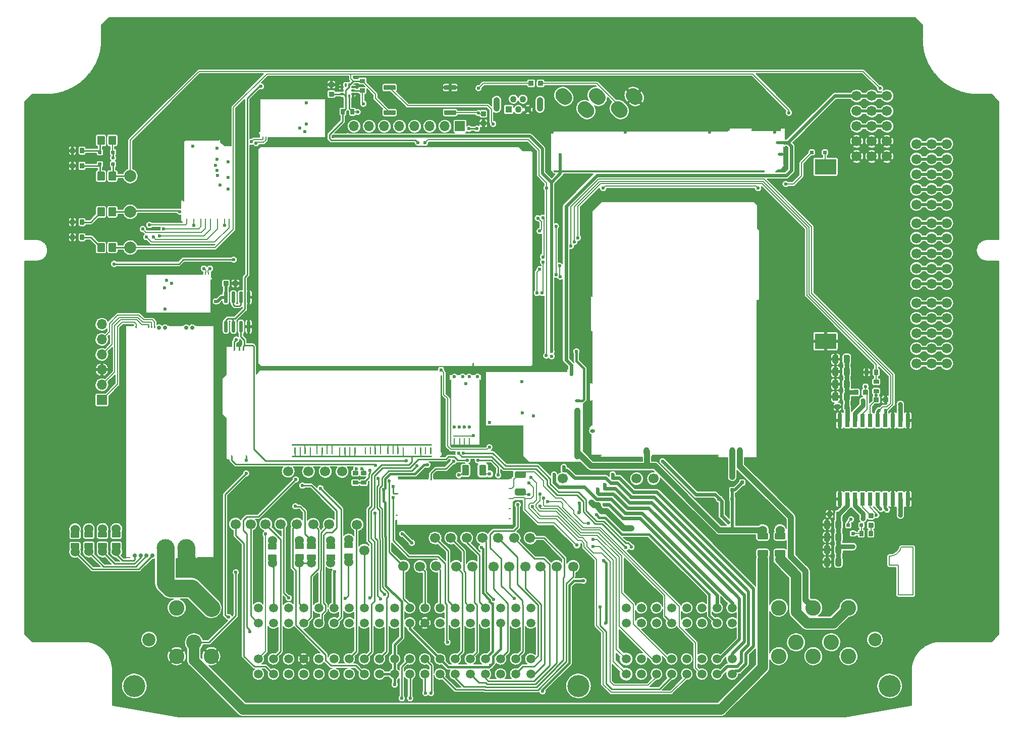
<source format=gtl>
G04 #@! TF.GenerationSoftware,KiCad,Pcbnew,(5.99.0-10483-ga6ad7a4a70)*
G04 #@! TF.CreationDate,2021-06-13T23:03:44+03:00*
G04 #@! TF.ProjectId,hellen121vag,68656c6c-656e-4313-9231-7661672e6b69,b*
G04 #@! TF.SameCoordinates,PX2b953a0PY6943058*
G04 #@! TF.FileFunction,Copper,L1,Top*
G04 #@! TF.FilePolarity,Positive*
%FSLAX46Y46*%
G04 Gerber Fmt 4.6, Leading zero omitted, Abs format (unit mm)*
G04 Created by KiCad (PCBNEW (5.99.0-10483-ga6ad7a4a70)) date 2021-06-13 23:03:44*
%MOMM*%
%LPD*%
G01*
G04 APERTURE LIST*
G04 #@! TA.AperFunction,EtchedComponent*
%ADD10C,0.200000*%
G04 #@! TD*
G04 #@! TA.AperFunction,ComponentPad*
%ADD11C,3.700000*%
G04 #@! TD*
G04 #@! TA.AperFunction,ComponentPad*
%ADD12C,2.200000*%
G04 #@! TD*
G04 #@! TA.AperFunction,ComponentPad*
%ADD13C,2.600000*%
G04 #@! TD*
G04 #@! TA.AperFunction,ComponentPad*
%ADD14C,1.500000*%
G04 #@! TD*
G04 #@! TA.AperFunction,ComponentPad*
%ADD15C,1.700000*%
G04 #@! TD*
G04 #@! TA.AperFunction,SMDPad,CuDef*
%ADD16O,0.499999X0.250000*%
G04 #@! TD*
G04 #@! TA.AperFunction,SMDPad,CuDef*
%ADD17O,9.800001X0.399999*%
G04 #@! TD*
G04 #@! TA.AperFunction,SMDPad,CuDef*
%ADD18O,11.100001X0.200000*%
G04 #@! TD*
G04 #@! TA.AperFunction,SMDPad,CuDef*
%ADD19O,0.200000X6.799999*%
G04 #@! TD*
G04 #@! TA.AperFunction,SMDPad,CuDef*
%ADD20O,0.200000X5.669999*%
G04 #@! TD*
G04 #@! TA.AperFunction,SMDPad,CuDef*
%ADD21O,0.250000X0.499999*%
G04 #@! TD*
G04 #@! TA.AperFunction,ComponentPad*
%ADD22C,0.599999*%
G04 #@! TD*
G04 #@! TA.AperFunction,SMDPad,CuDef*
%ADD23O,5.800001X0.250000*%
G04 #@! TD*
G04 #@! TA.AperFunction,SMDPad,CuDef*
%ADD24O,0.250000X10.200000*%
G04 #@! TD*
G04 #@! TA.AperFunction,SMDPad,CuDef*
%ADD25O,0.200000X0.399999*%
G04 #@! TD*
G04 #@! TA.AperFunction,SMDPad,CuDef*
%ADD26O,0.200000X4.149999*%
G04 #@! TD*
G04 #@! TA.AperFunction,SMDPad,CuDef*
%ADD27O,0.200000X3.600000*%
G04 #@! TD*
G04 #@! TA.AperFunction,SMDPad,CuDef*
%ADD28O,1.699999X0.200000*%
G04 #@! TD*
G04 #@! TA.AperFunction,SMDPad,CuDef*
%ADD29O,0.200000X4.249999*%
G04 #@! TD*
G04 #@! TA.AperFunction,SMDPad,CuDef*
%ADD30O,0.200000X14.399999*%
G04 #@! TD*
G04 #@! TA.AperFunction,SMDPad,CuDef*
%ADD31O,25.699999X0.200000*%
G04 #@! TD*
G04 #@! TA.AperFunction,SMDPad,CuDef*
%ADD32O,0.200000X8.824999*%
G04 #@! TD*
G04 #@! TA.AperFunction,SMDPad,CuDef*
%ADD33O,0.200000X25.849999*%
G04 #@! TD*
G04 #@! TA.AperFunction,SMDPad,CuDef*
%ADD34O,11.324999X0.200000*%
G04 #@! TD*
G04 #@! TA.AperFunction,SMDPad,CuDef*
%ADD35O,1.000001X1.500000*%
G04 #@! TD*
G04 #@! TA.AperFunction,SMDPad,CuDef*
%ADD36O,0.800001X0.599999*%
G04 #@! TD*
G04 #@! TA.AperFunction,ComponentPad*
%ADD37C,1.524000*%
G04 #@! TD*
G04 #@! TA.AperFunction,SMDPad,CuDef*
%ADD38R,0.203200X1.524000*%
G04 #@! TD*
G04 #@! TA.AperFunction,SMDPad,CuDef*
%ADD39C,2.000000*%
G04 #@! TD*
G04 #@! TA.AperFunction,ComponentPad*
%ADD40C,0.700000*%
G04 #@! TD*
G04 #@! TA.AperFunction,SMDPad,CuDef*
%ADD41C,3.000000*%
G04 #@! TD*
G04 #@! TA.AperFunction,SMDPad,CuDef*
%ADD42R,0.950000X0.250000*%
G04 #@! TD*
G04 #@! TA.AperFunction,SMDPad,CuDef*
%ADD43R,2.950000X0.250000*%
G04 #@! TD*
G04 #@! TA.AperFunction,SMDPad,CuDef*
%ADD44R,3.100000X0.250000*%
G04 #@! TD*
G04 #@! TA.AperFunction,SMDPad,CuDef*
%ADD45R,0.250000X39.250000*%
G04 #@! TD*
G04 #@! TA.AperFunction,SMDPad,CuDef*
%ADD46R,2.250000X0.250000*%
G04 #@! TD*
G04 #@! TA.AperFunction,SMDPad,CuDef*
%ADD47R,1.450000X0.250000*%
G04 #@! TD*
G04 #@! TA.AperFunction,SMDPad,CuDef*
%ADD48R,0.800000X2.200000*%
G04 #@! TD*
G04 #@! TA.AperFunction,SMDPad,CuDef*
%ADD49R,2.032000X5.080000*%
G04 #@! TD*
G04 #@! TA.AperFunction,SMDPad,CuDef*
%ADD50R,11.430000X7.620000*%
G04 #@! TD*
G04 #@! TA.AperFunction,SMDPad,CuDef*
%ADD51R,3.600000X2.600000*%
G04 #@! TD*
G04 #@! TA.AperFunction,SMDPad,CuDef*
%ADD52O,0.500000X0.250000*%
G04 #@! TD*
G04 #@! TA.AperFunction,SMDPad,CuDef*
%ADD53O,0.200000X1.000000*%
G04 #@! TD*
G04 #@! TA.AperFunction,SMDPad,CuDef*
%ADD54O,17.600000X0.200000*%
G04 #@! TD*
G04 #@! TA.AperFunction,SMDPad,CuDef*
%ADD55O,5.200000X0.200000*%
G04 #@! TD*
G04 #@! TA.AperFunction,SMDPad,CuDef*
%ADD56O,12.800000X0.200000*%
G04 #@! TD*
G04 #@! TA.AperFunction,SMDPad,CuDef*
%ADD57O,0.250000X0.500000*%
G04 #@! TD*
G04 #@! TA.AperFunction,ComponentPad*
%ADD58R,1.700000X1.700000*%
G04 #@! TD*
G04 #@! TA.AperFunction,ComponentPad*
%ADD59O,1.700000X1.700000*%
G04 #@! TD*
G04 #@! TA.AperFunction,SMDPad,CuDef*
%ADD60O,0.200000X11.100000*%
G04 #@! TD*
G04 #@! TA.AperFunction,SMDPad,CuDef*
%ADD61O,5.100000X0.200000*%
G04 #@! TD*
G04 #@! TA.AperFunction,SMDPad,CuDef*
%ADD62O,0.200000X0.950000*%
G04 #@! TD*
G04 #@! TA.AperFunction,ComponentPad*
%ADD63C,0.600000*%
G04 #@! TD*
G04 #@! TA.AperFunction,SMDPad,CuDef*
%ADD64O,3.500000X0.200000*%
G04 #@! TD*
G04 #@! TA.AperFunction,SMDPad,CuDef*
%ADD65O,0.200000X3.099999*%
G04 #@! TD*
G04 #@! TA.AperFunction,SMDPad,CuDef*
%ADD66O,1.000001X0.499999*%
G04 #@! TD*
G04 #@! TA.AperFunction,SMDPad,CuDef*
%ADD67O,5.000000X0.399999*%
G04 #@! TD*
G04 #@! TA.AperFunction,SMDPad,CuDef*
%ADD68O,0.399999X7.200001*%
G04 #@! TD*
G04 #@! TA.AperFunction,SMDPad,CuDef*
%ADD69O,30.000001X0.399999*%
G04 #@! TD*
G04 #@! TA.AperFunction,SMDPad,CuDef*
%ADD70O,35.400000X0.399999*%
G04 #@! TD*
G04 #@! TA.AperFunction,SMDPad,CuDef*
%ADD71O,0.499999X2.999999*%
G04 #@! TD*
G04 #@! TA.AperFunction,SMDPad,CuDef*
%ADD72O,1.000001X8.744829*%
G04 #@! TD*
G04 #@! TA.AperFunction,SMDPad,CuDef*
%ADD73O,6.500000X0.200000*%
G04 #@! TD*
G04 #@! TA.AperFunction,SMDPad,CuDef*
%ADD74O,0.200000X9.199999*%
G04 #@! TD*
G04 #@! TA.AperFunction,SMDPad,CuDef*
%ADD75O,9.000000X0.399999*%
G04 #@! TD*
G04 #@! TA.AperFunction,SMDPad,CuDef*
%ADD76O,0.200000X0.499999*%
G04 #@! TD*
G04 #@! TA.AperFunction,SMDPad,CuDef*
%ADD77O,0.399999X5.399999*%
G04 #@! TD*
G04 #@! TA.AperFunction,SMDPad,CuDef*
%ADD78O,13.800000X0.200000*%
G04 #@! TD*
G04 #@! TA.AperFunction,ComponentPad*
%ADD79R,1.100000X1.100000*%
G04 #@! TD*
G04 #@! TA.AperFunction,ComponentPad*
%ADD80C,1.100000*%
G04 #@! TD*
G04 #@! TA.AperFunction,ComponentPad*
%ADD81O,1.100000X2.400000*%
G04 #@! TD*
G04 #@! TA.AperFunction,ViaPad*
%ADD82C,0.600000*%
G04 #@! TD*
G04 #@! TA.AperFunction,ViaPad*
%ADD83C,2.000000*%
G04 #@! TD*
G04 #@! TA.AperFunction,ViaPad*
%ADD84C,0.800000*%
G04 #@! TD*
G04 #@! TA.AperFunction,Conductor*
%ADD85C,0.500000*%
G04 #@! TD*
G04 #@! TA.AperFunction,Conductor*
%ADD86C,0.400000*%
G04 #@! TD*
G04 #@! TA.AperFunction,Conductor*
%ADD87C,0.254000*%
G04 #@! TD*
G04 #@! TA.AperFunction,Conductor*
%ADD88C,0.600000*%
G04 #@! TD*
G04 #@! TA.AperFunction,Conductor*
%ADD89C,0.200000*%
G04 #@! TD*
G04 #@! TA.AperFunction,Conductor*
%ADD90C,3.000000*%
G04 #@! TD*
G04 #@! TA.AperFunction,Conductor*
%ADD91C,1.778000*%
G04 #@! TD*
G04 #@! TA.AperFunction,Conductor*
%ADD92C,1.000000*%
G04 #@! TD*
G04 #@! TA.AperFunction,Conductor*
%ADD93C,0.800000*%
G04 #@! TD*
G04 APERTURE END LIST*
D10*
G04 #@! TO.C,G6*
X149300000Y28800000D02*
X147300000Y28800000D01*
X146800000Y25800000D02*
X146800000Y20800000D01*
X149300000Y20800000D02*
X149300000Y28800000D01*
X146800000Y20800000D02*
X149300000Y20800000D01*
X145300000Y25800000D02*
X146800000Y25800000D01*
X145300000Y25800000D02*
X145300000Y27300000D01*
X147299999Y28800000D02*
G75*
G02*
X145300000Y27300000I-1921600J478801D01*
G01*
G04 #@! TD*
D11*
G04 #@! TO.P,P1,*
G04 #@! TO.N,*
X145348000Y5492000D03*
X18648000Y5492000D03*
X93148000Y5492000D03*
D12*
X142898000Y13292000D03*
X21098000Y13292000D03*
D13*
G04 #@! TO.P,P1,1,1*
G04 #@! TO.N,GND*
X25748000Y10492000D03*
G04 #@! TO.P,P1,2,2*
X31548000Y10492000D03*
G04 #@! TO.P,P1,3,3*
G04 #@! TO.N,Net-(F1-Pad1)*
X28648000Y12822000D03*
G04 #@! TO.P,P1,4,4*
G04 #@! TO.N,unconnected-(P1-Pad4)*
X25748000Y18622000D03*
G04 #@! TO.P,P1,5,5*
G04 #@! TO.N,/LSU_HEAT-*
X31548000Y18622000D03*
D14*
G04 #@! TO.P,P1,6,6*
G04 #@! TO.N,unconnected-(P1-Pad6)*
X85168000Y18622000D03*
G04 #@! TO.P,P1,7,7*
G04 #@! TO.N,/OUT_IGN2*
X82628000Y18622000D03*
G04 #@! TO.P,P1,8,8*
G04 #@! TO.N,/OUT_IGN7*
X80088000Y18622000D03*
G04 #@! TO.P,P1,9,9*
G04 #@! TO.N,Net-(P1-Pad9)*
X77548000Y18622000D03*
G04 #@! TO.P,P1,10,10*
G04 #@! TO.N,Net-(P1-Pad10)*
X75008000Y18622000D03*
G04 #@! TO.P,P1,11,11*
G04 #@! TO.N,Net-(P1-Pad11)*
X72468000Y18622000D03*
G04 #@! TO.P,P1,12,12*
G04 #@! TO.N,Net-(P1-Pad12)*
X69928000Y18622000D03*
G04 #@! TO.P,P1,13,13*
G04 #@! TO.N,Net-(P1-Pad13)*
X67388000Y18622000D03*
G04 #@! TO.P,P1,14,14*
G04 #@! TO.N,/IN_AFR*
X64848000Y18622000D03*
G04 #@! TO.P,P1,15,15*
G04 #@! TO.N,unconnected-(P1-Pad15)*
X62308000Y18622000D03*
G04 #@! TO.P,P1,16,16*
G04 #@! TO.N,unconnected-(P1-Pad16)*
X59768000Y18622000D03*
G04 #@! TO.P,P1,17,17*
G04 #@! TO.N,Net-(P1-Pad17)*
X57228000Y18622000D03*
G04 #@! TO.P,P1,18,18*
G04 #@! TO.N,/OUT_VVT2_B1*
X54688000Y18622000D03*
G04 #@! TO.P,P1,19,19*
G04 #@! TO.N,/OUT_INJ7*
X52148000Y18622000D03*
G04 #@! TO.P,P1,20,20*
G04 #@! TO.N,Net-(P1-Pad20)*
X49608000Y18622000D03*
G04 #@! TO.P,P1,21,21*
G04 #@! TO.N,Net-(P1-Pad21)*
X47068000Y18622000D03*
G04 #@! TO.P,P1,22,22*
G04 #@! TO.N,/OUT_VVT1_1*
X44528000Y18622000D03*
G04 #@! TO.P,P1,23,23*
G04 #@! TO.N,Net-(P1-Pad23)*
X41988000Y18622000D03*
G04 #@! TO.P,P1,24,24*
G04 #@! TO.N,/OUT_INJ8*
X39448000Y18622000D03*
G04 #@! TO.P,P1,25,25*
G04 #@! TO.N,unconnected-(P1-Pad25)*
X85168000Y16082000D03*
G04 #@! TO.P,P1,26,26*
G04 #@! TO.N,/IN_IAT*
X82628000Y16082000D03*
G04 #@! TO.P,P1,27,27*
G04 #@! TO.N,GNDA*
X80088000Y16082000D03*
G04 #@! TO.P,P1,28,28*
G04 #@! TO.N,Net-(P1-Pad28)*
X77548000Y16082000D03*
G04 #@! TO.P,P1,29,29*
G04 #@! TO.N,/IN_MAF*
X75008000Y16082000D03*
G04 #@! TO.P,P1,30,30*
G04 #@! TO.N,unconnected-(P1-Pad30)*
X72468000Y16082000D03*
G04 #@! TO.P,P1,31,31*
G04 #@! TO.N,unconnected-(P1-Pad31)*
X69928000Y16082000D03*
G04 #@! TO.P,P1,32,32*
G04 #@! TO.N,GND*
X67388000Y16082000D03*
G04 #@! TO.P,P1,33,33*
G04 #@! TO.N,GNDA*
X64848000Y16082000D03*
G04 #@! TO.P,P1,34,34*
G04 #@! TO.N,/IN_PPS1*
X62308000Y16082000D03*
G04 #@! TO.P,P1,35,35*
G04 #@! TO.N,/IN_PPS2*
X59768000Y16082000D03*
G04 #@! TO.P,P1,36,36*
G04 #@! TO.N,GNDA*
X57228000Y16082000D03*
G04 #@! TO.P,P1,37,37*
G04 #@! TO.N,Net-(P1-Pad37)*
X54688000Y16082000D03*
G04 #@! TO.P,P1,38,38*
G04 #@! TO.N,/IN_RES1*
X52148000Y16082000D03*
G04 #@! TO.P,P1,39,39*
G04 #@! TO.N,/IN_RES2*
X49608000Y16082000D03*
G04 #@! TO.P,P1,40,40*
G04 #@! TO.N,Net-(P1-Pad40)*
X47068000Y16082000D03*
G04 #@! TO.P,P1,41,41*
G04 #@! TO.N,Net-(P1-Pad41)*
X44528000Y16082000D03*
G04 #@! TO.P,P1,42,42*
G04 #@! TO.N,unconnected-(P1-Pad42)*
X41988000Y16082000D03*
G04 #@! TO.P,P1,43,43*
G04 #@! TO.N,Net-(P1-Pad43)*
X39448000Y16082000D03*
G04 #@! TO.P,P1,44,44*
G04 #@! TO.N,Net-(P1-Pad44)*
X85168000Y10032000D03*
G04 #@! TO.P,P1,45,45*
G04 #@! TO.N,Net-(P1-Pad45)*
X82628000Y10032000D03*
G04 #@! TO.P,P1,46,46*
G04 #@! TO.N,Net-(P1-Pad46)*
X80088000Y10032000D03*
G04 #@! TO.P,P1,47,47*
G04 #@! TO.N,/OUT_CHECK_ENGINE*
X77548000Y10032000D03*
G04 #@! TO.P,P1,48,48*
G04 #@! TO.N,Net-(P1-Pad48)*
X75008000Y10032000D03*
G04 #@! TO.P,P1,49,49*
G04 #@! TO.N,Net-(P1-Pad49)*
X72468000Y10032000D03*
G04 #@! TO.P,P1,50,50*
G04 #@! TO.N,GNDA*
X69928000Y10032000D03*
G04 #@! TO.P,P1,51,51*
G04 #@! TO.N,Net-(P1-Pad51)*
X67388000Y10032000D03*
G04 #@! TO.P,P1,52,52*
G04 #@! TO.N,Net-(P1-Pad52)*
X64848000Y10032000D03*
G04 #@! TO.P,P1,53,53*
G04 #@! TO.N,+5VA*
X62308000Y10032000D03*
G04 #@! TO.P,P1,54,54*
G04 #@! TO.N,/IN_VSS*
X59768000Y10032000D03*
G04 #@! TO.P,P1,55,55*
G04 #@! TO.N,/IN_D1*
X57228000Y10032000D03*
G04 #@! TO.P,P1,56,56*
G04 #@! TO.N,Net-(P1-Pad56)*
X54688000Y10032000D03*
G04 #@! TO.P,P1,57,57*
G04 #@! TO.N,/IN_D2*
X52148000Y10032000D03*
G04 #@! TO.P,P1,58,58*
G04 #@! TO.N,/CAN-*
X49608000Y10032000D03*
G04 #@! TO.P,P1,59,59*
G04 #@! TO.N,GND*
X47068000Y10032000D03*
G04 #@! TO.P,P1,60,60*
G04 #@! TO.N,/CAN+*
X44528000Y10032000D03*
G04 #@! TO.P,P1,61,61*
G04 #@! TO.N,Net-(P1-Pad61)*
X41988000Y10032000D03*
G04 #@! TO.P,P1,62,62*
G04 #@! TO.N,/V12_PERM*
X39448000Y10032000D03*
G04 #@! TO.P,P1,63,63*
G04 #@! TO.N,Net-(P1-Pad63)*
X85168000Y7492000D03*
G04 #@! TO.P,P1,64,64*
G04 #@! TO.N,Net-(P1-Pad64)*
X82628000Y7492000D03*
G04 #@! TO.P,P1,65,65*
G04 #@! TO.N,/OUT_FUEL_PUMP_RELAY*
X80088000Y7492000D03*
G04 #@! TO.P,P1,66,66*
G04 #@! TO.N,Net-(P1-Pad66)*
X77548000Y7492000D03*
G04 #@! TO.P,P1,67,67*
G04 #@! TO.N,Net-(P1-Pad67)*
X75008000Y7492000D03*
G04 #@! TO.P,P1,68,68*
G04 #@! TO.N,Net-(P1-Pad68)*
X72468000Y7492000D03*
G04 #@! TO.P,P1,69,69*
G04 #@! TO.N,Net-(P1-Pad69)*
X69928000Y7492000D03*
G04 #@! TO.P,P1,70,70*
G04 #@! TO.N,Net-(P1-Pad70)*
X67388000Y7492000D03*
G04 #@! TO.P,P1,71,71*
G04 #@! TO.N,Net-(P1-Pad71)*
X64848000Y7492000D03*
G04 #@! TO.P,P1,72,72*
G04 #@! TO.N,+5VA*
X62308000Y7492000D03*
G04 #@! TO.P,P1,73,73*
X59768000Y7492000D03*
G04 #@! TO.P,P1,74,74*
G04 #@! TO.N,Net-(P1-Pad74)*
X57228000Y7492000D03*
G04 #@! TO.P,P1,75,75*
G04 #@! TO.N,/IN_D3*
X54688000Y7492000D03*
G04 #@! TO.P,P1,76,76*
G04 #@! TO.N,/IN_D4*
X52148000Y7492000D03*
G04 #@! TO.P,P1,77,77*
G04 #@! TO.N,unconnected-(P1-Pad77)*
X49608000Y7492000D03*
G04 #@! TO.P,P1,78,78*
G04 #@! TO.N,unconnected-(P1-Pad78)*
X47068000Y7492000D03*
G04 #@! TO.P,P1,79,79*
G04 #@! TO.N,unconnected-(P1-Pad79)*
X44528000Y7492000D03*
G04 #@! TO.P,P1,80,80*
G04 #@! TO.N,Net-(P1-Pad80)*
X41988000Y7492000D03*
G04 #@! TO.P,P1,81,81*
G04 #@! TO.N,/OUT_FUEL_CONSUM*
X39448000Y7492000D03*
G04 #@! TO.P,P1,82,82*
G04 #@! TO.N,/IN_CRANK+*
X101138000Y7492000D03*
G04 #@! TO.P,P1,83,83*
G04 #@! TO.N,+5VA*
X103678000Y7492000D03*
G04 #@! TO.P,P1,84,84*
G04 #@! TO.N,/IN_TPS2*
X106218000Y7492000D03*
G04 #@! TO.P,P1,85,85*
G04 #@! TO.N,/IN_IAT*
X108758000Y7492000D03*
G04 #@! TO.P,P1,86,86*
G04 #@! TO.N,/IN_CAM1*
X111298000Y7492000D03*
G04 #@! TO.P,P1,87,87*
G04 #@! TO.N,/IN_CAM2*
X113838000Y7492000D03*
G04 #@! TO.P,P1,88,88*
G04 #@! TO.N,/OUT_INJ4*
X116378000Y7492000D03*
G04 #@! TO.P,P1,89,89*
G04 #@! TO.N,/OUT_INJ2*
X118918000Y7492000D03*
G04 #@! TO.P,P1,90,90*
G04 #@! TO.N,/IN_CRANK-*
X101138000Y10032000D03*
G04 #@! TO.P,P1,91,91*
G04 #@! TO.N,GNDA*
X103678000Y10032000D03*
G04 #@! TO.P,P1,92,92*
G04 #@! TO.N,/IN_TPS1*
X106218000Y10032000D03*
G04 #@! TO.P,P1,93,93*
G04 #@! TO.N,/IN_CLT*
X108758000Y10032000D03*
G04 #@! TO.P,P1,94,94*
G04 #@! TO.N,/OUT_IGN4*
X111298000Y10032000D03*
G04 #@! TO.P,P1,95,95*
G04 #@! TO.N,/OUT_IGN8*
X113838000Y10032000D03*
G04 #@! TO.P,P1,96,96*
G04 #@! TO.N,/OUT_INJ1*
X116378000Y10032000D03*
G04 #@! TO.P,P1,97,97*
G04 #@! TO.N,/OUT_INJ3*
X118918000Y10032000D03*
G04 #@! TO.P,P1,98,98*
G04 #@! TO.N,+5VA*
X101138000Y16082000D03*
G04 #@! TO.P,P1,99,99*
G04 #@! TO.N,GNDA*
X103678000Y16082000D03*
G04 #@! TO.P,P1,100,100*
G04 #@! TO.N,unconnected-(P1-Pad100)*
X106218000Y16082000D03*
G04 #@! TO.P,P1,101,101*
G04 #@! TO.N,/IN_MAP2*
X108758000Y16082000D03*
G04 #@! TO.P,P1,102,102*
G04 #@! TO.N,/OUT_IGN1*
X111298000Y16082000D03*
G04 #@! TO.P,P1,103,103*
G04 #@! TO.N,/OUT_IGN5*
X113838000Y16082000D03*
G04 #@! TO.P,P1,104,104*
G04 #@! TO.N,/OUT_WASTEGATE*
X116378000Y16082000D03*
G04 #@! TO.P,P1,105,105*
G04 #@! TO.N,/OUT_IDLE*
X118918000Y16082000D03*
G04 #@! TO.P,P1,106,106*
G04 #@! TO.N,/IN_KNOCK1_RAW*
X101138000Y18622000D03*
G04 #@! TO.P,P1,107,107*
G04 #@! TO.N,/IN_KNOCK2_RAW*
X103678000Y18622000D03*
G04 #@! TO.P,P1,108,108*
G04 #@! TO.N,GNDA*
X106218000Y18622000D03*
G04 #@! TO.P,P1,109,109*
G04 #@! TO.N,unconnected-(P1-Pad109)*
X108758000Y18622000D03*
G04 #@! TO.P,P1,110,110*
G04 #@! TO.N,/OUT_IGN6*
X111298000Y18622000D03*
G04 #@! TO.P,P1,111,111*
G04 #@! TO.N,/OUT_IGN3*
X113838000Y18622000D03*
G04 #@! TO.P,P1,112,112*
G04 #@! TO.N,/OUT_INJ6*
X116378000Y18622000D03*
G04 #@! TO.P,P1,113,113*
G04 #@! TO.N,/OUT_INJ5*
X118918000Y18622000D03*
D13*
G04 #@! TO.P,P1,114,114*
G04 #@! TO.N,unconnected-(P1-Pad114)*
X126748000Y10492000D03*
G04 #@! TO.P,P1,115,115*
G04 #@! TO.N,/OUT_VVT1_2*
X132548000Y10492000D03*
G04 #@! TO.P,P1,116,116*
G04 #@! TO.N,unconnected-(P1-Pad116)*
X138448000Y10492000D03*
G04 #@! TO.P,P1,117,117*
G04 #@! TO.N,/+ETB_OUT*
X129648000Y12822000D03*
G04 #@! TO.P,P1,118,118*
G04 #@! TO.N,/-ETB_OUT*
X135548000Y12822000D03*
G04 #@! TO.P,P1,119,119*
G04 #@! TO.N,unconnected-(P1-Pad119)*
X126748000Y18622000D03*
G04 #@! TO.P,P1,120,120*
G04 #@! TO.N,/OUT_VVT2_B2*
X132548000Y18622000D03*
G04 #@! TO.P,P1,121,121*
G04 #@! TO.N,Net-(F2-Pad1)*
X138448000Y18622000D03*
G04 #@! TD*
G04 #@! TO.P,M3,S2,GND*
G04 #@! TO.N,GND*
G04 #@! TA.AperFunction,SMDPad,CuDef*
G36*
G01*
X75642499Y59646377D02*
X75642499Y59196377D01*
G75*
G02*
X75517499Y59071377I-125000J0D01*
G01*
X75517499Y59071377D01*
G75*
G02*
X75392499Y59196377I0J125000D01*
G01*
X75392499Y59646377D01*
G75*
G02*
X75517499Y59771377I125000J0D01*
G01*
X75517499Y59771377D01*
G75*
G02*
X75642499Y59646377I0J-125000D01*
G01*
G37*
G04 #@! TD.AperFunction*
G04 #@! TA.AperFunction,SMDPad,CuDef*
G36*
G01*
X83782845Y95334614D02*
X83075739Y96041720D01*
G75*
G02*
X83075739Y96183142I70711J70711D01*
G01*
X83075739Y96183142D01*
G75*
G02*
X83217161Y96183142I70711J-70711D01*
G01*
X83924267Y95476036D01*
G75*
G02*
X83924267Y95334614I-70711J-70711D01*
G01*
X83924267Y95334614D01*
G75*
G02*
X83782845Y95334614I-70711J70711D01*
G01*
G37*
G04 #@! TD.AperFunction*
G04 #@! TA.AperFunction,SMDPad,CuDef*
G36*
G01*
X39912499Y59271374D02*
X85312499Y59271374D01*
G75*
G02*
X85412499Y59171374I0J-100000D01*
G01*
X85412499Y59171374D01*
G75*
G02*
X85312499Y59071374I-100000J0D01*
G01*
X39912499Y59071374D01*
G75*
G02*
X39812499Y59171374I0J100000D01*
G01*
X39812499Y59171374D01*
G75*
G02*
X39912499Y59271374I100000J0D01*
G01*
G37*
G04 #@! TD.AperFunction*
G04 #@! TA.AperFunction,SMDPad,CuDef*
G36*
G01*
X85630058Y59372516D02*
X85361358Y59103816D01*
G75*
G02*
X85219936Y59103816I-70711J70711D01*
G01*
X85219936Y59103816D01*
G75*
G02*
X85219936Y59245238I70711J70711D01*
G01*
X85488636Y59513938D01*
G75*
G02*
X85630058Y59513938I70711J-70711D01*
G01*
X85630058Y59513938D01*
G75*
G02*
X85630058Y59372516I-70711J-70711D01*
G01*
G37*
G04 #@! TD.AperFunction*
G04 #@! TA.AperFunction,SMDPad,CuDef*
G36*
G01*
X83887501Y95496377D02*
X85287501Y95496377D01*
G75*
G02*
X85387501Y95396377I0J-100000D01*
G01*
X85387501Y95396377D01*
G75*
G02*
X85287501Y95296377I-100000J0D01*
G01*
X83887501Y95296377D01*
G75*
G02*
X83787501Y95396377I0J100000D01*
G01*
X83787501Y95396377D01*
G75*
G02*
X83887501Y95496377I100000J0D01*
G01*
G37*
G04 #@! TD.AperFunction*
G04 #@! TA.AperFunction,SMDPad,CuDef*
G36*
G01*
X39320067Y95764551D02*
X39744331Y96188815D01*
G75*
G02*
X39885753Y96188815I70711J-70711D01*
G01*
X39885753Y96188815D01*
G75*
G02*
X39885753Y96047393I-70711J-70711D01*
G01*
X39461489Y95623129D01*
G75*
G02*
X39320067Y95623129I-70711J70711D01*
G01*
X39320067Y95623129D01*
G75*
G02*
X39320067Y95764551I70711J70711D01*
G01*
G37*
G04 #@! TD.AperFunction*
G04 #@! TA.AperFunction,SMDPad,CuDef*
G36*
G01*
X39459082Y59766214D02*
X39982342Y59242954D01*
G75*
G02*
X39982342Y59101532I-70711J-70711D01*
G01*
X39982342Y59101532D01*
G75*
G02*
X39840920Y59101532I-70711J70711D01*
G01*
X39317660Y59624792D01*
G75*
G02*
X39317660Y59766214I70711J70711D01*
G01*
X39317660Y59766214D01*
G75*
G02*
X39459082Y59766214I70711J-70711D01*
G01*
G37*
G04 #@! TD.AperFunction*
G04 #@! TA.AperFunction,SMDPad,CuDef*
G36*
G01*
X85662499Y95146380D02*
X85662499Y59446380D01*
G75*
G02*
X85562499Y59346380I-100000J0D01*
G01*
X85562499Y59346380D01*
G75*
G02*
X85462499Y59446380I0J100000D01*
G01*
X85462499Y95146380D01*
G75*
G02*
X85562499Y95246380I100000J0D01*
G01*
X85562499Y95246380D01*
G75*
G02*
X85662499Y95146380I0J-100000D01*
G01*
G37*
G04 #@! TD.AperFunction*
G04 #@! TA.AperFunction,SMDPad,CuDef*
G36*
G01*
X39827908Y96221377D02*
X83127908Y96221377D01*
G75*
G02*
X83227908Y96121377I0J-100000D01*
G01*
X83227908Y96121377D01*
G75*
G02*
X83127908Y96021377I-100000J0D01*
G01*
X39827908Y96021377D01*
G75*
G02*
X39727908Y96121377I0J100000D01*
G01*
X39727908Y96121377D01*
G75*
G02*
X39827908Y96221377I100000J0D01*
G01*
G37*
G04 #@! TD.AperFunction*
G04 #@! TA.AperFunction,SMDPad,CuDef*
G36*
G01*
X85490535Y95076922D02*
X85243047Y95324410D01*
G75*
G02*
X85243047Y95465832I70711J70711D01*
G01*
X85243047Y95465832D01*
G75*
G02*
X85384469Y95465832I70711J-70711D01*
G01*
X85631957Y95218344D01*
G75*
G02*
X85631957Y95076922I-70711J-70711D01*
G01*
X85631957Y95076922D01*
G75*
G02*
X85490535Y95076922I-70711J70711D01*
G01*
G37*
G04 #@! TD.AperFunction*
G04 #@! TA.AperFunction,SMDPad,CuDef*
G36*
G01*
X39487502Y95688468D02*
X39487502Y59698468D01*
G75*
G02*
X39387502Y59598468I-100000J0D01*
G01*
X39387502Y59598468D01*
G75*
G02*
X39287502Y59698468I0J100000D01*
G01*
X39287502Y95688468D01*
G75*
G02*
X39387502Y95788468I100000J0D01*
G01*
X39387502Y95788468D01*
G75*
G02*
X39487502Y95688468I0J-100000D01*
G01*
G37*
G04 #@! TD.AperFunction*
G04 #@! TD*
G04 #@! TO.P,U3,1*
G04 #@! TO.N,Net-(C17-Pad2)*
G04 #@! TA.AperFunction,SMDPad,CuDef*
G36*
G01*
X34145000Y64850000D02*
X33845000Y64850000D01*
G75*
G02*
X33695000Y65000000I0J150000D01*
G01*
X33695000Y66650000D01*
G75*
G02*
X33845000Y66800000I150000J0D01*
G01*
X34145000Y66800000D01*
G75*
G02*
X34295000Y66650000I0J-150000D01*
G01*
X34295000Y65000000D01*
G75*
G02*
X34145000Y64850000I-150000J0D01*
G01*
G37*
G04 #@! TD.AperFunction*
G04 #@! TO.P,U3,2,-*
G04 #@! TA.AperFunction,SMDPad,CuDef*
G36*
G01*
X35415000Y64850000D02*
X35115000Y64850000D01*
G75*
G02*
X34965000Y65000000I0J150000D01*
G01*
X34965000Y66650000D01*
G75*
G02*
X35115000Y66800000I150000J0D01*
G01*
X35415000Y66800000D01*
G75*
G02*
X35565000Y66650000I0J-150000D01*
G01*
X35565000Y65000000D01*
G75*
G02*
X35415000Y64850000I-150000J0D01*
G01*
G37*
G04 #@! TD.AperFunction*
G04 #@! TO.P,U3,3,+*
G04 #@! TO.N,/IN_KNOCK1*
G04 #@! TA.AperFunction,SMDPad,CuDef*
G36*
G01*
X36685000Y64850000D02*
X36385000Y64850000D01*
G75*
G02*
X36235000Y65000000I0J150000D01*
G01*
X36235000Y66650000D01*
G75*
G02*
X36385000Y66800000I150000J0D01*
G01*
X36685000Y66800000D01*
G75*
G02*
X36835000Y66650000I0J-150000D01*
G01*
X36835000Y65000000D01*
G75*
G02*
X36685000Y64850000I-150000J0D01*
G01*
G37*
G04 #@! TD.AperFunction*
G04 #@! TO.P,U3,4,V-*
G04 #@! TO.N,GND*
G04 #@! TA.AperFunction,SMDPad,CuDef*
G36*
G01*
X37955000Y64850000D02*
X37655000Y64850000D01*
G75*
G02*
X37505000Y65000000I0J150000D01*
G01*
X37505000Y66650000D01*
G75*
G02*
X37655000Y66800000I150000J0D01*
G01*
X37955000Y66800000D01*
G75*
G02*
X38105000Y66650000I0J-150000D01*
G01*
X38105000Y65000000D01*
G75*
G02*
X37955000Y64850000I-150000J0D01*
G01*
G37*
G04 #@! TD.AperFunction*
G04 #@! TO.P,U3,5,+*
G04 #@! TA.AperFunction,SMDPad,CuDef*
G36*
G01*
X37955000Y69800000D02*
X37655000Y69800000D01*
G75*
G02*
X37505000Y69950000I0J150000D01*
G01*
X37505000Y71600000D01*
G75*
G02*
X37655000Y71750000I150000J0D01*
G01*
X37955000Y71750000D01*
G75*
G02*
X38105000Y71600000I0J-150000D01*
G01*
X38105000Y69950000D01*
G75*
G02*
X37955000Y69800000I-150000J0D01*
G01*
G37*
G04 #@! TD.AperFunction*
G04 #@! TO.P,U3,6,-*
G04 #@! TO.N,Net-(U3-Pad6)*
G04 #@! TA.AperFunction,SMDPad,CuDef*
G36*
G01*
X36685000Y69800000D02*
X36385000Y69800000D01*
G75*
G02*
X36235000Y69950000I0J150000D01*
G01*
X36235000Y71600000D01*
G75*
G02*
X36385000Y71750000I150000J0D01*
G01*
X36685000Y71750000D01*
G75*
G02*
X36835000Y71600000I0J-150000D01*
G01*
X36835000Y69950000D01*
G75*
G02*
X36685000Y69800000I-150000J0D01*
G01*
G37*
G04 #@! TD.AperFunction*
G04 #@! TO.P,U3,7*
G04 #@! TA.AperFunction,SMDPad,CuDef*
G36*
G01*
X35415000Y69800000D02*
X35115000Y69800000D01*
G75*
G02*
X34965000Y69950000I0J150000D01*
G01*
X34965000Y71600000D01*
G75*
G02*
X35115000Y71750000I150000J0D01*
G01*
X35415000Y71750000D01*
G75*
G02*
X35565000Y71600000I0J-150000D01*
G01*
X35565000Y69950000D01*
G75*
G02*
X35415000Y69800000I-150000J0D01*
G01*
G37*
G04 #@! TD.AperFunction*
G04 #@! TO.P,U3,8,V+*
G04 #@! TO.N,+5V*
G04 #@! TA.AperFunction,SMDPad,CuDef*
G36*
G01*
X34145000Y69800000D02*
X33845000Y69800000D01*
G75*
G02*
X33695000Y69950000I0J150000D01*
G01*
X33695000Y71600000D01*
G75*
G02*
X33845000Y71750000I150000J0D01*
G01*
X34145000Y71750000D01*
G75*
G02*
X34295000Y71600000I0J-150000D01*
G01*
X34295000Y69950000D01*
G75*
G02*
X34145000Y69800000I-150000J0D01*
G01*
G37*
G04 #@! TD.AperFunction*
G04 #@! TD*
D15*
G04 #@! TO.P,P2,1,Pin_1*
G04 #@! TO.N,/IN_A1*
X44450000Y41550000D03*
G04 #@! TD*
G04 #@! TO.P,R22,1*
G04 #@! TO.N,/ETB_EN*
G04 #@! TA.AperFunction,SMDPad,CuDef*
G36*
G01*
X143450000Y58565000D02*
X143450000Y57785000D01*
G75*
G02*
X143380000Y57715000I-70000J0D01*
G01*
X142820000Y57715000D01*
G75*
G02*
X142750000Y57785000I0J70000D01*
G01*
X142750000Y58565000D01*
G75*
G02*
X142820000Y58635000I70000J0D01*
G01*
X143380000Y58635000D01*
G75*
G02*
X143450000Y58565000I0J-70000D01*
G01*
G37*
G04 #@! TD.AperFunction*
G04 #@! TO.P,R22,2*
G04 #@! TO.N,GND*
G04 #@! TA.AperFunction,SMDPad,CuDef*
G36*
G01*
X141850000Y58565000D02*
X141850000Y57785000D01*
G75*
G02*
X141780000Y57715000I-70000J0D01*
G01*
X141220000Y57715000D01*
G75*
G02*
X141150000Y57785000I0J70000D01*
G01*
X141150000Y58565000D01*
G75*
G02*
X141220000Y58635000I70000J0D01*
G01*
X141780000Y58635000D01*
G75*
G02*
X141850000Y58565000I0J-70000D01*
G01*
G37*
G04 #@! TD.AperFunction*
G04 #@! TD*
G04 #@! TO.P,C15,1*
G04 #@! TO.N,GND*
G04 #@! TA.AperFunction,SMDPad,CuDef*
G36*
G01*
X51360000Y106915001D02*
X52040000Y106915001D01*
G75*
G02*
X52125000Y106830001I0J-85000D01*
G01*
X52125000Y106150001D01*
G75*
G02*
X52040000Y106065001I-85000J0D01*
G01*
X51360000Y106065001D01*
G75*
G02*
X51275000Y106150001I0J85000D01*
G01*
X51275000Y106830001D01*
G75*
G02*
X51360000Y106915001I85000J0D01*
G01*
G37*
G04 #@! TD.AperFunction*
G04 #@! TO.P,C15,2*
G04 #@! TO.N,+3V3*
G04 #@! TA.AperFunction,SMDPad,CuDef*
G36*
G01*
X51360000Y105334999D02*
X52040000Y105334999D01*
G75*
G02*
X52125000Y105249999I0J-85000D01*
G01*
X52125000Y104569999D01*
G75*
G02*
X52040000Y104484999I-85000J0D01*
G01*
X51360000Y104484999D01*
G75*
G02*
X51275000Y104569999I0J85000D01*
G01*
X51275000Y105249999D01*
G75*
G02*
X51360000Y105334999I85000J0D01*
G01*
G37*
G04 #@! TD.AperFunction*
G04 #@! TD*
G04 #@! TO.P,C6,1*
G04 #@! TO.N,GND*
G04 #@! TA.AperFunction,SMDPad,CuDef*
G36*
G01*
X77540000Y99584999D02*
X76860000Y99584999D01*
G75*
G02*
X76775000Y99669999I0J85000D01*
G01*
X76775000Y100349999D01*
G75*
G02*
X76860000Y100434999I85000J0D01*
G01*
X77540000Y100434999D01*
G75*
G02*
X77625000Y100349999I0J-85000D01*
G01*
X77625000Y99669999D01*
G75*
G02*
X77540000Y99584999I-85000J0D01*
G01*
G37*
G04 #@! TD.AperFunction*
G04 #@! TO.P,C6,2*
G04 #@! TO.N,/NRESET*
G04 #@! TA.AperFunction,SMDPad,CuDef*
G36*
G01*
X77540000Y101165001D02*
X76860000Y101165001D01*
G75*
G02*
X76775000Y101250001I0J85000D01*
G01*
X76775000Y101930001D01*
G75*
G02*
X76860000Y102015001I85000J0D01*
G01*
X77540000Y102015001D01*
G75*
G02*
X77625000Y101930001I0J-85000D01*
G01*
X77625000Y101250001D01*
G75*
G02*
X77540000Y101165001I-85000J0D01*
G01*
G37*
G04 #@! TD.AperFunction*
G04 #@! TD*
G04 #@! TO.P,G5,1*
G04 #@! TO.N,Net-(G5-Pad1)*
X149860000Y73050000D03*
G04 #@! TO.P,G5,2*
G04 #@! TO.N,Net-(G5-Pad12)*
X149860000Y75590000D03*
G04 #@! TO.P,G5,3*
G04 #@! TO.N,Net-(G5-Pad13)*
X149860000Y78130000D03*
G04 #@! TO.P,G5,4*
G04 #@! TO.N,Net-(G5-Pad14)*
X149860000Y80670000D03*
G04 #@! TO.P,G5,5*
G04 #@! TO.N,Net-(G5-Pad10)*
X149860000Y83210000D03*
G04 #@! TO.P,G5,6*
G04 #@! TO.N,Net-(G5-Pad1)*
X152400000Y73050000D03*
G04 #@! TO.P,G5,7*
G04 #@! TO.N,Net-(G5-Pad12)*
X152400000Y75590000D03*
G04 #@! TO.P,G5,8*
G04 #@! TO.N,Net-(G5-Pad13)*
X152400000Y78130000D03*
G04 #@! TO.P,G5,9*
G04 #@! TO.N,Net-(G5-Pad14)*
X152400000Y80670000D03*
G04 #@! TO.P,G5,10*
G04 #@! TO.N,Net-(G5-Pad10)*
X152400000Y83210000D03*
G04 #@! TO.P,G5,11*
G04 #@! TO.N,Net-(G5-Pad1)*
X154940000Y73050000D03*
G04 #@! TO.P,G5,12*
G04 #@! TO.N,Net-(G5-Pad12)*
X154940000Y75590000D03*
G04 #@! TO.P,G5,13*
G04 #@! TO.N,Net-(G5-Pad13)*
X154940000Y78130000D03*
G04 #@! TO.P,G5,14*
G04 #@! TO.N,Net-(G5-Pad14)*
X154940000Y80670000D03*
G04 #@! TO.P,G5,15*
G04 #@! TO.N,Net-(G5-Pad10)*
X154940000Y83210000D03*
G04 #@! TD*
D16*
G04 #@! TO.P,M1,E1,GND*
G04 #@! TO.N,GND*
X50537495Y97531666D03*
D17*
X45912501Y97531666D03*
D18*
X45212500Y104131663D03*
D19*
X50712499Y100794164D03*
D20*
X39737499Y101394163D03*
D21*
G04 #@! TO.P,M1,S1,CANL*
G04 #@! TO.N,/CAN-*
X40187501Y97581664D03*
G04 #@! TO.P,M1,S2,CANH*
G04 #@! TO.N,/CAN+*
X40687502Y97581664D03*
D22*
G04 #@! TO.P,M1,V1,V5*
G04 #@! TO.N,+5V*
X47237499Y98631662D03*
G04 #@! TO.P,M1,V2,CAN_VIO*
G04 #@! TO.N,/CAN_VIO*
X46362497Y99156662D03*
G04 #@! TO.P,M1,V5,CAN_TX*
G04 #@! TO.N,/CAN_TX*
X47537501Y99906660D03*
G04 #@! TO.P,M1,V6,CAN_RX*
G04 #@! TO.N,/CAN_RX*
X47462498Y103456661D03*
G04 #@! TD*
D15*
G04 #@! TO.P,P17,1,Pin_1*
G04 #@! TO.N,Net-(P1-Pad17)*
X57200000Y28275000D03*
G04 #@! TD*
G04 #@! TO.P,M7,G,GND*
G04 #@! TO.N,GND*
G04 #@! TA.AperFunction,SMDPad,CuDef*
G36*
G01*
X26812582Y96809391D02*
X26812582Y96809391D01*
G75*
G02*
X26812582Y96986167I88388J88388D01*
G01*
X27095424Y97269009D01*
G75*
G02*
X27272200Y97269009I88388J-88388D01*
G01*
X27272200Y97269009D01*
G75*
G02*
X27272200Y97092233I-88388J-88388D01*
G01*
X26989358Y96809391D01*
G75*
G02*
X26812582Y96809391I-88388J88388D01*
G01*
G37*
G04 #@! TD.AperFunction*
D23*
X30004887Y97189200D03*
D24*
X26892387Y91939205D03*
D25*
G04 #@! TO.P,M7,S1,OUT_IGN8*
G04 #@! TO.N,/OUT_IGN8*
X34517335Y83814583D03*
G04 #@! TO.P,M7,S2,OUT_IGN7*
G04 #@! TO.N,/OUT_IGN7*
X33757356Y83814583D03*
G04 #@! TO.P,M7,S3,OUT_IGN6*
G04 #@! TO.N,/OUT_IGN6*
X32582363Y83814583D03*
G04 #@! TO.P,M7,S4,OUT_IGN5*
G04 #@! TO.N,/OUT_IGN5*
X31407376Y83814583D03*
G04 #@! TO.P,M7,S5,OUT_IGN4*
G04 #@! TO.N,/OUT_IGN4*
X30567464Y83814583D03*
G04 #@! TO.P,M7,S6,OUT_IGN3*
G04 #@! TO.N,/OUT_IGN3*
X29817392Y83814583D03*
G04 #@! TO.P,M7,S7,OUT_IGN2*
G04 #@! TO.N,/OUT_IGN2*
X28642381Y83814583D03*
G04 #@! TO.P,M7,S8,OUT_IGN1*
G04 #@! TO.N,/OUT_IGN1*
X27467384Y83814583D03*
D22*
G04 #@! TO.P,M7,V1,IGN8*
G04 #@! TO.N,/IGN8*
X32507387Y93914190D03*
G04 #@! TO.P,M7,V2,IGN7*
G04 #@! TO.N,/IGN7*
X34342397Y93489182D03*
G04 #@! TO.P,M7,V3,IGN6*
G04 #@! TO.N,/IGN6*
X32292389Y92939185D03*
G04 #@! TO.P,M7,V4,IGN5*
G04 #@! TO.N,/IGN5*
X32507384Y92064226D03*
G04 #@! TO.P,M7,V5,IGN4*
G04 #@! TO.N,/IGN4*
X32582391Y91214203D03*
G04 #@! TO.P,M7,V6,IGN3*
G04 #@! TO.N,/IGN3*
X34342397Y90889187D03*
G04 #@! TO.P,M7,V7,IGN2*
G04 #@! TO.N,/IGN2*
X33032397Y89589220D03*
G04 #@! TO.P,M7,V8,IGN1*
G04 #@! TO.N,/IGN1*
X34342397Y88939203D03*
G04 #@! TO.P,M7,V9,VCC*
G04 #@! TO.N,/IGN_V5*
X28417382Y96114206D03*
G04 #@! TO.P,M7,V10,V33*
G04 #@! TO.N,/IGN_V33*
X32492388Y95814204D03*
G04 #@! TD*
G04 #@! TO.P,M4,E1,GND*
G04 #@! TO.N,GND*
G04 #@! TA.AperFunction,SMDPad,CuDef*
G36*
G01*
X70262499Y57591386D02*
X70262499Y44791386D01*
G75*
G02*
X70162499Y44691386I-100000J0D01*
G01*
X70162499Y44691386D01*
G75*
G02*
X70062499Y44791386I0J100000D01*
G01*
X70062499Y57591386D01*
G75*
G02*
X70162499Y57691386I100000J0D01*
G01*
X70162499Y57691386D01*
G75*
G02*
X70262499Y57591386I0J-100000D01*
G01*
G37*
G04 #@! TD.AperFunction*
G04 #@! TO.P,M4,J1,PULL_V5A*
G04 #@! TO.N,+5VA*
G04 #@! TA.AperFunction,SMDPad,CuDef*
G36*
G01*
X68482499Y45846377D02*
X45132499Y45846377D01*
G75*
G02*
X45007499Y45971377I0J125000D01*
G01*
X45007499Y45971377D01*
G75*
G02*
X45132499Y46096377I125000J0D01*
G01*
X68482499Y46096377D01*
G75*
G02*
X68607499Y45971377I0J-125000D01*
G01*
X68607499Y45971377D01*
G75*
G02*
X68482499Y45846377I-125000J0D01*
G01*
G37*
G04 #@! TD.AperFunction*
G04 #@! TO.P,M4,J2,PULL_GNDA*
G04 #@! TO.N,GNDA*
G04 #@! TA.AperFunction,SMDPad,CuDef*
G36*
G01*
X45157499Y44171414D02*
X68507499Y44171414D01*
G75*
G02*
X68632499Y44046414I0J-125000D01*
G01*
X68632499Y44046414D01*
G75*
G02*
X68507499Y43921414I-125000J0D01*
G01*
X45157499Y43921414D01*
G75*
G02*
X45032499Y44046414I0J125000D01*
G01*
X45032499Y44046414D01*
G75*
G02*
X45157499Y44171414I125000J0D01*
G01*
G37*
G04 #@! TD.AperFunction*
G04 #@! TO.P,M4,J3,PULL_RES2*
G04 #@! TA.AperFunction,SMDPad,CuDef*
G36*
G01*
X45507516Y44471395D02*
X45507516Y45521395D01*
G75*
G02*
X45607516Y45621395I100000J0D01*
G01*
X45607516Y45621395D01*
G75*
G02*
X45707516Y45521395I0J-100000D01*
G01*
X45707516Y44471395D01*
G75*
G02*
X45607516Y44371395I-100000J0D01*
G01*
X45607516Y44371395D01*
G75*
G02*
X45507516Y44471395I0J100000D01*
G01*
G37*
G04 #@! TD.AperFunction*
G04 #@! TO.P,M4,J4,PULL_O2S2*
G04 #@! TA.AperFunction,SMDPad,CuDef*
G36*
G01*
X46382515Y44471395D02*
X46382515Y45521395D01*
G75*
G02*
X46482515Y45621395I100000J0D01*
G01*
X46482515Y45621395D01*
G75*
G02*
X46582515Y45521395I0J-100000D01*
G01*
X46582515Y44471395D01*
G75*
G02*
X46482515Y44371395I-100000J0D01*
G01*
X46482515Y44371395D01*
G75*
G02*
X46382515Y44471395I0J100000D01*
G01*
G37*
G04 #@! TD.AperFunction*
G04 #@! TO.P,M4,J5,PULL_PPS*
G04 #@! TO.N,+5VA*
G04 #@! TA.AperFunction,SMDPad,CuDef*
G36*
G01*
X47182541Y44471384D02*
X47182541Y45521384D01*
G75*
G02*
X47282541Y45621384I100000J0D01*
G01*
X47282541Y45621384D01*
G75*
G02*
X47382541Y45521384I0J-100000D01*
G01*
X47382541Y44471384D01*
G75*
G02*
X47282541Y44371384I-100000J0D01*
G01*
X47282541Y44371384D01*
G75*
G02*
X47182541Y44471384I0J100000D01*
G01*
G37*
G04 #@! TD.AperFunction*
G04 #@! TO.P,M4,J6,PULL_RES1*
G04 #@! TO.N,GNDA*
G04 #@! TA.AperFunction,SMDPad,CuDef*
G36*
G01*
X48057544Y44471384D02*
X48057544Y45521384D01*
G75*
G02*
X48157544Y45621384I100000J0D01*
G01*
X48157544Y45621384D01*
G75*
G02*
X48257544Y45521384I0J-100000D01*
G01*
X48257544Y44471384D01*
G75*
G02*
X48157544Y44371384I-100000J0D01*
G01*
X48157544Y44371384D01*
G75*
G02*
X48057544Y44471384I0J100000D01*
G01*
G37*
G04 #@! TD.AperFunction*
G04 #@! TO.P,M4,J7,PULL_AUX4*
G04 #@! TO.N,+5VA*
G04 #@! TA.AperFunction,SMDPad,CuDef*
G36*
G01*
X49182502Y44471384D02*
X49182502Y45521384D01*
G75*
G02*
X49282502Y45621384I100000J0D01*
G01*
X49282502Y45621384D01*
G75*
G02*
X49382502Y45521384I0J-100000D01*
G01*
X49382502Y44471384D01*
G75*
G02*
X49282502Y44371384I-100000J0D01*
G01*
X49282502Y44371384D01*
G75*
G02*
X49182502Y44471384I0J100000D01*
G01*
G37*
G04 #@! TD.AperFunction*
G04 #@! TO.P,M4,J8,PULL_AUX3*
G04 #@! TO.N,GNDA*
G04 #@! TA.AperFunction,SMDPad,CuDef*
G36*
G01*
X50057504Y44471384D02*
X50057504Y45521384D01*
G75*
G02*
X50157504Y45621384I100000J0D01*
G01*
X50157504Y45621384D01*
G75*
G02*
X50257504Y45521384I0J-100000D01*
G01*
X50257504Y44471384D01*
G75*
G02*
X50157504Y44371384I-100000J0D01*
G01*
X50157504Y44371384D01*
G75*
G02*
X50057504Y44471384I0J100000D01*
G01*
G37*
G04 #@! TD.AperFunction*
G04 #@! TO.P,M4,J9,PULL_AUX2*
G04 #@! TO.N,+5VA*
G04 #@! TA.AperFunction,SMDPad,CuDef*
G36*
G01*
X50857502Y44471384D02*
X50857502Y45521384D01*
G75*
G02*
X50957502Y45621384I100000J0D01*
G01*
X50957502Y45621384D01*
G75*
G02*
X51057502Y45521384I0J-100000D01*
G01*
X51057502Y44471384D01*
G75*
G02*
X50957502Y44371384I-100000J0D01*
G01*
X50957502Y44371384D01*
G75*
G02*
X50857502Y44471384I0J100000D01*
G01*
G37*
G04 #@! TD.AperFunction*
G04 #@! TO.P,M4,J10,PULL_AUX1*
G04 #@! TA.AperFunction,SMDPad,CuDef*
G36*
G01*
X51732504Y44471384D02*
X51732504Y45521384D01*
G75*
G02*
X51832504Y45621384I100000J0D01*
G01*
X51832504Y45621384D01*
G75*
G02*
X51932504Y45521384I0J-100000D01*
G01*
X51932504Y44471384D01*
G75*
G02*
X51832504Y44371384I-100000J0D01*
G01*
X51832504Y44371384D01*
G75*
G02*
X51732504Y44471384I0J100000D01*
G01*
G37*
G04 #@! TD.AperFunction*
G04 #@! TO.P,M4,J11,PULL_RES3*
G04 #@! TO.N,GNDA*
G04 #@! TA.AperFunction,SMDPad,CuDef*
G36*
G01*
X53007501Y44471384D02*
X53007501Y45521384D01*
G75*
G02*
X53107501Y45621384I100000J0D01*
G01*
X53107501Y45621384D01*
G75*
G02*
X53207501Y45521384I0J-100000D01*
G01*
X53207501Y44471384D01*
G75*
G02*
X53107501Y44371384I-100000J0D01*
G01*
X53107501Y44371384D01*
G75*
G02*
X53007501Y44471384I0J100000D01*
G01*
G37*
G04 #@! TD.AperFunction*
G04 #@! TO.P,M4,J12,PULL_MAP3*
G04 #@! TA.AperFunction,SMDPad,CuDef*
G36*
G01*
X53882503Y44471384D02*
X53882503Y45521384D01*
G75*
G02*
X53982503Y45621384I100000J0D01*
G01*
X53982503Y45621384D01*
G75*
G02*
X54082503Y45521384I0J-100000D01*
G01*
X54082503Y44471384D01*
G75*
G02*
X53982503Y44371384I-100000J0D01*
G01*
X53982503Y44371384D01*
G75*
G02*
X53882503Y44471384I0J100000D01*
G01*
G37*
G04 #@! TD.AperFunction*
G04 #@! TO.P,M4,J13,PULL_MAP2*
G04 #@! TA.AperFunction,SMDPad,CuDef*
G36*
G01*
X54682501Y44471384D02*
X54682501Y45521384D01*
G75*
G02*
X54782501Y45621384I100000J0D01*
G01*
X54782501Y45621384D01*
G75*
G02*
X54882501Y45521384I0J-100000D01*
G01*
X54882501Y44471384D01*
G75*
G02*
X54782501Y44371384I-100000J0D01*
G01*
X54782501Y44371384D01*
G75*
G02*
X54682501Y44471384I0J100000D01*
G01*
G37*
G04 #@! TD.AperFunction*
G04 #@! TO.P,M4,J14,PULL_MAP1*
G04 #@! TA.AperFunction,SMDPad,CuDef*
G36*
G01*
X55557503Y44471384D02*
X55557503Y45521384D01*
G75*
G02*
X55657503Y45621384I100000J0D01*
G01*
X55657503Y45621384D01*
G75*
G02*
X55757503Y45521384I0J-100000D01*
G01*
X55757503Y44471384D01*
G75*
G02*
X55657503Y44371384I-100000J0D01*
G01*
X55657503Y44371384D01*
G75*
G02*
X55557503Y44471384I0J100000D01*
G01*
G37*
G04 #@! TD.AperFunction*
G04 #@! TO.P,M4,J15,PULL_IAT*
G04 #@! TO.N,unconnected-(M4-PadJ15)*
G04 #@! TA.AperFunction,SMDPad,CuDef*
G36*
G01*
X57282506Y44471384D02*
X57282506Y45521384D01*
G75*
G02*
X57382506Y45621384I100000J0D01*
G01*
X57382506Y45621384D01*
G75*
G02*
X57482506Y45521384I0J-100000D01*
G01*
X57482506Y44471384D01*
G75*
G02*
X57382506Y44371384I-100000J0D01*
G01*
X57382506Y44371384D01*
G75*
G02*
X57282506Y44471384I0J100000D01*
G01*
G37*
G04 #@! TD.AperFunction*
G04 #@! TO.P,M4,J16,PULL_CLT*
G04 #@! TO.N,unconnected-(M4-PadJ16)*
G04 #@! TA.AperFunction,SMDPad,CuDef*
G36*
G01*
X58157508Y44471384D02*
X58157508Y45521384D01*
G75*
G02*
X58257508Y45621384I100000J0D01*
G01*
X58257508Y45621384D01*
G75*
G02*
X58357508Y45521384I0J-100000D01*
G01*
X58357508Y44471384D01*
G75*
G02*
X58257508Y44371384I-100000J0D01*
G01*
X58257508Y44371384D01*
G75*
G02*
X58157508Y44471384I0J100000D01*
G01*
G37*
G04 #@! TD.AperFunction*
G04 #@! TO.P,M4,J17,PULL_CAM*
G04 #@! TO.N,+5VA*
G04 #@! TA.AperFunction,SMDPad,CuDef*
G36*
G01*
X58957507Y44471384D02*
X58957507Y45521384D01*
G75*
G02*
X59057507Y45621384I100000J0D01*
G01*
X59057507Y45621384D01*
G75*
G02*
X59157507Y45521384I0J-100000D01*
G01*
X59157507Y44471384D01*
G75*
G02*
X59057507Y44371384I-100000J0D01*
G01*
X59057507Y44371384D01*
G75*
G02*
X58957507Y44471384I0J100000D01*
G01*
G37*
G04 #@! TD.AperFunction*
G04 #@! TO.P,M4,J18,PULL_VSS*
G04 #@! TA.AperFunction,SMDPad,CuDef*
G36*
G01*
X59832509Y44471384D02*
X59832509Y45521384D01*
G75*
G02*
X59932509Y45621384I100000J0D01*
G01*
X59932509Y45621384D01*
G75*
G02*
X60032509Y45521384I0J-100000D01*
G01*
X60032509Y44471384D01*
G75*
G02*
X59932509Y44371384I-100000J0D01*
G01*
X59932509Y44371384D01*
G75*
G02*
X59832509Y44471384I0J100000D01*
G01*
G37*
G04 #@! TD.AperFunction*
G04 #@! TO.P,M4,J19,PULL_TPS*
G04 #@! TA.AperFunction,SMDPad,CuDef*
G36*
G01*
X61082496Y44471384D02*
X61082496Y45521384D01*
G75*
G02*
X61182496Y45621384I100000J0D01*
G01*
X61182496Y45621384D01*
G75*
G02*
X61282496Y45521384I0J-100000D01*
G01*
X61282496Y44471384D01*
G75*
G02*
X61182496Y44371384I-100000J0D01*
G01*
X61182496Y44371384D01*
G75*
G02*
X61082496Y44471384I0J100000D01*
G01*
G37*
G04 #@! TD.AperFunction*
G04 #@! TO.P,M4,J20,PULL_O2S*
G04 #@! TA.AperFunction,SMDPad,CuDef*
G36*
G01*
X61957499Y44471384D02*
X61957499Y45521384D01*
G75*
G02*
X62057499Y45621384I100000J0D01*
G01*
X62057499Y45621384D01*
G75*
G02*
X62157499Y45521384I0J-100000D01*
G01*
X62157499Y44471384D01*
G75*
G02*
X62057499Y44371384I-100000J0D01*
G01*
X62057499Y44371384D01*
G75*
G02*
X61957499Y44471384I0J100000D01*
G01*
G37*
G04 #@! TD.AperFunction*
G04 #@! TO.P,M4,J21,PULL_CRANK*
G04 #@! TA.AperFunction,SMDPad,CuDef*
G36*
G01*
X62757496Y44471384D02*
X62757496Y45521384D01*
G75*
G02*
X62857496Y45621384I100000J0D01*
G01*
X62857496Y45621384D01*
G75*
G02*
X62957496Y45521384I0J-100000D01*
G01*
X62957496Y44471384D01*
G75*
G02*
X62857496Y44371384I-100000J0D01*
G01*
X62857496Y44371384D01*
G75*
G02*
X62757496Y44471384I0J100000D01*
G01*
G37*
G04 #@! TD.AperFunction*
G04 #@! TO.P,M4,J22,PULL_KNOCK*
G04 #@! TO.N,GNDA*
G04 #@! TA.AperFunction,SMDPad,CuDef*
G36*
G01*
X63632499Y44471384D02*
X63632499Y45521384D01*
G75*
G02*
X63732499Y45621384I100000J0D01*
G01*
X63732499Y45621384D01*
G75*
G02*
X63832499Y45521384I0J-100000D01*
G01*
X63832499Y44471384D01*
G75*
G02*
X63732499Y44371384I-100000J0D01*
G01*
X63732499Y44371384D01*
G75*
G02*
X63632499Y44471384I0J100000D01*
G01*
G37*
G04 #@! TD.AperFunction*
G04 #@! TO.P,M4,J23,PULL_SENS4*
G04 #@! TO.N,unconnected-(M4-PadJ23)*
G04 #@! TA.AperFunction,SMDPad,CuDef*
G36*
G01*
X65712510Y44471379D02*
X65712510Y45521379D01*
G75*
G02*
X65812510Y45621379I100000J0D01*
G01*
X65812510Y45621379D01*
G75*
G02*
X65912510Y45521379I0J-100000D01*
G01*
X65912510Y44471379D01*
G75*
G02*
X65812510Y44371379I-100000J0D01*
G01*
X65812510Y44371379D01*
G75*
G02*
X65712510Y44471379I0J100000D01*
G01*
G37*
G04 #@! TD.AperFunction*
G04 #@! TO.P,M4,J24,PULL_SENS3*
G04 #@! TO.N,GNDA*
G04 #@! TA.AperFunction,SMDPad,CuDef*
G36*
G01*
X66587512Y44471379D02*
X66587512Y45521379D01*
G75*
G02*
X66687512Y45621379I100000J0D01*
G01*
X66687512Y45621379D01*
G75*
G02*
X66787512Y45521379I0J-100000D01*
G01*
X66787512Y44471379D01*
G75*
G02*
X66687512Y44371379I-100000J0D01*
G01*
X66687512Y44371379D01*
G75*
G02*
X66587512Y44471379I0J100000D01*
G01*
G37*
G04 #@! TD.AperFunction*
G04 #@! TO.P,M4,J25,PULL_SENS2*
G04 #@! TO.N,unconnected-(M4-PadJ25)*
G04 #@! TA.AperFunction,SMDPad,CuDef*
G36*
G01*
X67387510Y44471379D02*
X67387510Y45521379D01*
G75*
G02*
X67487510Y45621379I100000J0D01*
G01*
X67487510Y45621379D01*
G75*
G02*
X67587510Y45521379I0J-100000D01*
G01*
X67587510Y44471379D01*
G75*
G02*
X67487510Y44371379I-100000J0D01*
G01*
X67487510Y44371379D01*
G75*
G02*
X67387510Y44471379I0J100000D01*
G01*
G37*
G04 #@! TD.AperFunction*
G04 #@! TO.P,M4,J26,PULL_SENS1*
G04 #@! TO.N,unconnected-(M4-PadJ26)*
G04 #@! TA.AperFunction,SMDPad,CuDef*
G36*
G01*
X68262512Y44471379D02*
X68262512Y45521379D01*
G75*
G02*
X68362512Y45621379I100000J0D01*
G01*
X68362512Y45621379D01*
G75*
G02*
X68462512Y45521379I0J-100000D01*
G01*
X68462512Y44471379D01*
G75*
G02*
X68362512Y44371379I-100000J0D01*
G01*
X68362512Y44371379D01*
G75*
G02*
X68262512Y44471379I0J100000D01*
G01*
G37*
G04 #@! TD.AperFunction*
G04 #@! TD*
G04 #@! TO.P,M6,G,GND*
G04 #@! TO.N,GND*
G04 #@! TA.AperFunction,SMDPad,CuDef*
G36*
G01*
X122510492Y86917272D02*
X122510492Y86917272D01*
G75*
G02*
X122651914Y86917272I70711J-70711D01*
G01*
X123217600Y86351586D01*
G75*
G02*
X123217600Y86210164I-70711J-70711D01*
G01*
X123217600Y86210164D01*
G75*
G02*
X123076178Y86210164I-70711J70711D01*
G01*
X122510492Y86775850D01*
G75*
G02*
X122510492Y86917272I70711J70711D01*
G01*
G37*
G04 #@! TD.AperFunction*
G04 #@! TA.AperFunction,SMDPad,CuDef*
G36*
G01*
X95350476Y85184023D02*
X95350476Y85184023D01*
G75*
G02*
X95350476Y85325445I70711J70711D01*
G01*
X96927324Y86902293D01*
G75*
G02*
X97068746Y86902293I70711J-70711D01*
G01*
X97068746Y86902293D01*
G75*
G02*
X97068746Y86760871I-70711J-70711D01*
G01*
X95491898Y85184023D01*
G75*
G02*
X95350476Y85184023I-70711J70711D01*
G01*
G37*
G04 #@! TD.AperFunction*
D26*
X123151546Y84283509D03*
D27*
X95249999Y46037500D03*
D28*
X96149998Y44212500D03*
D29*
X95400014Y51347499D03*
D30*
X95401548Y78068157D03*
D31*
X109774994Y86847510D03*
D32*
X95401551Y60709873D03*
D33*
X123149984Y57472498D03*
G04 #@! TA.AperFunction,SMDPad,CuDef*
G36*
G01*
X95284679Y44179624D02*
X95213969Y44250334D01*
G75*
G02*
X95213969Y44391756I70711J70711D01*
G01*
X95213969Y44391756D01*
G75*
G02*
X95355391Y44391756I70711J-70711D01*
G01*
X95426101Y44321046D01*
G75*
G02*
X95426101Y44179624I-70711J-70711D01*
G01*
X95426101Y44179624D01*
G75*
G02*
X95284679Y44179624I-70711J70711D01*
G01*
G37*
G04 #@! TD.AperFunction*
D34*
X111100003Y44272499D03*
D35*
G04 #@! TO.P,M6,S4,OUT_SOLENOID_B1*
G04 #@! TO.N,/OUT_VVT2_B2*
X120232431Y44851221D03*
G04 #@! TO.P,M6,S5,OUT_SOLENOID_B2*
G04 #@! TO.N,/OUT_VVT2_B1*
X118976566Y44851221D03*
G04 #@! TO.P,M6,S11,V12_RAW*
G04 #@! TO.N,+12V_RAW*
X104601540Y44851221D03*
D36*
G04 #@! TO.P,M6,W5,V12P*
G04 #@! TO.N,+12V_PROT*
X95546542Y48347505D03*
G04 #@! TD*
D15*
G04 #@! TO.P,P5,1,Pin_1*
G04 #@! TO.N,/IN_A3*
X50675000Y41525000D03*
G04 #@! TD*
G04 #@! TO.P,P61,1,Pin_1*
G04 #@! TO.N,Net-(P1-Pad61)*
X40675000Y32675000D03*
G04 #@! TD*
G04 #@! TO.P,P44,1,Pin_1*
G04 #@! TO.N,Net-(P1-Pad44)*
X79700000Y30350000D03*
G04 #@! TD*
G04 #@! TO.P,D8,1,A*
G04 #@! TO.N,+12V_RAW*
G04 #@! TA.AperFunction,SMDPad,CuDef*
G36*
G01*
X14312000Y90505000D02*
X14312000Y91745000D01*
G75*
G02*
X14442000Y91875000I130000J0D01*
G01*
X15482000Y91875000D01*
G75*
G02*
X15612000Y91745000I0J-130000D01*
G01*
X15612000Y90505000D01*
G75*
G02*
X15482000Y90375000I-130000J0D01*
G01*
X14442000Y90375000D01*
G75*
G02*
X14312000Y90505000I0J130000D01*
G01*
G37*
G04 #@! TD.AperFunction*
G04 #@! TO.P,D8,2,K*
G04 #@! TO.N,Net-(D5-Pad2)*
G04 #@! TA.AperFunction,SMDPad,CuDef*
G36*
G01*
X12411979Y90505000D02*
X12411979Y91745000D01*
G75*
G02*
X12541979Y91875000I130000J0D01*
G01*
X13581979Y91875000D01*
G75*
G02*
X13711979Y91745000I0J-130000D01*
G01*
X13711979Y90505000D01*
G75*
G02*
X13581979Y90375000I-130000J0D01*
G01*
X12541979Y90375000D01*
G75*
G02*
X12411979Y90505000I0J130000D01*
G01*
G37*
G04 #@! TD.AperFunction*
G04 #@! TD*
G04 #@! TO.P,P6,1,Pin_1*
G04 #@! TO.N,Net-(M6-PadS8)*
X105750000Y40325000D03*
G04 #@! TD*
G04 #@! TO.P,P66,1,Pin_1*
G04 #@! TO.N,Net-(P1-Pad66)*
X82375000Y30350000D03*
G04 #@! TD*
G04 #@! TO.P,P12,1,Pin_1*
G04 #@! TO.N,Net-(P1-Pad12)*
X69300000Y25625000D03*
G04 #@! TD*
G04 #@! TO.P,P13,1,Pin_1*
G04 #@! TO.N,Net-(P1-Pad13)*
X66575000Y25550000D03*
G04 #@! TD*
G04 #@! TO.P,R13,1,1*
G04 #@! TO.N,Net-(P1-Pad71)*
G04 #@! TA.AperFunction,SMDPad,CuDef*
G36*
G01*
X8075000Y31375001D02*
X9325000Y31375001D01*
G75*
G02*
X9425000Y31275001I0J-100000D01*
G01*
X9425000Y30475001D01*
G75*
G02*
X9325000Y30375001I-100000J0D01*
G01*
X8075000Y30375001D01*
G75*
G02*
X7975000Y30475001I0J100000D01*
G01*
X7975000Y31275001D01*
G75*
G02*
X8075000Y31375001I100000J0D01*
G01*
G37*
G04 #@! TD.AperFunction*
D37*
X8700000Y31830000D03*
G04 #@! TO.P,R13,2,2*
G04 #@! TO.N,/LSU_CALIBR_RES*
G04 #@! TA.AperFunction,SMDPad,CuDef*
G36*
G01*
X8075000Y29474979D02*
X9325000Y29474979D01*
G75*
G02*
X9425000Y29374979I0J-100000D01*
G01*
X9425000Y28574979D01*
G75*
G02*
X9325000Y28474979I-100000J0D01*
G01*
X8075000Y28474979D01*
G75*
G02*
X7975000Y28574979I0J100000D01*
G01*
X7975000Y29374979D01*
G75*
G02*
X8075000Y29474979I100000J0D01*
G01*
G37*
G04 #@! TD.AperFunction*
X8700000Y28020000D03*
G04 #@! TD*
D15*
G04 #@! TO.P,G2,1*
G04 #@! TO.N,Net-(G2-Pad1)*
X149860000Y86360000D03*
G04 #@! TO.P,G2,2*
G04 #@! TO.N,Net-(G2-Pad12)*
X149860000Y88900000D03*
G04 #@! TO.P,G2,3*
G04 #@! TO.N,Net-(G2-Pad13)*
X149860000Y91440000D03*
G04 #@! TO.P,G2,4*
G04 #@! TO.N,Net-(G2-Pad14)*
X149860000Y93980000D03*
G04 #@! TO.P,G2,5*
G04 #@! TO.N,Net-(G2-Pad10)*
X149860000Y96520000D03*
G04 #@! TO.P,G2,6*
G04 #@! TO.N,Net-(G2-Pad1)*
X152400000Y86360000D03*
G04 #@! TO.P,G2,7*
G04 #@! TO.N,Net-(G2-Pad12)*
X152400000Y88900000D03*
G04 #@! TO.P,G2,8*
G04 #@! TO.N,Net-(G2-Pad13)*
X152400000Y91440000D03*
G04 #@! TO.P,G2,9*
G04 #@! TO.N,Net-(G2-Pad14)*
X152400000Y93980000D03*
G04 #@! TO.P,G2,10*
G04 #@! TO.N,Net-(G2-Pad10)*
X152400000Y96520000D03*
G04 #@! TO.P,G2,11*
G04 #@! TO.N,Net-(G2-Pad1)*
X154940000Y86360000D03*
G04 #@! TO.P,G2,12*
G04 #@! TO.N,Net-(G2-Pad12)*
X154940000Y88900000D03*
G04 #@! TO.P,G2,13*
G04 #@! TO.N,Net-(G2-Pad13)*
X154940000Y91440000D03*
G04 #@! TO.P,G2,14*
G04 #@! TO.N,Net-(G2-Pad14)*
X154940000Y93980000D03*
G04 #@! TO.P,G2,15*
G04 #@! TO.N,Net-(G2-Pad10)*
X154940000Y96520000D03*
G04 #@! TD*
D37*
G04 #@! TO.P,R4,1,1*
G04 #@! TO.N,Net-(P1-Pad37)*
X54600000Y26295000D03*
G04 #@! TA.AperFunction,SMDPad,CuDef*
G36*
G01*
X55225000Y26749999D02*
X53975000Y26749999D01*
G75*
G02*
X53875000Y26849999I0J100000D01*
G01*
X53875000Y27649999D01*
G75*
G02*
X53975000Y27749999I100000J0D01*
G01*
X55225000Y27749999D01*
G75*
G02*
X55325000Y27649999I0J-100000D01*
G01*
X55325000Y26849999D01*
G75*
G02*
X55225000Y26749999I-100000J0D01*
G01*
G37*
G04 #@! TD.AperFunction*
G04 #@! TO.P,R4,2,2*
G04 #@! TO.N,/OUT_TACH*
X54600000Y30105000D03*
G04 #@! TA.AperFunction,SMDPad,CuDef*
G36*
G01*
X55225000Y28650021D02*
X53975000Y28650021D01*
G75*
G02*
X53875000Y28750021I0J100000D01*
G01*
X53875000Y29550021D01*
G75*
G02*
X53975000Y29650021I100000J0D01*
G01*
X55225000Y29650021D01*
G75*
G02*
X55325000Y29550021I0J-100000D01*
G01*
X55325000Y28750021D01*
G75*
G02*
X55225000Y28650021I-100000J0D01*
G01*
G37*
G04 #@! TD.AperFunction*
G04 #@! TD*
D15*
G04 #@! TO.P,P63,1,Pin_1*
G04 #@! TO.N,Net-(P1-Pad63)*
X86775000Y25575000D03*
G04 #@! TD*
G04 #@! TO.P,P4,1,Pin_1*
G04 #@! TO.N,/IN_A2*
X53500000Y41525000D03*
G04 #@! TD*
G04 #@! TO.P,R16,1*
G04 #@! TO.N,Net-(D3-Pad2)*
G04 #@! TA.AperFunction,SMDPad,CuDef*
G36*
G01*
X10212000Y95790000D02*
X10212000Y95010000D01*
G75*
G02*
X10142000Y94940000I-70000J0D01*
G01*
X9582000Y94940000D01*
G75*
G02*
X9512000Y95010000I0J70000D01*
G01*
X9512000Y95790000D01*
G75*
G02*
X9582000Y95860000I70000J0D01*
G01*
X10142000Y95860000D01*
G75*
G02*
X10212000Y95790000I0J-70000D01*
G01*
G37*
G04 #@! TD.AperFunction*
G04 #@! TO.P,R16,2*
G04 #@! TO.N,GND*
G04 #@! TA.AperFunction,SMDPad,CuDef*
G36*
G01*
X8612000Y95790000D02*
X8612000Y95010000D01*
G75*
G02*
X8542000Y94940000I-70000J0D01*
G01*
X7982000Y94940000D01*
G75*
G02*
X7912000Y95010000I0J70000D01*
G01*
X7912000Y95790000D01*
G75*
G02*
X7982000Y95860000I70000J0D01*
G01*
X8542000Y95860000D01*
G75*
G02*
X8612000Y95790000I0J-70000D01*
G01*
G37*
G04 #@! TD.AperFunction*
G04 #@! TD*
G04 #@! TO.P,C5,1*
G04 #@! TO.N,GND*
G04 #@! TA.AperFunction,SMDPad,CuDef*
G36*
G01*
X145122001Y53932163D02*
X145122001Y53252163D01*
G75*
G02*
X145037001Y53167163I-85000J0D01*
G01*
X144357001Y53167163D01*
G75*
G02*
X144272001Y53252163I0J85000D01*
G01*
X144272001Y53932163D01*
G75*
G02*
X144357001Y54017163I85000J0D01*
G01*
X145037001Y54017163D01*
G75*
G02*
X145122001Y53932163I0J-85000D01*
G01*
G37*
G04 #@! TD.AperFunction*
G04 #@! TO.P,C5,2*
G04 #@! TO.N,Net-(C5-Pad2)*
G04 #@! TA.AperFunction,SMDPad,CuDef*
G36*
G01*
X143541999Y53932163D02*
X143541999Y53252163D01*
G75*
G02*
X143456999Y53167163I-85000J0D01*
G01*
X142776999Y53167163D01*
G75*
G02*
X142691999Y53252163I0J85000D01*
G01*
X142691999Y53932163D01*
G75*
G02*
X142776999Y54017163I85000J0D01*
G01*
X143456999Y54017163D01*
G75*
G02*
X143541999Y53932163I0J-85000D01*
G01*
G37*
G04 #@! TD.AperFunction*
G04 #@! TD*
G04 #@! TO.P,C11,1*
G04 #@! TO.N,GND*
G04 #@! TA.AperFunction,SMDPad,CuDef*
G36*
G01*
X134362000Y32104000D02*
X134362000Y33054000D01*
G75*
G02*
X134612000Y33304000I250000J0D01*
G01*
X135112000Y33304000D01*
G75*
G02*
X135362000Y33054000I0J-250000D01*
G01*
X135362000Y32104000D01*
G75*
G02*
X135112000Y31854000I-250000J0D01*
G01*
X134612000Y31854000D01*
G75*
G02*
X134362000Y32104000I0J250000D01*
G01*
G37*
G04 #@! TD.AperFunction*
G04 #@! TO.P,C11,2*
G04 #@! TO.N,+12V_RAW*
G04 #@! TA.AperFunction,SMDPad,CuDef*
G36*
G01*
X136262000Y32104000D02*
X136262000Y33054000D01*
G75*
G02*
X136512000Y33304000I250000J0D01*
G01*
X137012000Y33304000D01*
G75*
G02*
X137262000Y33054000I0J-250000D01*
G01*
X137262000Y32104000D01*
G75*
G02*
X137012000Y31854000I-250000J0D01*
G01*
X136512000Y31854000D01*
G75*
G02*
X136262000Y32104000I0J250000D01*
G01*
G37*
G04 #@! TD.AperFunction*
G04 #@! TD*
D21*
G04 #@! TO.P,M5,E1,V5A*
G04 #@! TO.N,+5VA*
X35362524Y61926574D03*
G04 #@! TO.P,M5,E2,GND*
G04 #@! TO.N,GND*
X36237524Y61926574D03*
G04 #@! TO.P,M5,E3,OUT_KNOCK*
G04 #@! TO.N,/IN_KNOCK1*
X36937525Y61926574D03*
G04 #@! TO.P,M5,W1,IN_KNOCK*
G04 #@! TO.N,/IN_KNOCK1_RAW*
X37387524Y44101576D03*
G04 #@! TO.P,M5,W2,VREF*
G04 #@! TO.N,/VREF2*
X34987521Y44101576D03*
G04 #@! TD*
D15*
G04 #@! TO.P,P28,1,Pin_1*
G04 #@! TO.N,Net-(P1-Pad28)*
X77050000Y30350000D03*
G04 #@! TD*
G04 #@! TO.P,P74,1,Pin_1*
G04 #@! TO.N,Net-(P1-Pad74)*
X45925000Y32675000D03*
G04 #@! TD*
G04 #@! TO.P,R8,1,1*
G04 #@! TO.N,/IN_VIGN*
G04 #@! TA.AperFunction,SMDPad,CuDef*
G36*
G01*
X47725000Y29500001D02*
X48975000Y29500001D01*
G75*
G02*
X49075000Y29400001I0J-100000D01*
G01*
X49075000Y28600001D01*
G75*
G02*
X48975000Y28500001I-100000J0D01*
G01*
X47725000Y28500001D01*
G75*
G02*
X47625000Y28600001I0J100000D01*
G01*
X47625000Y29400001D01*
G75*
G02*
X47725000Y29500001I100000J0D01*
G01*
G37*
G04 #@! TD.AperFunction*
D37*
X48350000Y29955000D03*
G04 #@! TO.P,R8,2,2*
G04 #@! TO.N,Net-(P1-Pad21)*
X48350000Y26145000D03*
G04 #@! TA.AperFunction,SMDPad,CuDef*
G36*
G01*
X47725000Y27599979D02*
X48975000Y27599979D01*
G75*
G02*
X49075000Y27499979I0J-100000D01*
G01*
X49075000Y26699979D01*
G75*
G02*
X48975000Y26599979I-100000J0D01*
G01*
X47725000Y26599979D01*
G75*
G02*
X47625000Y26699979I0J100000D01*
G01*
X47625000Y27499979D01*
G75*
G02*
X47725000Y27599979I100000J0D01*
G01*
G37*
G04 #@! TD.AperFunction*
G04 #@! TD*
D38*
G04 #@! TO.P,F1,1,1*
G04 #@! TO.N,Net-(F1-Pad1)*
X124075000Y27250000D03*
G04 #@! TA.AperFunction,SMDPad,CuDef*
G36*
G01*
X124975000Y28119990D02*
X124975000Y27429990D01*
G75*
G02*
X124745000Y27199990I-230000J0D01*
G01*
X123405000Y27199990D01*
G75*
G02*
X123175000Y27429990I0J230000D01*
G01*
X123175000Y28119990D01*
G75*
G02*
X123405000Y28349990I230000J0D01*
G01*
X124745000Y28349990D01*
G75*
G02*
X124975000Y28119990I0J-230000D01*
G01*
G37*
G04 #@! TD.AperFunction*
D37*
X124075000Y26775000D03*
G04 #@! TO.P,F1,2,2*
G04 #@! TO.N,+12V_RAW*
X124075000Y31675000D03*
G04 #@! TA.AperFunction,SMDPad,CuDef*
G36*
G01*
X124975000Y31020010D02*
X124975000Y30330010D01*
G75*
G02*
X124745000Y30100010I-230000J0D01*
G01*
X123405000Y30100010D01*
G75*
G02*
X123175000Y30330010I0J230000D01*
G01*
X123175000Y31020010D01*
G75*
G02*
X123405000Y31250010I230000J0D01*
G01*
X124745000Y31250010D01*
G75*
G02*
X124975000Y31020010I0J-230000D01*
G01*
G37*
G04 #@! TD.AperFunction*
D38*
X124075000Y31250010D03*
G04 #@! TD*
G04 #@! TO.P,D10,1,K*
G04 #@! TO.N,+12V_RAW*
G04 #@! TA.AperFunction,SMDPad,CuDef*
G36*
G01*
X120386499Y39987497D02*
X120866499Y39987497D01*
G75*
G02*
X120926499Y39927497I0J-60000D01*
G01*
X120926499Y39447497D01*
G75*
G02*
X120866499Y39387497I-60000J0D01*
G01*
X120386499Y39387497D01*
G75*
G02*
X120326499Y39447497I0J60000D01*
G01*
X120326499Y39927497D01*
G75*
G02*
X120386499Y39987497I60000J0D01*
G01*
G37*
G04 #@! TD.AperFunction*
G04 #@! TO.P,D10,2,A*
G04 #@! TO.N,/OUT_VVT2_B2*
G04 #@! TA.AperFunction,SMDPad,CuDef*
G36*
G01*
X122586499Y39987497D02*
X123066499Y39987497D01*
G75*
G02*
X123126499Y39927497I0J-60000D01*
G01*
X123126499Y39447497D01*
G75*
G02*
X123066499Y39387497I-60000J0D01*
G01*
X122586499Y39387497D01*
G75*
G02*
X122526499Y39447497I0J60000D01*
G01*
X122526499Y39927497D01*
G75*
G02*
X122586499Y39987497I60000J0D01*
G01*
G37*
G04 #@! TD.AperFunction*
G04 #@! TD*
D39*
G04 #@! TO.P,J2,1,Pin_1*
G04 #@! TO.N,+12V_RAW*
X17962000Y91125000D03*
G04 #@! TD*
D40*
G04 #@! TO.P,M9,E1,LSU_Un*
G04 #@! TO.N,/LSU_SENSOR_U*
X18695000Y27405000D03*
G04 #@! TO.P,M9,E2,LSU_Vm*
G04 #@! TO.N,/LSU_SENSOR_U{slash}PUMP_I*
X19695000Y27405000D03*
G04 #@! TO.P,M9,E3,LSU_Ip*
G04 #@! TO.N,/LSU_PUMP_I*
X20695000Y27405000D03*
G04 #@! TO.P,M9,E4,LSU_Rtrim*
G04 #@! TO.N,/LSU_CALIBR_RES*
X21695000Y27405000D03*
D41*
G04 #@! TO.P,M9,E5,LSU_H+*
G04 #@! TO.N,/LSU_HEAT-*
X23845000Y28655000D03*
G04 #@! TO.P,M9,E6,LSU_H-*
G04 #@! TO.N,GND*
X27345000Y28655000D03*
D42*
G04 #@! TO.P,M9,G,GND*
X17570000Y27030000D03*
D43*
X30620000Y27030000D03*
D44*
X30545000Y66030000D03*
D45*
X31970000Y46530000D03*
D46*
X25570000Y66030000D03*
D47*
X17820000Y66030000D03*
D45*
X17220000Y46530000D03*
D40*
G04 #@! TO.P,M9,W1,V5_IN*
G04 #@! TO.N,+5V*
X28345000Y65655000D03*
G04 #@! TO.P,M9,W2,CAN_VIO*
G04 #@! TO.N,Net-(M10-PadV2)*
X27345000Y65655000D03*
G04 #@! TO.P,M9,W3,CAN_RX*
G04 #@! TO.N,Net-(M10-PadV6)*
X23795000Y65655000D03*
G04 #@! TO.P,M9,W4,CAN_TX*
G04 #@! TO.N,Net-(M10-PadV5)*
X22795000Y65655000D03*
G04 #@! TO.P,M9,W5,nReset*
G04 #@! TO.N,Net-(J8-Pad5)*
G04 #@! TA.AperFunction,SMDPad,CuDef*
G36*
G01*
X22045000Y66055000D02*
X22045000Y66055000D01*
G75*
G02*
X22170000Y65930000I0J-125000D01*
G01*
X22170000Y65680000D01*
G75*
G02*
X22045000Y65555000I-125000J0D01*
G01*
X22045000Y65555000D01*
G75*
G02*
X21920000Y65680000I0J125000D01*
G01*
X21920000Y65930000D01*
G75*
G02*
X22045000Y66055000I125000J0D01*
G01*
G37*
G04 #@! TD.AperFunction*
G04 #@! TO.P,M9,W6,SWDIO*
G04 #@! TO.N,Net-(J8-Pad4)*
G04 #@! TA.AperFunction,SMDPad,CuDef*
G36*
G01*
X21545000Y66055000D02*
X21545000Y66055000D01*
G75*
G02*
X21670000Y65930000I0J-125000D01*
G01*
X21670000Y65680000D01*
G75*
G02*
X21545000Y65555000I-125000J0D01*
G01*
X21545000Y65555000D01*
G75*
G02*
X21420000Y65680000I0J125000D01*
G01*
X21420000Y65930000D01*
G75*
G02*
X21545000Y66055000I125000J0D01*
G01*
G37*
G04 #@! TD.AperFunction*
G04 #@! TO.P,M9,W7,SWCLK*
G04 #@! TO.N,Net-(J8-Pad2)*
G04 #@! TA.AperFunction,SMDPad,CuDef*
G36*
G01*
X21045000Y66055000D02*
X21045000Y66055000D01*
G75*
G02*
X21170000Y65930000I0J-125000D01*
G01*
X21170000Y65680000D01*
G75*
G02*
X21045000Y65555000I-125000J0D01*
G01*
X21045000Y65555000D01*
G75*
G02*
X20920000Y65680000I0J125000D01*
G01*
X20920000Y65930000D01*
G75*
G02*
X21045000Y66055000I125000J0D01*
G01*
G37*
G04 #@! TD.AperFunction*
G04 #@! TO.P,M9,W8,V33_OUT*
G04 #@! TO.N,Net-(J8-Pad1)*
G04 #@! TA.AperFunction,SMDPad,CuDef*
G36*
G01*
X18945000Y66055000D02*
X18945000Y66055000D01*
G75*
G02*
X19070000Y65930000I0J-125000D01*
G01*
X19070000Y65680000D01*
G75*
G02*
X18945000Y65555000I-125000J0D01*
G01*
X18945000Y65555000D01*
G75*
G02*
X18820000Y65680000I0J125000D01*
G01*
X18820000Y65930000D01*
G75*
G02*
X18945000Y66055000I125000J0D01*
G01*
G37*
G04 #@! TD.AperFunction*
G04 #@! TD*
D48*
G04 #@! TO.P,U1,1,GND@1*
G04 #@! TO.N,GND*
X136992000Y36892163D03*
G04 #@! TO.P,U1,2,VSA*
G04 #@! TO.N,+12V_RAW*
X138262000Y36892163D03*
G04 #@! TO.P,U1,3,OUT2A*
G04 #@! TO.N,/+ETB_OUT*
X139532000Y36892163D03*
G04 #@! TO.P,U1,4,VCP*
G04 #@! TO.N,Net-(C4-Pad1)*
X140802000Y36892163D03*
G04 #@! TO.P,U1,5,ENA*
G04 #@! TO.N,Net-(C5-Pad2)*
X142072000Y36892163D03*
G04 #@! TO.P,U1,6,IN1A*
G04 #@! TO.N,/-ETB*
X143342000Y36892163D03*
G04 #@! TO.P,U1,7,IN2A*
G04 #@! TO.N,/+ETB*
X144612000Y36892163D03*
G04 #@! TO.P,U1,8,SENSEA*
G04 #@! TO.N,GND*
X145882000Y36892163D03*
G04 #@! TO.P,U1,9,OUT1A*
G04 #@! TO.N,/-ETB_OUT*
X147152000Y36892163D03*
G04 #@! TO.P,U1,10,GND@2*
G04 #@! TO.N,GND*
X148422000Y36892163D03*
G04 #@! TO.P,U1,11,GND@3*
X148422000Y50092163D03*
G04 #@! TO.P,U1,12,OUT1B*
G04 #@! TO.N,/-ETB_OUT*
X147152000Y50092163D03*
G04 #@! TO.P,U1,13,SENSEB*
G04 #@! TO.N,GND*
X145882000Y50092163D03*
G04 #@! TO.P,U1,14,IN1B*
G04 #@! TO.N,/-ETB*
X144612000Y50092163D03*
G04 #@! TO.P,U1,15,IN2B*
G04 #@! TO.N,/+ETB*
X143342000Y50092163D03*
G04 #@! TO.P,U1,16,ENB*
G04 #@! TO.N,Net-(C5-Pad2)*
X142072000Y50092163D03*
G04 #@! TO.P,U1,17,VBOOT*
G04 #@! TO.N,Net-(C3-Pad1)*
X140802000Y50092163D03*
G04 #@! TO.P,U1,18,OUT2B*
G04 #@! TO.N,/+ETB_OUT*
X139532000Y50092163D03*
G04 #@! TO.P,U1,19,VSB*
G04 #@! TO.N,+12V_RAW*
X138262000Y50092163D03*
G04 #@! TO.P,U1,20,GND@4*
G04 #@! TO.N,GND*
X136992000Y50092163D03*
D49*
G04 #@! TO.P,U1,SLUG1,SLUG@1*
X135595000Y43492163D03*
D50*
G04 #@! TO.P,U1,SLUG2,SLUG@2*
X142707000Y43492163D03*
D49*
G04 #@! TO.P,U1,SLUG3,SLUG@3*
X149819000Y43492163D03*
G04 #@! TD*
G04 #@! TO.P,R21,1*
G04 #@! TO.N,Net-(D7-Pad2)*
G04 #@! TA.AperFunction,SMDPad,CuDef*
G36*
G01*
X10212000Y81240000D02*
X10212000Y80460000D01*
G75*
G02*
X10142000Y80390000I-70000J0D01*
G01*
X9582000Y80390000D01*
G75*
G02*
X9512000Y80460000I0J70000D01*
G01*
X9512000Y81240000D01*
G75*
G02*
X9582000Y81310000I70000J0D01*
G01*
X10142000Y81310000D01*
G75*
G02*
X10212000Y81240000I0J-70000D01*
G01*
G37*
G04 #@! TD.AperFunction*
G04 #@! TO.P,R21,2*
G04 #@! TO.N,GND*
G04 #@! TA.AperFunction,SMDPad,CuDef*
G36*
G01*
X8612000Y81240000D02*
X8612000Y80460000D01*
G75*
G02*
X8542000Y80390000I-70000J0D01*
G01*
X7982000Y80390000D01*
G75*
G02*
X7912000Y80460000I0J70000D01*
G01*
X7912000Y81240000D01*
G75*
G02*
X7982000Y81310000I70000J0D01*
G01*
X8542000Y81310000D01*
G75*
G02*
X8612000Y81240000I0J-70000D01*
G01*
G37*
G04 #@! TD.AperFunction*
G04 #@! TD*
D20*
G04 #@! TO.P,M10,E1,GND*
G04 #@! TO.N,GND*
X31525003Y70887500D03*
D16*
X20725007Y74749997D03*
D17*
X25350001Y74749997D03*
D18*
X26050002Y68150000D03*
D19*
X20550003Y71487499D03*
D21*
G04 #@! TO.P,M10,S1,CANL*
G04 #@! TO.N,/CAN-*
X31075001Y74699999D03*
G04 #@! TO.P,M10,S2,CANH*
G04 #@! TO.N,/CAN+*
X30575000Y74699999D03*
D22*
G04 #@! TO.P,M10,V1,V5*
G04 #@! TO.N,+5V*
X24025003Y73650001D03*
G04 #@! TO.P,M10,V2,CAN_VIO*
G04 #@! TO.N,Net-(M10-PadV2)*
X24900005Y73125001D03*
G04 #@! TO.P,M10,V5,CAN_TX*
G04 #@! TO.N,Net-(M10-PadV5)*
X23725001Y72375003D03*
G04 #@! TO.P,M10,V6,CAN_RX*
G04 #@! TO.N,Net-(M10-PadV6)*
X23800004Y68825002D03*
G04 #@! TD*
G04 #@! TO.P,D4,1,A*
G04 #@! TO.N,/IN_VIGN*
G04 #@! TA.AperFunction,SMDPad,CuDef*
G36*
G01*
X14312000Y96505000D02*
X14312000Y97745000D01*
G75*
G02*
X14442000Y97875000I130000J0D01*
G01*
X15482000Y97875000D01*
G75*
G02*
X15612000Y97745000I0J-130000D01*
G01*
X15612000Y96505000D01*
G75*
G02*
X15482000Y96375000I-130000J0D01*
G01*
X14442000Y96375000D01*
G75*
G02*
X14312000Y96505000I0J130000D01*
G01*
G37*
G04 #@! TD.AperFunction*
G04 #@! TO.P,D4,2,K*
G04 #@! TO.N,Net-(D3-Pad2)*
G04 #@! TA.AperFunction,SMDPad,CuDef*
G36*
G01*
X12411979Y96505000D02*
X12411979Y97745000D01*
G75*
G02*
X12541979Y97875000I130000J0D01*
G01*
X13581979Y97875000D01*
G75*
G02*
X13711979Y97745000I0J-130000D01*
G01*
X13711979Y96505000D01*
G75*
G02*
X13581979Y96375000I-130000J0D01*
G01*
X12541979Y96375000D01*
G75*
G02*
X12411979Y96505000I0J130000D01*
G01*
G37*
G04 #@! TD.AperFunction*
G04 #@! TD*
G04 #@! TO.P,C16,1*
G04 #@! TO.N,GND*
G04 #@! TA.AperFunction,SMDPad,CuDef*
G36*
G01*
X36015001Y73440000D02*
X36015001Y72760000D01*
G75*
G02*
X35930001Y72675000I-85000J0D01*
G01*
X35250001Y72675000D01*
G75*
G02*
X35165001Y72760000I0J85000D01*
G01*
X35165001Y73440000D01*
G75*
G02*
X35250001Y73525000I85000J0D01*
G01*
X35930001Y73525000D01*
G75*
G02*
X36015001Y73440000I0J-85000D01*
G01*
G37*
G04 #@! TD.AperFunction*
G04 #@! TO.P,C16,2*
G04 #@! TO.N,+5V*
G04 #@! TA.AperFunction,SMDPad,CuDef*
G36*
G01*
X34434999Y73440000D02*
X34434999Y72760000D01*
G75*
G02*
X34349999Y72675000I-85000J0D01*
G01*
X33669999Y72675000D01*
G75*
G02*
X33584999Y72760000I0J85000D01*
G01*
X33584999Y73440000D01*
G75*
G02*
X33669999Y73525000I85000J0D01*
G01*
X34349999Y73525000D01*
G75*
G02*
X34434999Y73440000I0J-85000D01*
G01*
G37*
G04 #@! TD.AperFunction*
G04 #@! TD*
G04 #@! TO.P,S1,1*
G04 #@! TO.N,/BOOT0*
G04 #@! TA.AperFunction,SMDPad,CuDef*
G36*
G01*
X60542000Y106400001D02*
X62382000Y106400001D01*
G75*
G02*
X62462000Y106320001I0J-80000D01*
G01*
X62462000Y105680001D01*
G75*
G02*
X62382000Y105600001I-80000J0D01*
G01*
X60542000Y105600001D01*
G75*
G02*
X60462000Y105680001I0J80000D01*
G01*
X60462000Y106320001D01*
G75*
G02*
X60542000Y106400001I80000J0D01*
G01*
G37*
G04 #@! TD.AperFunction*
G04 #@! TO.P,S1,2*
G04 #@! TO.N,+3V3*
G04 #@! TA.AperFunction,SMDPad,CuDef*
G36*
G01*
X60542000Y102200000D02*
X62382000Y102200000D01*
G75*
G02*
X62462000Y102120000I0J-80000D01*
G01*
X62462000Y101480000D01*
G75*
G02*
X62382000Y101400000I-80000J0D01*
G01*
X60542000Y101400000D01*
G75*
G02*
X60462000Y101480000I0J80000D01*
G01*
X60462000Y102120000D01*
G75*
G02*
X60542000Y102200000I80000J0D01*
G01*
G37*
G04 #@! TD.AperFunction*
G04 #@! TD*
D15*
G04 #@! TO.P,P67,1,Pin_1*
G04 #@! TO.N,Net-(P1-Pad67)*
X89500000Y25575000D03*
G04 #@! TD*
D51*
G04 #@! TO.P,BT1,1,+*
G04 #@! TO.N,Net-(BT1-Pad1)*
X134600000Y92700000D03*
G04 #@! TO.P,BT1,2,-*
G04 #@! TO.N,GND*
X134600000Y63400000D03*
G04 #@! TD*
D15*
G04 #@! TO.P,P9,1,Pin_1*
G04 #@! TO.N,Net-(P1-Pad9)*
X74400000Y30350000D03*
G04 #@! TD*
G04 #@! TO.P,R5,1*
G04 #@! TO.N,/ETB_EN*
G04 #@! TA.AperFunction,SMDPad,CuDef*
G36*
G01*
X142717000Y56942163D02*
X143497000Y56942163D01*
G75*
G02*
X143567000Y56872163I0J-70000D01*
G01*
X143567000Y56312163D01*
G75*
G02*
X143497000Y56242163I-70000J0D01*
G01*
X142717000Y56242163D01*
G75*
G02*
X142647000Y56312163I0J70000D01*
G01*
X142647000Y56872163D01*
G75*
G02*
X142717000Y56942163I70000J0D01*
G01*
G37*
G04 #@! TD.AperFunction*
G04 #@! TO.P,R5,2*
G04 #@! TO.N,Net-(C5-Pad2)*
G04 #@! TA.AperFunction,SMDPad,CuDef*
G36*
G01*
X142717000Y55342163D02*
X143497000Y55342163D01*
G75*
G02*
X143567000Y55272163I0J-70000D01*
G01*
X143567000Y54712163D01*
G75*
G02*
X143497000Y54642163I-70000J0D01*
G01*
X142717000Y54642163D01*
G75*
G02*
X142647000Y54712163I0J70000D01*
G01*
X142647000Y55272163D01*
G75*
G02*
X142717000Y55342163I70000J0D01*
G01*
G37*
G04 #@! TD.AperFunction*
G04 #@! TD*
G04 #@! TO.P,P7,1,Pin_1*
G04 #@! TO.N,Net-(M6-PadW9)*
X90500000Y40325000D03*
G04 #@! TD*
G04 #@! TO.P,U2,1,VDDio*
G04 #@! TO.N,+3V3*
G04 #@! TA.AperFunction,SMDPad,CuDef*
G36*
G01*
X54200000Y104300000D02*
X54000000Y104300000D01*
G75*
G02*
X53900000Y104400000I0J100000D01*
G01*
X53900000Y104750000D01*
G75*
G02*
X54000000Y104850000I100000J0D01*
G01*
X54200000Y104850000D01*
G75*
G02*
X54300000Y104750000I0J-100000D01*
G01*
X54300000Y104400000D01*
G75*
G02*
X54200000Y104300000I-100000J0D01*
G01*
G37*
G04 #@! TD.AperFunction*
G04 #@! TO.P,U2,2,SCL/SCLK*
G04 #@! TO.N,Net-(M3-PadN19)*
G04 #@! TA.AperFunction,SMDPad,CuDef*
G36*
G01*
X54800000Y104300000D02*
X54600000Y104300000D01*
G75*
G02*
X54500000Y104400000I0J100000D01*
G01*
X54500000Y104750000D01*
G75*
G02*
X54600000Y104850000I100000J0D01*
G01*
X54800000Y104850000D01*
G75*
G02*
X54900000Y104750000I0J-100000D01*
G01*
X54900000Y104400000D01*
G75*
G02*
X54800000Y104300000I-100000J0D01*
G01*
G37*
G04 #@! TD.AperFunction*
G04 #@! TO.P,U2,3,GND*
G04 #@! TO.N,GND*
G04 #@! TA.AperFunction,SMDPad,CuDef*
G36*
G01*
X55500000Y104700000D02*
X55150000Y104700000D01*
G75*
G02*
X55050000Y104800000I0J100000D01*
G01*
X55050000Y105000000D01*
G75*
G02*
X55150000Y105100000I100000J0D01*
G01*
X55500000Y105100000D01*
G75*
G02*
X55600000Y105000000I0J-100000D01*
G01*
X55600000Y104800000D01*
G75*
G02*
X55500000Y104700000I-100000J0D01*
G01*
G37*
G04 #@! TD.AperFunction*
G04 #@! TO.P,U2,4,SDA/MOSI*
G04 #@! TO.N,Net-(M3-PadN18)*
G04 #@! TA.AperFunction,SMDPad,CuDef*
G36*
G01*
X55500000Y105300000D02*
X55150000Y105300000D01*
G75*
G02*
X55050000Y105400000I0J100000D01*
G01*
X55050000Y105600000D01*
G75*
G02*
X55150000Y105700000I100000J0D01*
G01*
X55500000Y105700000D01*
G75*
G02*
X55600000Y105600000I0J-100000D01*
G01*
X55600000Y105400000D01*
G75*
G02*
X55500000Y105300000I-100000J0D01*
G01*
G37*
G04 #@! TD.AperFunction*
G04 #@! TO.P,U2,5,SA0/MISO*
G04 #@! TO.N,GND*
G04 #@! TA.AperFunction,SMDPad,CuDef*
G36*
G01*
X55500000Y105900000D02*
X55150000Y105900000D01*
G75*
G02*
X55050000Y106000000I0J100000D01*
G01*
X55050000Y106200000D01*
G75*
G02*
X55150000Y106300000I100000J0D01*
G01*
X55500000Y106300000D01*
G75*
G02*
X55600000Y106200000I0J-100000D01*
G01*
X55600000Y106000000D01*
G75*
G02*
X55500000Y105900000I-100000J0D01*
G01*
G37*
G04 #@! TD.AperFunction*
G04 #@! TO.P,U2,6,~CS*
G04 #@! TO.N,+3V3*
G04 #@! TA.AperFunction,SMDPad,CuDef*
G36*
G01*
X54800000Y106150000D02*
X54600000Y106150000D01*
G75*
G02*
X54500000Y106250000I0J100000D01*
G01*
X54500000Y106600000D01*
G75*
G02*
X54600000Y106700000I100000J0D01*
G01*
X54800000Y106700000D01*
G75*
G02*
X54900000Y106600000I0J-100000D01*
G01*
X54900000Y106250000D01*
G75*
G02*
X54800000Y106150000I-100000J0D01*
G01*
G37*
G04 #@! TD.AperFunction*
G04 #@! TO.P,U2,7,INT_DRDY*
G04 #@! TO.N,unconnected-(U2-Pad7)*
G04 #@! TA.AperFunction,SMDPad,CuDef*
G36*
G01*
X54200000Y106150000D02*
X54000000Y106150000D01*
G75*
G02*
X53900000Y106250000I0J100000D01*
G01*
X53900000Y106600000D01*
G75*
G02*
X54000000Y106700000I100000J0D01*
G01*
X54200000Y106700000D01*
G75*
G02*
X54300000Y106600000I0J-100000D01*
G01*
X54300000Y106250000D01*
G75*
G02*
X54200000Y106150000I-100000J0D01*
G01*
G37*
G04 #@! TD.AperFunction*
G04 #@! TO.P,U2,8,GND*
G04 #@! TO.N,GND*
G04 #@! TA.AperFunction,SMDPad,CuDef*
G36*
G01*
X53650000Y105900000D02*
X53300000Y105900000D01*
G75*
G02*
X53200000Y106000000I0J100000D01*
G01*
X53200000Y106200000D01*
G75*
G02*
X53300000Y106300000I100000J0D01*
G01*
X53650000Y106300000D01*
G75*
G02*
X53750000Y106200000I0J-100000D01*
G01*
X53750000Y106000000D01*
G75*
G02*
X53650000Y105900000I-100000J0D01*
G01*
G37*
G04 #@! TD.AperFunction*
G04 #@! TO.P,U2,9,GND*
G04 #@! TA.AperFunction,SMDPad,CuDef*
G36*
G01*
X53650000Y105300000D02*
X53300000Y105300000D01*
G75*
G02*
X53200000Y105400000I0J100000D01*
G01*
X53200000Y105600000D01*
G75*
G02*
X53300000Y105700000I100000J0D01*
G01*
X53650000Y105700000D01*
G75*
G02*
X53750000Y105600000I0J-100000D01*
G01*
X53750000Y105400000D01*
G75*
G02*
X53650000Y105300000I-100000J0D01*
G01*
G37*
G04 #@! TD.AperFunction*
G04 #@! TO.P,U2,10,VDD*
G04 #@! TO.N,+3V3*
G04 #@! TA.AperFunction,SMDPad,CuDef*
G36*
G01*
X53650000Y104700000D02*
X53300000Y104700000D01*
G75*
G02*
X53200000Y104800000I0J100000D01*
G01*
X53200000Y105000000D01*
G75*
G02*
X53300000Y105100000I100000J0D01*
G01*
X53650000Y105100000D01*
G75*
G02*
X53750000Y105000000I0J-100000D01*
G01*
X53750000Y104800000D01*
G75*
G02*
X53650000Y104700000I-100000J0D01*
G01*
G37*
G04 #@! TD.AperFunction*
G04 #@! TD*
G04 #@! TO.P,D5,1,K*
G04 #@! TO.N,+12V_RAW*
G04 #@! TA.AperFunction,SMDPad,CuDef*
G36*
G01*
X15302000Y92825000D02*
X14822000Y92825000D01*
G75*
G02*
X14762000Y92885000I0J60000D01*
G01*
X14762000Y93365000D01*
G75*
G02*
X14822000Y93425000I60000J0D01*
G01*
X15302000Y93425000D01*
G75*
G02*
X15362000Y93365000I0J-60000D01*
G01*
X15362000Y92885000D01*
G75*
G02*
X15302000Y92825000I-60000J0D01*
G01*
G37*
G04 #@! TD.AperFunction*
G04 #@! TO.P,D5,2,A*
G04 #@! TO.N,Net-(D5-Pad2)*
G04 #@! TA.AperFunction,SMDPad,CuDef*
G36*
G01*
X13102000Y92825000D02*
X12622000Y92825000D01*
G75*
G02*
X12562000Y92885000I0J60000D01*
G01*
X12562000Y93365000D01*
G75*
G02*
X12622000Y93425000I60000J0D01*
G01*
X13102000Y93425000D01*
G75*
G02*
X13162000Y93365000I0J-60000D01*
G01*
X13162000Y92885000D01*
G75*
G02*
X13102000Y92825000I-60000J0D01*
G01*
G37*
G04 #@! TD.AperFunction*
G04 #@! TD*
G04 #@! TO.P,P49,1,Pin_1*
G04 #@! TO.N,Net-(P1-Pad49)*
X72625000Y25575000D03*
G04 #@! TD*
G04 #@! TO.P,R18,1*
G04 #@! TO.N,+3V3*
G04 #@! TA.AperFunction,SMDPad,CuDef*
G36*
G01*
X53274986Y101550001D02*
X53274986Y102330001D01*
G75*
G02*
X53344986Y102400001I70000J0D01*
G01*
X53904986Y102400001D01*
G75*
G02*
X53974986Y102330001I0J-70000D01*
G01*
X53974986Y101550001D01*
G75*
G02*
X53904986Y101480001I-70000J0D01*
G01*
X53344986Y101480001D01*
G75*
G02*
X53274986Y101550001I0J70000D01*
G01*
G37*
G04 #@! TD.AperFunction*
G04 #@! TO.P,R18,2*
G04 #@! TO.N,Net-(M3-PadN19)*
G04 #@! TA.AperFunction,SMDPad,CuDef*
G36*
G01*
X54874986Y101550001D02*
X54874986Y102330001D01*
G75*
G02*
X54944986Y102400001I70000J0D01*
G01*
X55504986Y102400001D01*
G75*
G02*
X55574986Y102330001I0J-70000D01*
G01*
X55574986Y101550001D01*
G75*
G02*
X55504986Y101480001I-70000J0D01*
G01*
X54944986Y101480001D01*
G75*
G02*
X54874986Y101550001I0J70000D01*
G01*
G37*
G04 #@! TD.AperFunction*
G04 #@! TD*
D37*
G04 #@! TO.P,R10,1,1*
G04 #@! TO.N,Net-(P1-Pad51)*
X13300000Y31880000D03*
G04 #@! TA.AperFunction,SMDPad,CuDef*
G36*
G01*
X12675000Y31425001D02*
X13925000Y31425001D01*
G75*
G02*
X14025000Y31325001I0J-100000D01*
G01*
X14025000Y30525001D01*
G75*
G02*
X13925000Y30425001I-100000J0D01*
G01*
X12675000Y30425001D01*
G75*
G02*
X12575000Y30525001I0J100000D01*
G01*
X12575000Y31325001D01*
G75*
G02*
X12675000Y31425001I100000J0D01*
G01*
G37*
G04 #@! TD.AperFunction*
G04 #@! TO.P,R10,2,2*
G04 #@! TO.N,/LSU_SENSOR_U{slash}PUMP_I*
G04 #@! TA.AperFunction,SMDPad,CuDef*
G36*
G01*
X12675000Y29524979D02*
X13925000Y29524979D01*
G75*
G02*
X14025000Y29424979I0J-100000D01*
G01*
X14025000Y28624979D01*
G75*
G02*
X13925000Y28524979I-100000J0D01*
G01*
X12675000Y28524979D01*
G75*
G02*
X12575000Y28624979I0J100000D01*
G01*
X12575000Y29424979D01*
G75*
G02*
X12675000Y29524979I100000J0D01*
G01*
G37*
G04 #@! TD.AperFunction*
X13300000Y28070000D03*
G04 #@! TD*
G04 #@! TO.P,D3,1,K*
G04 #@! TO.N,/IN_VIGN*
G04 #@! TA.AperFunction,SMDPad,CuDef*
G36*
G01*
X15302000Y94825000D02*
X14822000Y94825000D01*
G75*
G02*
X14762000Y94885000I0J60000D01*
G01*
X14762000Y95365000D01*
G75*
G02*
X14822000Y95425000I60000J0D01*
G01*
X15302000Y95425000D01*
G75*
G02*
X15362000Y95365000I0J-60000D01*
G01*
X15362000Y94885000D01*
G75*
G02*
X15302000Y94825000I-60000J0D01*
G01*
G37*
G04 #@! TD.AperFunction*
G04 #@! TO.P,D3,2,A*
G04 #@! TO.N,Net-(D3-Pad2)*
G04 #@! TA.AperFunction,SMDPad,CuDef*
G36*
G01*
X13102000Y94825000D02*
X12622000Y94825000D01*
G75*
G02*
X12562000Y94885000I0J60000D01*
G01*
X12562000Y95365000D01*
G75*
G02*
X12622000Y95425000I60000J0D01*
G01*
X13102000Y95425000D01*
G75*
G02*
X13162000Y95365000I0J-60000D01*
G01*
X13162000Y94885000D01*
G75*
G02*
X13102000Y94825000I-60000J0D01*
G01*
G37*
G04 #@! TD.AperFunction*
G04 #@! TD*
D15*
G04 #@! TO.P,P14,1,Pin_1*
G04 #@! TO.N,/IN_AFR*
X63775000Y25625000D03*
G04 #@! TD*
G04 #@! TO.P,R9,1,1*
G04 #@! TO.N,Net-(F1-Pad1)*
G04 #@! TA.AperFunction,SMDPad,CuDef*
G36*
G01*
X52225000Y26599999D02*
X50975000Y26599999D01*
G75*
G02*
X50875000Y26699999I0J100000D01*
G01*
X50875000Y27499999D01*
G75*
G02*
X50975000Y27599999I100000J0D01*
G01*
X52225000Y27599999D01*
G75*
G02*
X52325000Y27499999I0J-100000D01*
G01*
X52325000Y26699999D01*
G75*
G02*
X52225000Y26599999I-100000J0D01*
G01*
G37*
G04 #@! TD.AperFunction*
D37*
X51600000Y26145000D03*
G04 #@! TO.P,R9,2,2*
G04 #@! TO.N,/IN_VIGN*
X51600000Y29955000D03*
G04 #@! TA.AperFunction,SMDPad,CuDef*
G36*
G01*
X52225000Y28500021D02*
X50975000Y28500021D01*
G75*
G02*
X50875000Y28600021I0J100000D01*
G01*
X50875000Y29400021D01*
G75*
G02*
X50975000Y29500021I100000J0D01*
G01*
X52225000Y29500021D01*
G75*
G02*
X52325000Y29400021I0J-100000D01*
G01*
X52325000Y28600021D01*
G75*
G02*
X52225000Y28500021I-100000J0D01*
G01*
G37*
G04 #@! TD.AperFunction*
G04 #@! TD*
D52*
G04 #@! TO.P,M11,E1,IN_VR1-*
G04 #@! TO.N,/IN_CRANK-*
X81649997Y38700000D03*
G04 #@! TO.P,M11,E2,IN_VR1+*
G04 #@! TO.N,/IN_CRANK+*
X81649997Y36974998D03*
G04 #@! TO.P,M11,E3,IN_VR2+*
G04 #@! TO.N,unconnected-(M11-PadE3)*
X81649997Y35249998D03*
G04 #@! TO.P,M11,E4,IN_VR2-*
G04 #@! TO.N,unconnected-(M11-PadE4)*
X81649997Y33550000D03*
D53*
G04 #@! TO.P,M11,G,GND*
G04 #@! TO.N,GND*
X62617772Y32989012D03*
D54*
X71327180Y32521649D03*
D55*
X65454578Y40293506D03*
D56*
X75200000Y40300000D03*
D57*
G04 #@! TO.P,M11,N1,V5*
G04 #@! TO.N,+5V*
X68449998Y40175000D03*
D52*
G04 #@! TO.P,M11,W1,OUT_VR2*
G04 #@! TO.N,unconnected-(M11-PadW1)*
X62694124Y34153602D03*
G04 #@! TO.P,M11,W2,OUT_VR1*
G04 #@! TO.N,/IN_CRANK*
X62699996Y37775000D03*
G04 #@! TD*
G04 #@! TO.P,C8,1*
G04 #@! TO.N,GND*
G04 #@! TA.AperFunction,SMDPad,CuDef*
G36*
G01*
X135762000Y57804000D02*
X135762000Y58754000D01*
G75*
G02*
X136012000Y59004000I250000J0D01*
G01*
X136512000Y59004000D01*
G75*
G02*
X136762000Y58754000I0J-250000D01*
G01*
X136762000Y57804000D01*
G75*
G02*
X136512000Y57554000I-250000J0D01*
G01*
X136012000Y57554000D01*
G75*
G02*
X135762000Y57804000I0J250000D01*
G01*
G37*
G04 #@! TD.AperFunction*
G04 #@! TO.P,C8,2*
G04 #@! TO.N,+12V_RAW*
G04 #@! TA.AperFunction,SMDPad,CuDef*
G36*
G01*
X137662000Y57804000D02*
X137662000Y58754000D01*
G75*
G02*
X137912000Y59004000I250000J0D01*
G01*
X138412000Y59004000D01*
G75*
G02*
X138662000Y58754000I0J-250000D01*
G01*
X138662000Y57804000D01*
G75*
G02*
X138412000Y57554000I-250000J0D01*
G01*
X137912000Y57554000D01*
G75*
G02*
X137662000Y57804000I0J250000D01*
G01*
G37*
G04 #@! TD.AperFunction*
G04 #@! TD*
D15*
G04 #@! TO.P,P56,1,Pin_1*
G04 #@! TO.N,Net-(P1-Pad56)*
X56000000Y32600000D03*
G04 #@! TD*
G04 #@! TO.P,P10,1,Pin_1*
G04 #@! TO.N,Net-(P1-Pad10)*
X71750000Y30350000D03*
G04 #@! TD*
G04 #@! TO.P,D9,1,K*
G04 #@! TO.N,/VBAT*
G04 #@! TA.AperFunction,SMDPad,CuDef*
G36*
G01*
X132060000Y95400000D02*
X132540000Y95400000D01*
G75*
G02*
X132600000Y95340000I0J-60000D01*
G01*
X132600000Y94860000D01*
G75*
G02*
X132540000Y94800000I-60000J0D01*
G01*
X132060000Y94800000D01*
G75*
G02*
X132000000Y94860000I0J60000D01*
G01*
X132000000Y95340000D01*
G75*
G02*
X132060000Y95400000I60000J0D01*
G01*
G37*
G04 #@! TD.AperFunction*
G04 #@! TO.P,D9,2,A*
G04 #@! TO.N,Net-(BT1-Pad1)*
G04 #@! TA.AperFunction,SMDPad,CuDef*
G36*
G01*
X134260000Y95400000D02*
X134740000Y95400000D01*
G75*
G02*
X134800000Y95340000I0J-60000D01*
G01*
X134800000Y94860000D01*
G75*
G02*
X134740000Y94800000I-60000J0D01*
G01*
X134260000Y94800000D01*
G75*
G02*
X134200000Y94860000I0J60000D01*
G01*
X134200000Y95340000D01*
G75*
G02*
X134260000Y95400000I60000J0D01*
G01*
G37*
G04 #@! TD.AperFunction*
G04 #@! TD*
G04 #@! TO.P,P64,1,Pin_1*
G04 #@! TO.N,Net-(P1-Pad64)*
X84225000Y25575000D03*
G04 #@! TD*
G04 #@! TO.P,P69,1,Pin_1*
G04 #@! TO.N,Net-(P1-Pad69)*
X92250000Y25575000D03*
G04 #@! TD*
G04 #@! TO.P,R6,1*
G04 #@! TO.N,/IN_CLT*
G04 #@! TA.AperFunction,SMDPad,CuDef*
G36*
G01*
X56735000Y41600000D02*
X57515000Y41600000D01*
G75*
G02*
X57585000Y41530000I0J-70000D01*
G01*
X57585000Y40970000D01*
G75*
G02*
X57515000Y40900000I-70000J0D01*
G01*
X56735000Y40900000D01*
G75*
G02*
X56665000Y40970000I0J70000D01*
G01*
X56665000Y41530000D01*
G75*
G02*
X56735000Y41600000I70000J0D01*
G01*
G37*
G04 #@! TD.AperFunction*
G04 #@! TO.P,R6,2*
G04 #@! TO.N,+5VA*
G04 #@! TA.AperFunction,SMDPad,CuDef*
G36*
G01*
X56735000Y40000000D02*
X57515000Y40000000D01*
G75*
G02*
X57585000Y39930000I0J-70000D01*
G01*
X57585000Y39370000D01*
G75*
G02*
X57515000Y39300000I-70000J0D01*
G01*
X56735000Y39300000D01*
G75*
G02*
X56665000Y39370000I0J70000D01*
G01*
X56665000Y39930000D01*
G75*
G02*
X56735000Y40000000I70000J0D01*
G01*
G37*
G04 #@! TD.AperFunction*
G04 #@! TD*
G04 #@! TO.P,P80,1,Pin_1*
G04 #@! TO.N,Net-(P1-Pad80)*
X35625000Y32675000D03*
G04 #@! TD*
G04 #@! TO.P,R19,1*
G04 #@! TO.N,+3V3*
G04 #@! TA.AperFunction,SMDPad,CuDef*
G36*
G01*
X56510000Y107450000D02*
X57290000Y107450000D01*
G75*
G02*
X57360000Y107380000I0J-70000D01*
G01*
X57360000Y106820000D01*
G75*
G02*
X57290000Y106750000I-70000J0D01*
G01*
X56510000Y106750000D01*
G75*
G02*
X56440000Y106820000I0J70000D01*
G01*
X56440000Y107380000D01*
G75*
G02*
X56510000Y107450000I70000J0D01*
G01*
G37*
G04 #@! TD.AperFunction*
G04 #@! TO.P,R19,2*
G04 #@! TO.N,Net-(M3-PadN18)*
G04 #@! TA.AperFunction,SMDPad,CuDef*
G36*
G01*
X56510000Y105850000D02*
X57290000Y105850000D01*
G75*
G02*
X57360000Y105780000I0J-70000D01*
G01*
X57360000Y105220000D01*
G75*
G02*
X57290000Y105150000I-70000J0D01*
G01*
X56510000Y105150000D01*
G75*
G02*
X56440000Y105220000I0J70000D01*
G01*
X56440000Y105780000D01*
G75*
G02*
X56510000Y105850000I70000J0D01*
G01*
G37*
G04 #@! TD.AperFunction*
G04 #@! TD*
G04 #@! TO.P,D12,1,K*
G04 #@! TO.N,+12V_RAW*
G04 #@! TA.AperFunction,SMDPad,CuDef*
G36*
G01*
X119190000Y36600000D02*
X118710000Y36600000D01*
G75*
G02*
X118650000Y36660000I0J60000D01*
G01*
X118650000Y37140000D01*
G75*
G02*
X118710000Y37200000I60000J0D01*
G01*
X119190000Y37200000D01*
G75*
G02*
X119250000Y37140000I0J-60000D01*
G01*
X119250000Y36660000D01*
G75*
G02*
X119190000Y36600000I-60000J0D01*
G01*
G37*
G04 #@! TD.AperFunction*
G04 #@! TO.P,D12,2,A*
G04 #@! TO.N,/OUT_IDLE*
G04 #@! TA.AperFunction,SMDPad,CuDef*
G36*
G01*
X116990000Y36600000D02*
X116510000Y36600000D01*
G75*
G02*
X116450000Y36660000I0J60000D01*
G01*
X116450000Y37140000D01*
G75*
G02*
X116510000Y37200000I60000J0D01*
G01*
X116990000Y37200000D01*
G75*
G02*
X117050000Y37140000I0J-60000D01*
G01*
X117050000Y36660000D01*
G75*
G02*
X116990000Y36600000I-60000J0D01*
G01*
G37*
G04 #@! TD.AperFunction*
G04 #@! TD*
D58*
G04 #@! TO.P,J8,1,Pin_1*
G04 #@! TO.N,Net-(J8-Pad1)*
X13200000Y53550000D03*
D59*
G04 #@! TO.P,J8,2,Pin_2*
G04 #@! TO.N,Net-(J8-Pad2)*
X13200000Y56090000D03*
G04 #@! TO.P,J8,3,Pin_3*
G04 #@! TO.N,GND*
X13200000Y58630000D03*
G04 #@! TO.P,J8,4,Pin_4*
G04 #@! TO.N,Net-(J8-Pad4)*
X13200000Y61170000D03*
G04 #@! TO.P,J8,5,Pin_5*
G04 #@! TO.N,Net-(J8-Pad5)*
X13200000Y63710000D03*
G04 #@! TO.P,J8,6,Pin_6*
G04 #@! TO.N,unconnected-(J8-Pad6)*
X13200000Y66250000D03*
G04 #@! TD*
G04 #@! TO.P,D11,1,K*
G04 #@! TO.N,+12V_RAW*
G04 #@! TA.AperFunction,SMDPad,CuDef*
G36*
G01*
X118650000Y38185000D02*
X118650000Y38665000D01*
G75*
G02*
X118710000Y38725000I60000J0D01*
G01*
X119190000Y38725000D01*
G75*
G02*
X119250000Y38665000I0J-60000D01*
G01*
X119250000Y38185000D01*
G75*
G02*
X119190000Y38125000I-60000J0D01*
G01*
X118710000Y38125000D01*
G75*
G02*
X118650000Y38185000I0J60000D01*
G01*
G37*
G04 #@! TD.AperFunction*
G04 #@! TO.P,D11,2,A*
G04 #@! TO.N,/OUT_VVT2_B1*
G04 #@! TA.AperFunction,SMDPad,CuDef*
G36*
G01*
X118650000Y40385000D02*
X118650000Y40865000D01*
G75*
G02*
X118710000Y40925000I60000J0D01*
G01*
X119190000Y40925000D01*
G75*
G02*
X119250000Y40865000I0J-60000D01*
G01*
X119250000Y40385000D01*
G75*
G02*
X119190000Y40325000I-60000J0D01*
G01*
X118710000Y40325000D01*
G75*
G02*
X118650000Y40385000I0J60000D01*
G01*
G37*
G04 #@! TD.AperFunction*
G04 #@! TD*
G04 #@! TO.P,C10,1*
G04 #@! TO.N,GND*
G04 #@! TA.AperFunction,SMDPad,CuDef*
G36*
G01*
X135762000Y53604000D02*
X135762000Y54554000D01*
G75*
G02*
X136012000Y54804000I250000J0D01*
G01*
X136512000Y54804000D01*
G75*
G02*
X136762000Y54554000I0J-250000D01*
G01*
X136762000Y53604000D01*
G75*
G02*
X136512000Y53354000I-250000J0D01*
G01*
X136012000Y53354000D01*
G75*
G02*
X135762000Y53604000I0J250000D01*
G01*
G37*
G04 #@! TD.AperFunction*
G04 #@! TO.P,C10,2*
G04 #@! TO.N,+12V_RAW*
G04 #@! TA.AperFunction,SMDPad,CuDef*
G36*
G01*
X137662000Y53604000D02*
X137662000Y54554000D01*
G75*
G02*
X137912000Y54804000I250000J0D01*
G01*
X138412000Y54804000D01*
G75*
G02*
X138662000Y54554000I0J-250000D01*
G01*
X138662000Y53604000D01*
G75*
G02*
X138412000Y53354000I-250000J0D01*
G01*
X137912000Y53354000D01*
G75*
G02*
X137662000Y53604000I0J250000D01*
G01*
G37*
G04 #@! TD.AperFunction*
G04 #@! TD*
D15*
G04 #@! TO.P,G3,1*
G04 #@! TO.N,+12V*
X144900000Y104600000D03*
G04 #@! TO.P,G3,2*
G04 #@! TO.N,+5V*
X144900000Y102060000D03*
G04 #@! TO.P,G3,3*
G04 #@! TO.N,+3V3*
X144900000Y99520000D03*
G04 #@! TO.P,G3,4*
G04 #@! TO.N,GND*
X144900000Y96980000D03*
G04 #@! TO.P,G3,5*
X144900000Y94440000D03*
G04 #@! TO.P,G3,6*
G04 #@! TO.N,+12V*
X142360000Y104600000D03*
G04 #@! TO.P,G3,7*
G04 #@! TO.N,+5V*
X142360000Y102060000D03*
G04 #@! TO.P,G3,8*
G04 #@! TO.N,+3V3*
X142360000Y99520000D03*
G04 #@! TO.P,G3,9*
G04 #@! TO.N,GND*
X142360000Y96980000D03*
G04 #@! TO.P,G3,10*
X142360000Y94440000D03*
G04 #@! TO.P,G3,11*
G04 #@! TO.N,+12V*
X139820000Y104600000D03*
G04 #@! TO.P,G3,12*
G04 #@! TO.N,+5V*
X139820000Y102060000D03*
G04 #@! TO.P,G3,13*
G04 #@! TO.N,+3V3*
X139820000Y99520000D03*
G04 #@! TO.P,G3,14*
G04 #@! TO.N,GND*
X139820000Y96980000D03*
G04 #@! TO.P,G3,15*
X139820000Y94440000D03*
G04 #@! TD*
D60*
G04 #@! TO.P,M12,G,GND*
G04 #@! TO.N,GND*
X76637000Y51407233D03*
X71711997Y51416997D03*
D61*
X74162007Y45916998D03*
D62*
G04 #@! TO.P,M12,J1,PULL_D1*
X74886977Y46691988D03*
G04 #@! TO.P,M12,J2,PULL_D2*
X74011975Y46691988D03*
G04 #@! TO.P,M12,J3,PULL_D3*
X73211976Y46691988D03*
G04 #@! TO.P,M12,J4,PULL_D4*
X72336974Y46691988D03*
D63*
G04 #@! TO.P,M12,V1,V5*
G04 #@! TO.N,+5V*
X74280016Y56292004D03*
G04 #@! TO.P,M12,V2,IN_D1*
G04 #@! TO.N,/IN_D1*
X74886977Y49016987D03*
G04 #@! TO.P,M12,V3,IN_D2*
G04 #@! TO.N,/IN_D2*
X74036976Y49016987D03*
G04 #@! TO.P,M12,V4,IN_D3*
G04 #@! TO.N,/IN_D3*
X73186975Y49016987D03*
G04 #@! TO.P,M12,V5,IN_D4*
G04 #@! TO.N,/IN_D4*
X72336974Y49016987D03*
D64*
G04 #@! TO.P,M12,V6,PULL_V5*
G04 #@! TO.N,unconnected-(M12-PadV6)*
X73837012Y47467000D03*
D63*
X75498380Y47567861D03*
D57*
G04 #@! TO.P,M12,W1,OUT_D4*
G04 #@! TO.N,/D4*
X72387007Y57417026D03*
D63*
X72337005Y57417026D03*
D57*
G04 #@! TO.P,M12,W2,OUT_D3*
G04 #@! TO.N,/D3*
X73687010Y57417026D03*
D63*
X73737012Y57417026D03*
D57*
G04 #@! TO.P,M12,W3,OUT_D2*
G04 #@! TO.N,/D2*
X74862006Y57417026D03*
D63*
X74812004Y57417026D03*
D57*
G04 #@! TO.P,M12,W4,OUT_D1*
G04 #@! TO.N,/D1*
X76162008Y57417026D03*
D63*
X76212011Y57417026D03*
G04 #@! TD*
D15*
G04 #@! TO.P,P3,1,Pin_1*
G04 #@! TO.N,/IN_A4*
X47850000Y41525000D03*
G04 #@! TD*
G04 #@! TO.P,R2,1,1*
G04 #@! TO.N,Net-(P1-Pad21)*
G04 #@! TA.AperFunction,SMDPad,CuDef*
G36*
G01*
X46950000Y26619999D02*
X45700000Y26619999D01*
G75*
G02*
X45600000Y26719999I0J100000D01*
G01*
X45600000Y27519999D01*
G75*
G02*
X45700000Y27619999I100000J0D01*
G01*
X46950000Y27619999D01*
G75*
G02*
X47050000Y27519999I0J-100000D01*
G01*
X47050000Y26719999D01*
G75*
G02*
X46950000Y26619999I-100000J0D01*
G01*
G37*
G04 #@! TD.AperFunction*
D37*
X46325000Y26165000D03*
G04 #@! TO.P,R2,2,2*
G04 #@! TO.N,/OUT_MAIN_RELAY*
G04 #@! TA.AperFunction,SMDPad,CuDef*
G36*
G01*
X46950000Y28520021D02*
X45700000Y28520021D01*
G75*
G02*
X45600000Y28620021I0J100000D01*
G01*
X45600000Y29420021D01*
G75*
G02*
X45700000Y29520021I100000J0D01*
G01*
X46950000Y29520021D01*
G75*
G02*
X47050000Y29420021I0J-100000D01*
G01*
X47050000Y28620021D01*
G75*
G02*
X46950000Y28520021I-100000J0D01*
G01*
G37*
G04 #@! TD.AperFunction*
X46325000Y29975000D03*
G04 #@! TD*
D15*
G04 #@! TO.P,P41,1,Pin_1*
G04 #@! TO.N,Net-(P1-Pad41)*
X43200000Y32675000D03*
G04 #@! TD*
G04 #@! TO.P,R14,1*
G04 #@! TO.N,/IN_CRANK+*
G04 #@! TA.AperFunction,SMDPad,CuDef*
G36*
G01*
X76755020Y42625000D02*
X77445020Y42625000D01*
G75*
G02*
X77675020Y42395000I0J-230000D01*
G01*
X77675020Y41055000D01*
G75*
G02*
X77445020Y40825000I-230000J0D01*
G01*
X76755020Y40825000D01*
G75*
G02*
X76525020Y41055000I0J230000D01*
G01*
X76525020Y42395000D01*
G75*
G02*
X76755020Y42625000I230000J0D01*
G01*
G37*
G04 #@! TD.AperFunction*
G04 #@! TO.P,R14,2*
G04 #@! TO.N,/IN_CRANK*
G04 #@! TA.AperFunction,SMDPad,CuDef*
G36*
G01*
X73855000Y42625000D02*
X74545000Y42625000D01*
G75*
G02*
X74775000Y42395000I0J-230000D01*
G01*
X74775000Y41055000D01*
G75*
G02*
X74545000Y40825000I-230000J0D01*
G01*
X73855000Y40825000D01*
G75*
G02*
X73625000Y41055000I0J230000D01*
G01*
X73625000Y42395000D01*
G75*
G02*
X73855000Y42625000I230000J0D01*
G01*
G37*
G04 #@! TD.AperFunction*
G04 #@! TD*
D37*
G04 #@! TO.P,R12,1,1*
G04 #@! TO.N,Net-(P1-Pad70)*
X15600000Y31880021D03*
G04 #@! TA.AperFunction,SMDPad,CuDef*
G36*
G01*
X14975000Y31425022D02*
X16225000Y31425022D01*
G75*
G02*
X16325000Y31325022I0J-100000D01*
G01*
X16325000Y30525022D01*
G75*
G02*
X16225000Y30425022I-100000J0D01*
G01*
X14975000Y30425022D01*
G75*
G02*
X14875000Y30525022I0J100000D01*
G01*
X14875000Y31325022D01*
G75*
G02*
X14975000Y31425022I100000J0D01*
G01*
G37*
G04 #@! TD.AperFunction*
G04 #@! TO.P,R12,2,2*
G04 #@! TO.N,/LSU_SENSOR_U*
X15600000Y28070021D03*
G04 #@! TA.AperFunction,SMDPad,CuDef*
G36*
G01*
X14975000Y29525000D02*
X16225000Y29525000D01*
G75*
G02*
X16325000Y29425000I0J-100000D01*
G01*
X16325000Y28625000D01*
G75*
G02*
X16225000Y28525000I-100000J0D01*
G01*
X14975000Y28525000D01*
G75*
G02*
X14875000Y28625000I0J100000D01*
G01*
X14875000Y29425000D01*
G75*
G02*
X14975000Y29525000I100000J0D01*
G01*
G37*
G04 #@! TD.AperFunction*
G04 #@! TD*
G04 #@! TO.P,R15,1*
G04 #@! TO.N,/IN_CRANK-*
G04 #@! TA.AperFunction,SMDPad,CuDef*
G36*
G01*
X82500000Y40630010D02*
X82500000Y41320010D01*
G75*
G02*
X82730000Y41550010I230000J0D01*
G01*
X84070000Y41550010D01*
G75*
G02*
X84300000Y41320010I0J-230000D01*
G01*
X84300000Y40630010D01*
G75*
G02*
X84070000Y40400010I-230000J0D01*
G01*
X82730000Y40400010D01*
G75*
G02*
X82500000Y40630010I0J230000D01*
G01*
G37*
G04 #@! TD.AperFunction*
G04 #@! TO.P,R15,2*
G04 #@! TO.N,/VREF1*
G04 #@! TA.AperFunction,SMDPad,CuDef*
G36*
G01*
X82500000Y37729990D02*
X82500000Y38419990D01*
G75*
G02*
X82730000Y38649990I230000J0D01*
G01*
X84070000Y38649990D01*
G75*
G02*
X84300000Y38419990I0J-230000D01*
G01*
X84300000Y37729990D01*
G75*
G02*
X84070000Y37499990I-230000J0D01*
G01*
X82730000Y37499990D01*
G75*
G02*
X82500000Y37729990I0J230000D01*
G01*
G37*
G04 #@! TD.AperFunction*
G04 #@! TD*
G04 #@! TO.P,F2,1,1*
G04 #@! TO.N,Net-(F2-Pad1)*
G04 #@! TA.AperFunction,SMDPad,CuDef*
G36*
G01*
X127875000Y28119990D02*
X127875000Y27429990D01*
G75*
G02*
X127645000Y27199990I-230000J0D01*
G01*
X126305000Y27199990D01*
G75*
G02*
X126075000Y27429990I0J230000D01*
G01*
X126075000Y28119990D01*
G75*
G02*
X126305000Y28349990I230000J0D01*
G01*
X127645000Y28349990D01*
G75*
G02*
X127875000Y28119990I0J-230000D01*
G01*
G37*
G04 #@! TD.AperFunction*
X126975000Y26775000D03*
D38*
X126975000Y27250000D03*
D37*
G04 #@! TO.P,F2,2,2*
G04 #@! TO.N,+12V_RAW*
X126975000Y31675000D03*
G04 #@! TA.AperFunction,SMDPad,CuDef*
G36*
G01*
X127875000Y31020010D02*
X127875000Y30330010D01*
G75*
G02*
X127645000Y30100010I-230000J0D01*
G01*
X126305000Y30100010D01*
G75*
G02*
X126075000Y30330010I0J230000D01*
G01*
X126075000Y31020010D01*
G75*
G02*
X126305000Y31250010I230000J0D01*
G01*
X127645000Y31250010D01*
G75*
G02*
X127875000Y31020010I0J-230000D01*
G01*
G37*
G04 #@! TD.AperFunction*
D38*
X126975000Y31250010D03*
G04 #@! TD*
G04 #@! TO.P,C14,1*
G04 #@! TO.N,GND*
G04 #@! TA.AperFunction,SMDPad,CuDef*
G36*
G01*
X134362000Y30004000D02*
X134362000Y30954000D01*
G75*
G02*
X134612000Y31204000I250000J0D01*
G01*
X135112000Y31204000D01*
G75*
G02*
X135362000Y30954000I0J-250000D01*
G01*
X135362000Y30004000D01*
G75*
G02*
X135112000Y29754000I-250000J0D01*
G01*
X134612000Y29754000D01*
G75*
G02*
X134362000Y30004000I0J250000D01*
G01*
G37*
G04 #@! TD.AperFunction*
G04 #@! TO.P,C14,2*
G04 #@! TO.N,+12V_RAW*
G04 #@! TA.AperFunction,SMDPad,CuDef*
G36*
G01*
X136262000Y30004000D02*
X136262000Y30954000D01*
G75*
G02*
X136512000Y31204000I250000J0D01*
G01*
X137012000Y31204000D01*
G75*
G02*
X137262000Y30954000I0J-250000D01*
G01*
X137262000Y30004000D01*
G75*
G02*
X137012000Y29754000I-250000J0D01*
G01*
X136512000Y29754000D01*
G75*
G02*
X136262000Y30004000I0J250000D01*
G01*
G37*
G04 #@! TD.AperFunction*
G04 #@! TD*
D39*
G04 #@! TO.P,J4,1,Pin_1*
G04 #@! TO.N,+3V3*
X17962000Y79125000D03*
G04 #@! TD*
G04 #@! TO.P,C3,1*
G04 #@! TO.N,Net-(C3-Pad1)*
G04 #@! TA.AperFunction,SMDPad,CuDef*
G36*
G01*
X141722001Y55132163D02*
X141722001Y54452163D01*
G75*
G02*
X141637001Y54367163I-85000J0D01*
G01*
X140957001Y54367163D01*
G75*
G02*
X140872001Y54452163I0J85000D01*
G01*
X140872001Y55132163D01*
G75*
G02*
X140957001Y55217163I85000J0D01*
G01*
X141637001Y55217163D01*
G75*
G02*
X141722001Y55132163I0J-85000D01*
G01*
G37*
G04 #@! TD.AperFunction*
G04 #@! TO.P,C3,2*
G04 #@! TO.N,+12V_RAW*
G04 #@! TA.AperFunction,SMDPad,CuDef*
G36*
G01*
X140141999Y55132163D02*
X140141999Y54452163D01*
G75*
G02*
X140056999Y54367163I-85000J0D01*
G01*
X139376999Y54367163D01*
G75*
G02*
X139291999Y54452163I0J85000D01*
G01*
X139291999Y55132163D01*
G75*
G02*
X139376999Y55217163I85000J0D01*
G01*
X140056999Y55217163D01*
G75*
G02*
X140141999Y55132163I0J-85000D01*
G01*
G37*
G04 #@! TD.AperFunction*
G04 #@! TD*
G04 #@! TO.P,C2,1*
G04 #@! TO.N,GND*
G04 #@! TA.AperFunction,SMDPad,CuDef*
G36*
G01*
X134856998Y34039000D02*
X134856998Y34719000D01*
G75*
G02*
X134941998Y34804000I85000J0D01*
G01*
X135621998Y34804000D01*
G75*
G02*
X135706998Y34719000I0J-85000D01*
G01*
X135706998Y34039000D01*
G75*
G02*
X135621998Y33954000I-85000J0D01*
G01*
X134941998Y33954000D01*
G75*
G02*
X134856998Y34039000I0J85000D01*
G01*
G37*
G04 #@! TD.AperFunction*
G04 #@! TO.P,C2,2*
G04 #@! TO.N,+12V_RAW*
G04 #@! TA.AperFunction,SMDPad,CuDef*
G36*
G01*
X136437000Y34039000D02*
X136437000Y34719000D01*
G75*
G02*
X136522000Y34804000I85000J0D01*
G01*
X137202000Y34804000D01*
G75*
G02*
X137287000Y34719000I0J-85000D01*
G01*
X137287000Y34039000D01*
G75*
G02*
X137202000Y33954000I-85000J0D01*
G01*
X136522000Y33954000D01*
G75*
G02*
X136437000Y34039000I0J85000D01*
G01*
G37*
G04 #@! TD.AperFunction*
G04 #@! TD*
D15*
G04 #@! TO.P,G1,1*
G04 #@! TO.N,Net-(G1-Pad1)*
X149860000Y59640000D03*
G04 #@! TO.P,G1,2*
G04 #@! TO.N,Net-(G1-Pad12)*
X149860000Y62180000D03*
G04 #@! TO.P,G1,3*
G04 #@! TO.N,Net-(G1-Pad13)*
X149860000Y64720000D03*
G04 #@! TO.P,G1,4*
G04 #@! TO.N,Net-(G1-Pad14)*
X149860000Y67260000D03*
G04 #@! TO.P,G1,5*
G04 #@! TO.N,Net-(G1-Pad10)*
X149860000Y69800000D03*
G04 #@! TO.P,G1,6*
G04 #@! TO.N,Net-(G1-Pad1)*
X152400000Y59640000D03*
G04 #@! TO.P,G1,7*
G04 #@! TO.N,Net-(G1-Pad12)*
X152400000Y62180000D03*
G04 #@! TO.P,G1,8*
G04 #@! TO.N,Net-(G1-Pad13)*
X152400000Y64720000D03*
G04 #@! TO.P,G1,9*
G04 #@! TO.N,Net-(G1-Pad14)*
X152400000Y67260000D03*
G04 #@! TO.P,G1,10*
G04 #@! TO.N,Net-(G1-Pad10)*
X152400000Y69800000D03*
G04 #@! TO.P,G1,11*
G04 #@! TO.N,Net-(G1-Pad1)*
X154940000Y59640000D03*
G04 #@! TO.P,G1,12*
G04 #@! TO.N,Net-(G1-Pad12)*
X154940000Y62180000D03*
G04 #@! TO.P,G1,13*
G04 #@! TO.N,Net-(G1-Pad13)*
X154940000Y64720000D03*
G04 #@! TO.P,G1,14*
G04 #@! TO.N,Net-(G1-Pad14)*
X154940000Y67260000D03*
G04 #@! TO.P,G1,15*
G04 #@! TO.N,Net-(G1-Pad10)*
X154940000Y69800000D03*
G04 #@! TD*
G04 #@! TO.P,C12,1*
G04 #@! TO.N,GND*
G04 #@! TA.AperFunction,SMDPad,CuDef*
G36*
G01*
X134362000Y27904000D02*
X134362000Y28854000D01*
G75*
G02*
X134612000Y29104000I250000J0D01*
G01*
X135112000Y29104000D01*
G75*
G02*
X135362000Y28854000I0J-250000D01*
G01*
X135362000Y27904000D01*
G75*
G02*
X135112000Y27654000I-250000J0D01*
G01*
X134612000Y27654000D01*
G75*
G02*
X134362000Y27904000I0J250000D01*
G01*
G37*
G04 #@! TD.AperFunction*
G04 #@! TO.P,C12,2*
G04 #@! TO.N,+12V_RAW*
G04 #@! TA.AperFunction,SMDPad,CuDef*
G36*
G01*
X136262000Y27904000D02*
X136262000Y28854000D01*
G75*
G02*
X136512000Y29104000I250000J0D01*
G01*
X137012000Y29104000D01*
G75*
G02*
X137262000Y28854000I0J-250000D01*
G01*
X137262000Y27904000D01*
G75*
G02*
X137012000Y27654000I-250000J0D01*
G01*
X136512000Y27654000D01*
G75*
G02*
X136262000Y27904000I0J250000D01*
G01*
G37*
G04 #@! TD.AperFunction*
G04 #@! TD*
G04 #@! TO.P,J10,R*
G04 #@! TO.N,unconnected-(J10-PadR)*
G04 #@! TA.AperFunction,ComponentPad*
G36*
G01*
X93339340Y103360660D02*
X93339340Y103360660D01*
G75*
G02*
X95036396Y103360660I848528J-848528D01*
G01*
X95460660Y102936396D01*
G75*
G02*
X95460660Y101239340I-848528J-848528D01*
G01*
X95460660Y101239340D01*
G75*
G02*
X93763604Y101239340I-848528J848528D01*
G01*
X93339340Y101663604D01*
G75*
G02*
X93339340Y103360660I848528J848528D01*
G01*
G37*
G04 #@! TD.AperFunction*
G04 #@! TO.P,J10,RN*
G04 #@! TO.N,unconnected-(J10-PadRN)*
G04 #@! TA.AperFunction,ComponentPad*
G36*
G01*
X95239340Y105560660D02*
X95239340Y105560660D01*
G75*
G02*
X96936396Y105560660I848528J-848528D01*
G01*
X97360660Y105136396D01*
G75*
G02*
X97360660Y103439340I-848528J-848528D01*
G01*
X97360660Y103439340D01*
G75*
G02*
X95663604Y103439340I-848528J848528D01*
G01*
X95239340Y103863604D01*
G75*
G02*
X95239340Y105560660I848528J848528D01*
G01*
G37*
G04 #@! TD.AperFunction*
G04 #@! TO.P,J10,S*
G04 #@! TO.N,GND*
G04 #@! TA.AperFunction,ComponentPad*
G36*
G01*
X101439340Y105560660D02*
X101439340Y105560660D01*
G75*
G02*
X103136396Y105560660I848528J-848528D01*
G01*
X103560660Y105136396D01*
G75*
G02*
X103560660Y103439340I-848528J-848528D01*
G01*
X103560660Y103439340D01*
G75*
G02*
X101863604Y103439340I-848528J848528D01*
G01*
X101439340Y103863604D01*
G75*
G02*
X101439340Y105560660I848528J848528D01*
G01*
G37*
G04 #@! TD.AperFunction*
G04 #@! TO.P,J10,T*
G04 #@! TO.N,Net-(C17-Pad1)*
G04 #@! TA.AperFunction,ComponentPad*
G36*
G01*
X98939340Y103360660D02*
X98939340Y103360660D01*
G75*
G02*
X100636396Y103360660I848528J-848528D01*
G01*
X101060660Y102936396D01*
G75*
G02*
X101060660Y101239340I-848528J-848528D01*
G01*
X101060660Y101239340D01*
G75*
G02*
X99363604Y101239340I-848528J848528D01*
G01*
X98939340Y101663604D01*
G75*
G02*
X98939340Y103360660I848528J848528D01*
G01*
G37*
G04 #@! TD.AperFunction*
G04 #@! TO.P,J10,TN*
G04 #@! TO.N,unconnected-(J10-PadTN)*
G04 #@! TA.AperFunction,ComponentPad*
G36*
G01*
X89639340Y105560660D02*
X89639340Y105560660D01*
G75*
G02*
X91336396Y105560660I848528J-848528D01*
G01*
X91760660Y105136396D01*
G75*
G02*
X91760660Y103439340I-848528J-848528D01*
G01*
X91760660Y103439340D01*
G75*
G02*
X90063604Y103439340I-848528J848528D01*
G01*
X89639340Y103863604D01*
G75*
G02*
X89639340Y105560660I848528J848528D01*
G01*
G37*
G04 #@! TD.AperFunction*
G04 #@! TD*
G04 #@! TO.P,C7,1*
G04 #@! TO.N,GND*
G04 #@! TA.AperFunction,SMDPad,CuDef*
G36*
G01*
X135762000Y59904000D02*
X135762000Y60854000D01*
G75*
G02*
X136012000Y61104000I250000J0D01*
G01*
X136512000Y61104000D01*
G75*
G02*
X136762000Y60854000I0J-250000D01*
G01*
X136762000Y59904000D01*
G75*
G02*
X136512000Y59654000I-250000J0D01*
G01*
X136012000Y59654000D01*
G75*
G02*
X135762000Y59904000I0J250000D01*
G01*
G37*
G04 #@! TD.AperFunction*
G04 #@! TO.P,C7,2*
G04 #@! TO.N,+12V_RAW*
G04 #@! TA.AperFunction,SMDPad,CuDef*
G36*
G01*
X137662000Y59904000D02*
X137662000Y60854000D01*
G75*
G02*
X137912000Y61104000I250000J0D01*
G01*
X138412000Y61104000D01*
G75*
G02*
X138662000Y60854000I0J-250000D01*
G01*
X138662000Y59904000D01*
G75*
G02*
X138412000Y59654000I-250000J0D01*
G01*
X137912000Y59654000D01*
G75*
G02*
X137662000Y59904000I0J250000D01*
G01*
G37*
G04 #@! TD.AperFunction*
G04 #@! TD*
G04 #@! TO.P,P46,1,Pin_1*
G04 #@! TO.N,Net-(P1-Pad46)*
X78875000Y25575000D03*
G04 #@! TD*
G04 #@! TO.P,P20,1,Pin_1*
G04 #@! TO.N,Net-(P1-Pad20)*
X51350000Y32650000D03*
G04 #@! TD*
G04 #@! TO.P,P40,1,Pin_1*
G04 #@! TO.N,Net-(P1-Pad40)*
X48650000Y32650000D03*
G04 #@! TD*
G04 #@! TO.P,C9,1*
G04 #@! TO.N,GND*
G04 #@! TA.AperFunction,SMDPad,CuDef*
G36*
G01*
X135762000Y55704000D02*
X135762000Y56654000D01*
G75*
G02*
X136012000Y56904000I250000J0D01*
G01*
X136512000Y56904000D01*
G75*
G02*
X136762000Y56654000I0J-250000D01*
G01*
X136762000Y55704000D01*
G75*
G02*
X136512000Y55454000I-250000J0D01*
G01*
X136012000Y55454000D01*
G75*
G02*
X135762000Y55704000I0J250000D01*
G01*
G37*
G04 #@! TD.AperFunction*
G04 #@! TO.P,C9,2*
G04 #@! TO.N,+12V_RAW*
G04 #@! TA.AperFunction,SMDPad,CuDef*
G36*
G01*
X137662000Y55704000D02*
X137662000Y56654000D01*
G75*
G02*
X137912000Y56904000I250000J0D01*
G01*
X138412000Y56904000D01*
G75*
G02*
X138662000Y56654000I0J-250000D01*
G01*
X138662000Y55704000D01*
G75*
G02*
X138412000Y55454000I-250000J0D01*
G01*
X137912000Y55454000D01*
G75*
G02*
X137662000Y55704000I0J250000D01*
G01*
G37*
G04 #@! TD.AperFunction*
G04 #@! TD*
G04 #@! TO.P,R20,1*
G04 #@! TO.N,Net-(D6-Pad2)*
G04 #@! TA.AperFunction,SMDPad,CuDef*
G36*
G01*
X10212000Y83790000D02*
X10212000Y83010000D01*
G75*
G02*
X10142000Y82940000I-70000J0D01*
G01*
X9582000Y82940000D01*
G75*
G02*
X9512000Y83010000I0J70000D01*
G01*
X9512000Y83790000D01*
G75*
G02*
X9582000Y83860000I70000J0D01*
G01*
X10142000Y83860000D01*
G75*
G02*
X10212000Y83790000I0J-70000D01*
G01*
G37*
G04 #@! TD.AperFunction*
G04 #@! TO.P,R20,2*
G04 #@! TO.N,GND*
G04 #@! TA.AperFunction,SMDPad,CuDef*
G36*
G01*
X8612000Y83790000D02*
X8612000Y83010000D01*
G75*
G02*
X8542000Y82940000I-70000J0D01*
G01*
X7982000Y82940000D01*
G75*
G02*
X7912000Y83010000I0J70000D01*
G01*
X7912000Y83790000D01*
G75*
G02*
X7982000Y83860000I70000J0D01*
G01*
X8542000Y83860000D01*
G75*
G02*
X8612000Y83790000I0J-70000D01*
G01*
G37*
G04 #@! TD.AperFunction*
G04 #@! TD*
D58*
G04 #@! TO.P,J7,1,Pin_1*
G04 #@! TO.N,/SPI3_MOSI*
X73280000Y99500000D03*
D59*
G04 #@! TO.P,J7,2,Pin_2*
G04 #@! TO.N,/SPI3_MISO*
X70740000Y99500000D03*
G04 #@! TO.P,J7,3,Pin_3*
G04 #@! TO.N,/SPI3_SCK*
X68200000Y99500000D03*
G04 #@! TO.P,J7,4,Pin_4*
G04 #@! TO.N,/SPI3_CS*
X65660000Y99500000D03*
G04 #@! TO.P,J7,5,Pin_5*
G04 #@! TO.N,/RX2*
X63120000Y99500000D03*
G04 #@! TO.P,J7,6,Pin_6*
G04 #@! TO.N,/TX2*
X60580000Y99500000D03*
G04 #@! TO.P,J7,7,Pin_7*
G04 #@! TO.N,/RX1*
X58040000Y99500000D03*
G04 #@! TO.P,J7,8,Pin_8*
G04 #@! TO.N,/TX1*
X55500000Y99500000D03*
G04 #@! TD*
D15*
G04 #@! TO.P,P68,1,Pin_1*
G04 #@! TO.N,Net-(P1-Pad68)*
X85050000Y30350000D03*
G04 #@! TD*
D65*
G04 #@! TO.P,M2,G,GND*
G04 #@! TO.N,GND*
X127582501Y94525006D03*
D22*
X88724232Y98550019D03*
X126087498Y98550019D03*
X115187499Y98550019D03*
X100987500Y98550019D03*
D66*
X127107496Y94825008D03*
D67*
X124600000Y98825005D03*
D68*
X88412498Y95369312D03*
D69*
X103287500Y98775023D03*
D66*
G04 #@! TO.P,M2,V1,V12*
G04 #@! TO.N,+12V*
X127107501Y96725009D03*
D70*
G04 #@! TO.P,M2,V2,V5*
G04 #@! TO.N,+5V*
X106687501Y91949999D03*
D22*
X90112505Y94750007D03*
D71*
X90112515Y93367335D03*
G04 #@! TD*
G04 #@! TO.P,R17,1*
G04 #@! TO.N,Net-(D5-Pad2)*
G04 #@! TA.AperFunction,SMDPad,CuDef*
G36*
G01*
X10212000Y93240000D02*
X10212000Y92460000D01*
G75*
G02*
X10142000Y92390000I-70000J0D01*
G01*
X9582000Y92390000D01*
G75*
G02*
X9512000Y92460000I0J70000D01*
G01*
X9512000Y93240000D01*
G75*
G02*
X9582000Y93310000I70000J0D01*
G01*
X10142000Y93310000D01*
G75*
G02*
X10212000Y93240000I0J-70000D01*
G01*
G37*
G04 #@! TD.AperFunction*
G04 #@! TO.P,R17,2*
G04 #@! TO.N,GND*
G04 #@! TA.AperFunction,SMDPad,CuDef*
G36*
G01*
X8612000Y93240000D02*
X8612000Y92460000D01*
G75*
G02*
X8542000Y92390000I-70000J0D01*
G01*
X7982000Y92390000D01*
G75*
G02*
X7912000Y92460000I0J70000D01*
G01*
X7912000Y93240000D01*
G75*
G02*
X7982000Y93310000I70000J0D01*
G01*
X8542000Y93310000D01*
G75*
G02*
X8612000Y93240000I0J-70000D01*
G01*
G37*
G04 #@! TD.AperFunction*
G04 #@! TD*
D37*
G04 #@! TO.P,R3,1,1*
G04 #@! TO.N,/OUT_MAIN_RELAY*
X41800000Y29910000D03*
G04 #@! TA.AperFunction,SMDPad,CuDef*
G36*
G01*
X41175000Y29455001D02*
X42425000Y29455001D01*
G75*
G02*
X42525000Y29355001I0J-100000D01*
G01*
X42525000Y28555001D01*
G75*
G02*
X42425000Y28455001I-100000J0D01*
G01*
X41175000Y28455001D01*
G75*
G02*
X41075000Y28555001I0J100000D01*
G01*
X41075000Y29355001D01*
G75*
G02*
X41175000Y29455001I100000J0D01*
G01*
G37*
G04 #@! TD.AperFunction*
G04 #@! TO.P,R3,2,2*
G04 #@! TO.N,Net-(P1-Pad23)*
G04 #@! TA.AperFunction,SMDPad,CuDef*
G36*
G01*
X41175000Y27554979D02*
X42425000Y27554979D01*
G75*
G02*
X42525000Y27454979I0J-100000D01*
G01*
X42525000Y26654979D01*
G75*
G02*
X42425000Y26554979I-100000J0D01*
G01*
X41175000Y26554979D01*
G75*
G02*
X41075000Y26654979I0J100000D01*
G01*
X41075000Y27454979D01*
G75*
G02*
X41175000Y27554979I100000J0D01*
G01*
G37*
G04 #@! TD.AperFunction*
X41800000Y26100000D03*
G04 #@! TD*
G04 #@! TO.P,S2,1*
G04 #@! TO.N,/NRESET*
G04 #@! TA.AperFunction,SMDPad,CuDef*
G36*
G01*
X72545000Y101399999D02*
X70705000Y101399999D01*
G75*
G02*
X70625000Y101479999I0J80000D01*
G01*
X70625000Y102119999D01*
G75*
G02*
X70705000Y102199999I80000J0D01*
G01*
X72545000Y102199999D01*
G75*
G02*
X72625000Y102119999I0J-80000D01*
G01*
X72625000Y101479999D01*
G75*
G02*
X72545000Y101399999I-80000J0D01*
G01*
G37*
G04 #@! TD.AperFunction*
G04 #@! TO.P,S2,2*
G04 #@! TO.N,GND*
G04 #@! TA.AperFunction,SMDPad,CuDef*
G36*
G01*
X72545000Y105600000D02*
X70705000Y105600000D01*
G75*
G02*
X70625000Y105680000I0J80000D01*
G01*
X70625000Y106320000D01*
G75*
G02*
X70705000Y106400000I80000J0D01*
G01*
X72545000Y106400000D01*
G75*
G02*
X72625000Y106320000I0J-80000D01*
G01*
X72625000Y105680000D01*
G75*
G02*
X72545000Y105600000I-80000J0D01*
G01*
G37*
G04 #@! TD.AperFunction*
G04 #@! TD*
D15*
G04 #@! TO.P,P8,1,Pin_1*
G04 #@! TO.N,Net-(M6-PadS12)*
X102900000Y40325000D03*
G04 #@! TD*
G04 #@! TO.P,D7,1,A*
G04 #@! TO.N,+3V3*
G04 #@! TA.AperFunction,SMDPad,CuDef*
G36*
G01*
X14312000Y78505000D02*
X14312000Y79745000D01*
G75*
G02*
X14442000Y79875000I130000J0D01*
G01*
X15482000Y79875000D01*
G75*
G02*
X15612000Y79745000I0J-130000D01*
G01*
X15612000Y78505000D01*
G75*
G02*
X15482000Y78375000I-130000J0D01*
G01*
X14442000Y78375000D01*
G75*
G02*
X14312000Y78505000I0J130000D01*
G01*
G37*
G04 #@! TD.AperFunction*
G04 #@! TO.P,D7,2,K*
G04 #@! TO.N,Net-(D7-Pad2)*
G04 #@! TA.AperFunction,SMDPad,CuDef*
G36*
G01*
X12411979Y78505000D02*
X12411979Y79745000D01*
G75*
G02*
X12541979Y79875000I130000J0D01*
G01*
X13581979Y79875000D01*
G75*
G02*
X13711979Y79745000I0J-130000D01*
G01*
X13711979Y78505000D01*
G75*
G02*
X13581979Y78375000I-130000J0D01*
G01*
X12541979Y78375000D01*
G75*
G02*
X12411979Y78505000I0J130000D01*
G01*
G37*
G04 #@! TD.AperFunction*
G04 #@! TD*
G04 #@! TO.P,P48,1,Pin_1*
G04 #@! TO.N,Net-(P1-Pad48)*
X75375000Y25575000D03*
G04 #@! TD*
G04 #@! TO.P,C13,1*
G04 #@! TO.N,GND*
G04 #@! TA.AperFunction,SMDPad,CuDef*
G36*
G01*
X134362000Y25804000D02*
X134362000Y26754000D01*
G75*
G02*
X134612000Y27004000I250000J0D01*
G01*
X135112000Y27004000D01*
G75*
G02*
X135362000Y26754000I0J-250000D01*
G01*
X135362000Y25804000D01*
G75*
G02*
X135112000Y25554000I-250000J0D01*
G01*
X134612000Y25554000D01*
G75*
G02*
X134362000Y25804000I0J250000D01*
G01*
G37*
G04 #@! TD.AperFunction*
G04 #@! TO.P,C13,2*
G04 #@! TO.N,+12V_RAW*
G04 #@! TA.AperFunction,SMDPad,CuDef*
G36*
G01*
X136262000Y25804000D02*
X136262000Y26754000D01*
G75*
G02*
X136512000Y27004000I250000J0D01*
G01*
X137012000Y27004000D01*
G75*
G02*
X137262000Y26754000I0J-250000D01*
G01*
X137262000Y25804000D01*
G75*
G02*
X137012000Y25554000I-250000J0D01*
G01*
X136512000Y25554000D01*
G75*
G02*
X136262000Y25804000I0J250000D01*
G01*
G37*
G04 #@! TD.AperFunction*
G04 #@! TD*
D39*
G04 #@! TO.P,J3,1,Pin_1*
G04 #@! TO.N,+5V*
X17962000Y85125000D03*
G04 #@! TD*
D15*
G04 #@! TO.P,P45,1,Pin_1*
G04 #@! TO.N,Net-(P1-Pad45)*
X81575000Y25575000D03*
G04 #@! TD*
G04 #@! TO.P,R1,1*
G04 #@! TO.N,Net-(D1-Pad1)*
G04 #@! TA.AperFunction,SMDPad,CuDef*
G36*
G01*
X140257000Y30702163D02*
X140257000Y31482163D01*
G75*
G02*
X140327000Y31552163I70000J0D01*
G01*
X140887000Y31552163D01*
G75*
G02*
X140957000Y31482163I0J-70000D01*
G01*
X140957000Y30702163D01*
G75*
G02*
X140887000Y30632163I-70000J0D01*
G01*
X140327000Y30632163D01*
G75*
G02*
X140257000Y30702163I0J70000D01*
G01*
G37*
G04 #@! TD.AperFunction*
G04 #@! TO.P,R1,2*
G04 #@! TO.N,Net-(C4-Pad2)*
G04 #@! TA.AperFunction,SMDPad,CuDef*
G36*
G01*
X141857000Y30702163D02*
X141857000Y31482163D01*
G75*
G02*
X141927000Y31552163I70000J0D01*
G01*
X142487000Y31552163D01*
G75*
G02*
X142557000Y31482163I0J-70000D01*
G01*
X142557000Y30702163D01*
G75*
G02*
X142487000Y30632163I-70000J0D01*
G01*
X141927000Y30632163D01*
G75*
G02*
X141857000Y30702163I0J70000D01*
G01*
G37*
G04 #@! TD.AperFunction*
G04 #@! TD*
G04 #@! TO.P,D2,1,K*
G04 #@! TO.N,Net-(C3-Pad1)*
G04 #@! TA.AperFunction,SMDPad,CuDef*
G36*
G01*
X138167000Y32792163D02*
X138647000Y32792163D01*
G75*
G02*
X138707000Y32732163I0J-60000D01*
G01*
X138707000Y32252163D01*
G75*
G02*
X138647000Y32192163I-60000J0D01*
G01*
X138167000Y32192163D01*
G75*
G02*
X138107000Y32252163I0J60000D01*
G01*
X138107000Y32732163D01*
G75*
G02*
X138167000Y32792163I60000J0D01*
G01*
G37*
G04 #@! TD.AperFunction*
G04 #@! TO.P,D2,2,A*
G04 #@! TO.N,Net-(D1-Pad1)*
G04 #@! TA.AperFunction,SMDPad,CuDef*
G36*
G01*
X140367000Y32792163D02*
X140847000Y32792163D01*
G75*
G02*
X140907000Y32732163I0J-60000D01*
G01*
X140907000Y32252163D01*
G75*
G02*
X140847000Y32192163I-60000J0D01*
G01*
X140367000Y32192163D01*
G75*
G02*
X140307000Y32252163I0J60000D01*
G01*
X140307000Y32732163D01*
G75*
G02*
X140367000Y32792163I60000J0D01*
G01*
G37*
G04 #@! TD.AperFunction*
G04 #@! TD*
G04 #@! TO.P,D6,1,A*
G04 #@! TO.N,+5V*
G04 #@! TA.AperFunction,SMDPad,CuDef*
G36*
G01*
X14312000Y84505000D02*
X14312000Y85745000D01*
G75*
G02*
X14442000Y85875000I130000J0D01*
G01*
X15482000Y85875000D01*
G75*
G02*
X15612000Y85745000I0J-130000D01*
G01*
X15612000Y84505000D01*
G75*
G02*
X15482000Y84375000I-130000J0D01*
G01*
X14442000Y84375000D01*
G75*
G02*
X14312000Y84505000I0J130000D01*
G01*
G37*
G04 #@! TD.AperFunction*
G04 #@! TO.P,D6,2,K*
G04 #@! TO.N,Net-(D6-Pad2)*
G04 #@! TA.AperFunction,SMDPad,CuDef*
G36*
G01*
X12411979Y84505000D02*
X12411979Y85745000D01*
G75*
G02*
X12541979Y85875000I130000J0D01*
G01*
X13581979Y85875000D01*
G75*
G02*
X13711979Y85745000I0J-130000D01*
G01*
X13711979Y84505000D01*
G75*
G02*
X13581979Y84375000I-130000J0D01*
G01*
X12541979Y84375000D01*
G75*
G02*
X12411979Y84505000I0J130000D01*
G01*
G37*
G04 #@! TD.AperFunction*
G04 #@! TD*
G04 #@! TO.P,C17,1*
G04 #@! TO.N,Net-(C17-Pad1)*
G04 #@! TA.AperFunction,SMDPad,CuDef*
G36*
G01*
X87215001Y107040000D02*
X87215001Y106360000D01*
G75*
G02*
X87130001Y106275000I-85000J0D01*
G01*
X86450001Y106275000D01*
G75*
G02*
X86365001Y106360000I0J85000D01*
G01*
X86365001Y107040000D01*
G75*
G02*
X86450001Y107125000I85000J0D01*
G01*
X87130001Y107125000D01*
G75*
G02*
X87215001Y107040000I0J-85000D01*
G01*
G37*
G04 #@! TD.AperFunction*
G04 #@! TO.P,C17,2*
G04 #@! TO.N,Net-(C17-Pad2)*
G04 #@! TA.AperFunction,SMDPad,CuDef*
G36*
G01*
X85634999Y107040000D02*
X85634999Y106360000D01*
G75*
G02*
X85549999Y106275000I-85000J0D01*
G01*
X84869999Y106275000D01*
G75*
G02*
X84784999Y106360000I0J85000D01*
G01*
X84784999Y107040000D01*
G75*
G02*
X84869999Y107125000I85000J0D01*
G01*
X85549999Y107125000D01*
G75*
G02*
X85634999Y107040000I0J-85000D01*
G01*
G37*
G04 #@! TD.AperFunction*
G04 #@! TD*
G04 #@! TO.P,D1,1,K*
G04 #@! TO.N,Net-(D1-Pad1)*
G04 #@! TA.AperFunction,SMDPad,CuDef*
G36*
G01*
X139507000Y31332163D02*
X139507000Y30852163D01*
G75*
G02*
X139447000Y30792163I-60000J0D01*
G01*
X138967000Y30792163D01*
G75*
G02*
X138907000Y30852163I0J60000D01*
G01*
X138907000Y31332163D01*
G75*
G02*
X138967000Y31392163I60000J0D01*
G01*
X139447000Y31392163D01*
G75*
G02*
X139507000Y31332163I0J-60000D01*
G01*
G37*
G04 #@! TD.AperFunction*
G04 #@! TO.P,D1,2,A*
G04 #@! TO.N,+12V_RAW*
G04 #@! TA.AperFunction,SMDPad,CuDef*
G36*
G01*
X139507000Y29132163D02*
X139507000Y28652163D01*
G75*
G02*
X139447000Y28592163I-60000J0D01*
G01*
X138967000Y28592163D01*
G75*
G02*
X138907000Y28652163I0J60000D01*
G01*
X138907000Y29132163D01*
G75*
G02*
X138967000Y29192163I60000J0D01*
G01*
X139447000Y29192163D01*
G75*
G02*
X139507000Y29132163I0J-60000D01*
G01*
G37*
G04 #@! TD.AperFunction*
G04 #@! TD*
G04 #@! TO.P,C4,1*
G04 #@! TO.N,Net-(C4-Pad1)*
G04 #@! TA.AperFunction,SMDPad,CuDef*
G36*
G01*
X141867000Y34517163D02*
X142547000Y34517163D01*
G75*
G02*
X142632000Y34432163I0J-85000D01*
G01*
X142632000Y33752163D01*
G75*
G02*
X142547000Y33667163I-85000J0D01*
G01*
X141867000Y33667163D01*
G75*
G02*
X141782000Y33752163I0J85000D01*
G01*
X141782000Y34432163D01*
G75*
G02*
X141867000Y34517163I85000J0D01*
G01*
G37*
G04 #@! TD.AperFunction*
G04 #@! TO.P,C4,2*
G04 #@! TO.N,Net-(C4-Pad2)*
G04 #@! TA.AperFunction,SMDPad,CuDef*
G36*
G01*
X141867000Y32937161D02*
X142547000Y32937161D01*
G75*
G02*
X142632000Y32852161I0J-85000D01*
G01*
X142632000Y32172161D01*
G75*
G02*
X142547000Y32087161I-85000J0D01*
G01*
X141867000Y32087161D01*
G75*
G02*
X141782000Y32172161I0J85000D01*
G01*
X141782000Y32852161D01*
G75*
G02*
X141867000Y32937161I85000J0D01*
G01*
G37*
G04 #@! TD.AperFunction*
G04 #@! TD*
G04 #@! TO.P,P11,1,Pin_1*
G04 #@! TO.N,Net-(P1-Pad11)*
X69100000Y30350000D03*
G04 #@! TD*
G04 #@! TO.P,C1,1*
G04 #@! TO.N,GND*
G04 #@! TA.AperFunction,SMDPad,CuDef*
G36*
G01*
X136156998Y52039000D02*
X136156998Y52719000D01*
G75*
G02*
X136241998Y52804000I85000J0D01*
G01*
X136921998Y52804000D01*
G75*
G02*
X137006998Y52719000I0J-85000D01*
G01*
X137006998Y52039000D01*
G75*
G02*
X136921998Y51954000I-85000J0D01*
G01*
X136241998Y51954000D01*
G75*
G02*
X136156998Y52039000I0J85000D01*
G01*
G37*
G04 #@! TD.AperFunction*
G04 #@! TO.P,C1,2*
G04 #@! TO.N,+12V_RAW*
G04 #@! TA.AperFunction,SMDPad,CuDef*
G36*
G01*
X137737000Y52039000D02*
X137737000Y52719000D01*
G75*
G02*
X137822000Y52804000I85000J0D01*
G01*
X138502000Y52804000D01*
G75*
G02*
X138587000Y52719000I0J-85000D01*
G01*
X138587000Y52039000D01*
G75*
G02*
X138502000Y51954000I-85000J0D01*
G01*
X137822000Y51954000D01*
G75*
G02*
X137737000Y52039000I0J85000D01*
G01*
G37*
G04 #@! TD.AperFunction*
G04 #@! TD*
D39*
G04 #@! TO.P,J5,1,Pin_1*
G04 #@! TO.N,GND*
X17962000Y73125000D03*
G04 #@! TD*
G04 #@! TO.P,R7,1*
G04 #@! TO.N,/IN_IAT*
G04 #@! TA.AperFunction,SMDPad,CuDef*
G36*
G01*
X55335000Y41600000D02*
X56115000Y41600000D01*
G75*
G02*
X56185000Y41530000I0J-70000D01*
G01*
X56185000Y40970000D01*
G75*
G02*
X56115000Y40900000I-70000J0D01*
G01*
X55335000Y40900000D01*
G75*
G02*
X55265000Y40970000I0J70000D01*
G01*
X55265000Y41530000D01*
G75*
G02*
X55335000Y41600000I70000J0D01*
G01*
G37*
G04 #@! TD.AperFunction*
G04 #@! TO.P,R7,2*
G04 #@! TO.N,+5VA*
G04 #@! TA.AperFunction,SMDPad,CuDef*
G36*
G01*
X55335000Y40000000D02*
X56115000Y40000000D01*
G75*
G02*
X56185000Y39930000I0J-70000D01*
G01*
X56185000Y39370000D01*
G75*
G02*
X56115000Y39300000I-70000J0D01*
G01*
X55335000Y39300000D01*
G75*
G02*
X55265000Y39370000I0J70000D01*
G01*
X55265000Y39930000D01*
G75*
G02*
X55335000Y40000000I70000J0D01*
G01*
G37*
G04 #@! TD.AperFunction*
G04 #@! TD*
D15*
G04 #@! TO.P,P43,1,Pin_1*
G04 #@! TO.N,Net-(P1-Pad43)*
X38150000Y32675000D03*
G04 #@! TD*
D66*
G04 #@! TO.P,M8,E1,V5*
G04 #@! TO.N,+5V*
X93090985Y53412113D03*
D72*
G04 #@! TO.P,M8,E2,V12_RAW*
G04 #@! TO.N,+12V_RAW*
X93005784Y47909548D03*
D73*
G04 #@! TO.P,M8,S1,GND*
G04 #@! TO.N,GND*
X80715988Y49137113D03*
D74*
X77565982Y53655679D03*
D75*
X89015979Y43012113D03*
G04 #@! TA.AperFunction,SMDPad,CuDef*
G36*
G01*
X84548832Y42921431D02*
X83700304Y43769959D01*
G75*
G02*
X83700304Y44052801I141421J141421D01*
G01*
X83700304Y44052801D01*
G75*
G02*
X83983146Y44052801I141421J-141421D01*
G01*
X84831674Y43204273D01*
G75*
G02*
X84831674Y42921431I-141421J-141421D01*
G01*
X84831674Y42921431D01*
G75*
G02*
X84548832Y42921431I-141421J141421D01*
G01*
G37*
G04 #@! TD.AperFunction*
D76*
X77565985Y49362103D03*
D77*
X83765980Y46487113D03*
D78*
X84409918Y58262113D03*
D22*
G04 #@! TO.P,M8,V1,V12*
G04 #@! TO.N,+12V*
X91915984Y57912112D03*
G04 #@! TO.P,M8,V2,VBAT*
G04 #@! TO.N,/VBAT*
X83690984Y56587108D03*
G04 #@! TO.P,M8,V3,IN_VIGN*
G04 #@! TO.N,/IN_VIGN*
X83708489Y51354614D03*
G04 #@! TO.P,M8,V4,V12_PERM*
G04 #@! TO.N,/V12_PERM*
X85590985Y50862108D03*
G04 #@! TO.P,M8,V5,VIGN*
G04 #@! TO.N,/VIGN*
X78240992Y49737122D03*
G04 #@! TD*
D79*
G04 #@! TO.P,J1,1,VBUS*
G04 #@! TO.N,/VBUS*
X81450000Y102300000D03*
D80*
G04 #@! TO.P,J1,2,D-*
G04 #@! TO.N,/USBM*
X82250000Y104050000D03*
G04 #@! TO.P,J1,3,D+*
G04 #@! TO.N,/USBP*
X83050000Y102300000D03*
G04 #@! TO.P,J1,4,ID*
G04 #@! TO.N,unconnected-(J1-Pad4)*
X83850000Y104050000D03*
G04 #@! TO.P,J1,5,GND*
G04 #@! TO.N,GND*
X84650000Y102300000D03*
D81*
G04 #@! TO.P,J1,6,Shield*
G04 #@! TO.N,unconnected-(J1-Pad6)*
X86700000Y103175000D03*
X79400000Y103175000D03*
G04 #@! TD*
G04 #@! TO.P,R11,1,1*
G04 #@! TO.N,Net-(P1-Pad52)*
G04 #@! TA.AperFunction,SMDPad,CuDef*
G36*
G01*
X10375000Y31425001D02*
X11625000Y31425001D01*
G75*
G02*
X11725000Y31325001I0J-100000D01*
G01*
X11725000Y30525001D01*
G75*
G02*
X11625000Y30425001I-100000J0D01*
G01*
X10375000Y30425001D01*
G75*
G02*
X10275000Y30525001I0J100000D01*
G01*
X10275000Y31325001D01*
G75*
G02*
X10375000Y31425001I100000J0D01*
G01*
G37*
G04 #@! TD.AperFunction*
D37*
X11000000Y31880000D03*
G04 #@! TO.P,R11,2,2*
G04 #@! TO.N,/LSU_PUMP_I*
X11000000Y28070000D03*
G04 #@! TA.AperFunction,SMDPad,CuDef*
G36*
G01*
X10375000Y29524979D02*
X11625000Y29524979D01*
G75*
G02*
X11725000Y29424979I0J-100000D01*
G01*
X11725000Y28624979D01*
G75*
G02*
X11625000Y28524979I-100000J0D01*
G01*
X10375000Y28524979D01*
G75*
G02*
X10275000Y28624979I0J100000D01*
G01*
X10275000Y29424979D01*
G75*
G02*
X10375000Y29524979I100000J0D01*
G01*
G37*
G04 #@! TD.AperFunction*
G04 #@! TD*
D82*
G04 #@! TO.N,+5V*
X32300000Y70100000D03*
X88625000Y60875000D03*
X88625000Y61650000D03*
X26267887Y85179000D03*
X72189321Y43237821D03*
X51988001Y97775000D03*
X92800000Y61675000D03*
X54458530Y97803656D03*
G04 #@! TO.N,+3V3*
X128462000Y101779000D03*
X66225000Y96775000D03*
D83*
G04 #@! TO.N,GND*
X2600000Y30750000D03*
D82*
X143400000Y68300000D03*
X133762000Y29479000D03*
X129362000Y35979000D03*
X17100000Y16125000D03*
X135100000Y74600000D03*
X56100000Y106300000D03*
X66800000Y29325000D03*
D83*
X2600000Y21350000D03*
D82*
X49100000Y20025000D03*
X141650000Y3800000D03*
X110100000Y100125000D03*
X39300000Y23225000D03*
X17162000Y95179000D03*
D83*
X2600000Y85725000D03*
D82*
X82700000Y13525000D03*
X116025000Y34025000D03*
X114700000Y87800000D03*
X25900000Y24725000D03*
X62700000Y28025000D03*
X93800000Y20700000D03*
X153112000Y36379000D03*
X122362000Y28479000D03*
X80975000Y48600000D03*
X53100000Y103675000D03*
X86800000Y27825000D03*
X31100000Y1125000D03*
X77500000Y12725000D03*
X136062000Y20579000D03*
X32473500Y52500000D03*
X123812000Y41029000D03*
X91100000Y100125000D03*
X84600000Y96575000D03*
X111625000Y12675000D03*
X141562000Y21529000D03*
X138100000Y4125000D03*
X11100000Y21125000D03*
X70400000Y40875000D03*
X94400000Y64975000D03*
X49475000Y105573500D03*
X125562000Y90379000D03*
X74800000Y12725000D03*
X32100000Y74125000D03*
X26150000Y77325000D03*
X89000000Y106000000D03*
X92350000Y14225000D03*
X126100000Y52125000D03*
X9100000Y37125000D03*
X25100000Y86125000D03*
X34600000Y103750000D03*
X94400000Y91000000D03*
X38300000Y75300000D03*
X93600000Y18025000D03*
X120175000Y40875000D03*
X124400000Y87300000D03*
X129362000Y39179000D03*
D83*
X2600000Y72150000D03*
D82*
X126100000Y44125000D03*
X24200000Y77600000D03*
X65100000Y24925000D03*
X49000000Y22325000D03*
X9100000Y61125000D03*
X133962000Y40379000D03*
X26100000Y103125000D03*
X34575000Y975000D03*
X89500000Y62575000D03*
X22100000Y19125000D03*
X53500000Y15000000D03*
X144662000Y54629000D03*
X135012000Y60379000D03*
X40100000Y5125000D03*
X75600000Y42475000D03*
X13100000Y77400000D03*
X119475000Y1150000D03*
D83*
X2600000Y96600000D03*
D82*
X56000000Y6975000D03*
X42100000Y6125000D03*
X24700000Y66600000D03*
X122562000Y33779000D03*
X19100000Y69125000D03*
X29250000Y106000000D03*
X36100000Y5125000D03*
X107700000Y38725000D03*
X143425000Y75825000D03*
X51200000Y22325000D03*
X140562000Y58779000D03*
X45600000Y8725000D03*
X120575000Y38225000D03*
X64700000Y104700000D03*
X53250000Y96375000D03*
X135112000Y56229000D03*
X25100000Y8125000D03*
X25250000Y94925000D03*
X133712000Y26379000D03*
X31100000Y26125000D03*
X45575000Y14825000D03*
X144362000Y33729000D03*
D83*
X114400000Y114950000D03*
D82*
X87500000Y96700000D03*
X137600000Y67000000D03*
X134412000Y54029000D03*
X73000000Y42525000D03*
X51275000Y101350000D03*
X32473500Y27300000D03*
X59100000Y102125000D03*
D83*
X2750000Y14525000D03*
D82*
X126100000Y80125000D03*
X17100000Y22125000D03*
D83*
X103875000Y115000000D03*
D82*
X31900000Y67500000D03*
X85300000Y13425000D03*
X85100000Y3125000D03*
X141950000Y106150000D03*
X77425000Y98800000D03*
X77600000Y105100000D03*
X130712000Y55329000D03*
X61100000Y8675000D03*
X32100000Y78125000D03*
X112475000Y33750000D03*
X68100000Y21125000D03*
X126100000Y48125000D03*
X36125000Y28950000D03*
X33100000Y76100000D03*
X102962000Y27429000D03*
D83*
X160900000Y32225000D03*
D82*
X127775000Y94725000D03*
X91900000Y64875000D03*
X107612000Y22729000D03*
X131900000Y85300000D03*
X28400000Y24725000D03*
D83*
X2600000Y40775000D03*
D82*
X75400000Y14725000D03*
X134012000Y34529000D03*
X134062000Y36779000D03*
D83*
X160900000Y42250000D03*
D82*
X152762000Y46679000D03*
X141762000Y56979000D03*
X96500000Y8625000D03*
X16500000Y54900000D03*
X117962000Y36216372D03*
X131400000Y92700000D03*
X123100000Y100125000D03*
X126100000Y76125000D03*
X86600000Y62175000D03*
X128725000Y103450000D03*
X113725000Y39375000D03*
X78600000Y98800000D03*
X32473500Y65700000D03*
X37700000Y67500000D03*
X64300000Y28725000D03*
D83*
X26825000Y114975000D03*
D82*
X112100000Y106125000D03*
X129200000Y64150000D03*
D83*
X70950000Y114975000D03*
D82*
X137575000Y106075000D03*
X39300000Y25475000D03*
X144900000Y60200000D03*
X148612000Y20179000D03*
X94300000Y85800000D03*
X88600000Y91275000D03*
X81500000Y45975000D03*
X106100000Y87800000D03*
X15100000Y43125000D03*
D83*
X48875000Y114975000D03*
D82*
X88300000Y27925000D03*
X43450000Y39250000D03*
X100300000Y14025000D03*
X94050000Y8625000D03*
D83*
X148025000Y115000000D03*
D82*
X33800000Y96775000D03*
X108900000Y37525000D03*
X23100000Y88125000D03*
X105100000Y3125000D03*
X17100000Y19125000D03*
X42100000Y41675000D03*
X56175000Y37150000D03*
X135062000Y58329000D03*
X40450000Y36675000D03*
X95400000Y20125000D03*
X70600000Y51300000D03*
X112100000Y5125000D03*
X125700000Y25675000D03*
X34100000Y106125000D03*
X142800000Y87200000D03*
X116100000Y100125000D03*
X38700000Y64000000D03*
D83*
X160900000Y87200000D03*
D82*
X127800000Y88400000D03*
X133762000Y28229000D03*
X110550000Y43025000D03*
X123100000Y5125000D03*
X38300000Y81300000D03*
D83*
X125950000Y115000000D03*
D82*
X17750000Y82525000D03*
X67900000Y26325000D03*
X110312000Y19879000D03*
X144125000Y58050000D03*
X34100000Y8125000D03*
D83*
X160900000Y52775000D03*
D82*
X29400000Y66600000D03*
X114062000Y20379000D03*
X21100000Y23125000D03*
X36500000Y83700000D03*
X81100000Y105800000D03*
X144362000Y28829000D03*
X135312000Y8329000D03*
X32473500Y32800000D03*
X70600000Y53375000D03*
X20662000Y75479000D03*
X124500000Y109950000D03*
X126100000Y60125000D03*
X86600000Y86100000D03*
X115350000Y36300000D03*
X126100000Y72125000D03*
X113100000Y42125000D03*
X32473500Y36400000D03*
X70600000Y45375000D03*
D83*
X160900000Y14850000D03*
D82*
X16500000Y62900000D03*
X35900000Y74300000D03*
X61350000Y5725000D03*
X117100000Y5125000D03*
X37000000Y101775000D03*
X89500000Y65175000D03*
X72600000Y27725000D03*
X133900000Y52500000D03*
X129800000Y72000000D03*
X66100000Y21125000D03*
X126450000Y33850000D03*
X16100000Y9125000D03*
D83*
X160900000Y98075000D03*
D82*
X9100000Y73125000D03*
X25100000Y13125000D03*
X20462000Y77179000D03*
X45700000Y38100000D03*
X94200000Y10725000D03*
X126100000Y84125000D03*
X99100000Y3125000D03*
X32473500Y58100000D03*
X89800000Y88000000D03*
X155000000Y56700000D03*
X15100000Y39125000D03*
D83*
X160900000Y62675000D03*
D82*
X16100000Y100125000D03*
X67100000Y106125000D03*
X32300000Y69300000D03*
X59650000Y106075000D03*
X33750000Y13975000D03*
X147500000Y55100000D03*
X131062000Y59729000D03*
X128262000Y98379000D03*
X45500000Y105573500D03*
X29250000Y101625000D03*
X139400000Y92000000D03*
X60100000Y104800000D03*
X66175000Y9425000D03*
X9100000Y48125000D03*
X146412000Y15579000D03*
X86550000Y59975000D03*
X68400000Y14225000D03*
X23100000Y11125000D03*
X36025000Y41675000D03*
X34275000Y99675000D03*
X103425000Y23250000D03*
X132450000Y33775000D03*
X133912000Y46679000D03*
X97100000Y100125000D03*
X35525000Y10950000D03*
X129050000Y44475000D03*
D83*
X15950000Y114975000D03*
D82*
X126100000Y64125000D03*
X38300000Y78300000D03*
X152812000Y43179000D03*
X71200000Y10525000D03*
X26700000Y24725000D03*
X32473500Y40100000D03*
D83*
X60675000Y114975000D03*
D82*
X36262000Y87979000D03*
X86800000Y65925000D03*
X155512000Y30279000D03*
X36400000Y75700000D03*
X55600000Y35375000D03*
X27100000Y1125000D03*
X96600000Y12525000D03*
X25350000Y84325000D03*
X152662000Y50529000D03*
X130100000Y4125000D03*
X38562000Y85454000D03*
X36650000Y38775000D03*
X93900000Y27525000D03*
X16500000Y50900000D03*
X15100000Y35125000D03*
X125450000Y29225000D03*
X26100000Y67500000D03*
X89675000Y110325000D03*
X37900000Y72500000D03*
X23100000Y96125000D03*
X126100000Y56125000D03*
X131612000Y39879000D03*
X16500000Y58900000D03*
X38550000Y88650000D03*
X67000000Y40875000D03*
X98100000Y87900000D03*
X125975000Y106175000D03*
X36300000Y79400000D03*
X69900000Y104600000D03*
X50200000Y12425000D03*
X49650000Y96725000D03*
X16500000Y46900000D03*
X134112000Y50379000D03*
X88625000Y59025000D03*
X116100000Y42125000D03*
X71161519Y55575000D03*
X81425000Y43425000D03*
X104100000Y106125000D03*
X96400000Y4425000D03*
X69100000Y3125000D03*
D83*
X2600000Y51300000D03*
D82*
X89762000Y85979000D03*
X48300000Y7025000D03*
X32200000Y70900000D03*
X137300000Y61900000D03*
X32473500Y61000000D03*
X28100000Y75400000D03*
D83*
X160900000Y22825000D03*
D82*
X133450000Y104150000D03*
X39150000Y101675000D03*
X129400000Y79800000D03*
X21100000Y2125000D03*
X104100000Y100125000D03*
X70400000Y42775000D03*
X25100000Y99125000D03*
X41775000Y105573500D03*
X126100000Y68125000D03*
X155500000Y14075000D03*
X17900000Y88125000D03*
X126900000Y89800000D03*
X92700000Y15975000D03*
X38600000Y41775000D03*
D83*
X81825000Y115000000D03*
D82*
X75100000Y27825000D03*
X127762000Y92379000D03*
X123762000Y35829000D03*
D83*
X136475000Y114950000D03*
D82*
X86675000Y89925000D03*
X129100000Y100125000D03*
X143712000Y24129000D03*
X10550000Y43025000D03*
X131200000Y105850000D03*
X96600000Y10825000D03*
X25100000Y90125000D03*
X9100000Y85125000D03*
D83*
X92450000Y115000000D03*
D82*
X88925000Y3375000D03*
X92200000Y27625000D03*
X117575000Y38350000D03*
X30050000Y99550000D03*
X66800000Y102100000D03*
X130962000Y48379000D03*
X94475000Y60300000D03*
X80100000Y3125000D03*
X67500000Y30725000D03*
X76800000Y14925000D03*
X45925000Y96750000D03*
X68500000Y28425000D03*
X70600000Y47275000D03*
X89850000Y60275000D03*
X74100000Y106125000D03*
X41900000Y96800000D03*
X101712000Y30229000D03*
X50050000Y34175000D03*
X53050000Y98725000D03*
X98800000Y106000000D03*
X119900000Y35125000D03*
X106562000Y28029000D03*
X84350000Y98825000D03*
X123375000Y105900000D03*
X76000000Y58774503D03*
X144025000Y89975000D03*
X75100000Y3125000D03*
D83*
X2600000Y61200000D03*
D82*
X52650000Y12450000D03*
X118100000Y106125000D03*
X91000000Y90825000D03*
X36600000Y97275000D03*
X52350000Y37950000D03*
X94200000Y62475000D03*
X89800000Y29625000D03*
X141412000Y10779000D03*
X147400000Y9850000D03*
X116175000Y13700000D03*
D83*
X37450000Y114975000D03*
D82*
X11100000Y15125000D03*
X18100000Y107125000D03*
X22100000Y16125000D03*
D83*
X160900000Y73625000D03*
D82*
X130825000Y102275000D03*
X37800000Y68900000D03*
X92062000Y60579000D03*
X51200000Y20025000D03*
X36300000Y62875000D03*
X101975000Y12250000D03*
X9100000Y99125000D03*
X32473500Y46400000D03*
X115900000Y3375000D03*
X24000000Y84375000D03*
X27550000Y24725000D03*
G04 #@! TO.N,/NRESET*
X76400000Y101700000D03*
G04 #@! TO.N,/BOOT0*
X78850000Y99900000D03*
G04 #@! TO.N,Net-(F1-Pad1)*
X35675000Y24575000D03*
G04 #@! TO.N,/IN_VIGN*
X15062000Y94179000D03*
X45662000Y35679000D03*
X15262000Y76379000D03*
X35300000Y77100000D03*
G04 #@! TO.N,/CAN-*
X38253011Y96880954D03*
X31350000Y75600000D03*
G04 #@! TO.N,/OUT_IGN8*
X20650011Y80875000D03*
G04 #@! TO.N,GNDA*
X78425000Y8975000D03*
X58200000Y20325000D03*
G04 #@! TO.N,/VIGN*
X78200000Y45575000D03*
X70100000Y58571874D03*
G04 #@! TO.N,/VBAT*
X87800000Y89100000D03*
X97300000Y89100000D03*
X87750000Y60975000D03*
X123300000Y89100000D03*
X67400000Y96720877D03*
X127900000Y89800000D03*
G04 #@! TO.N,/OUT_IDLE*
X108250000Y42250000D03*
X117162500Y34112500D03*
X107250000Y43250000D03*
X117700000Y33575000D03*
X107750000Y42750000D03*
X118250000Y33000000D03*
G04 #@! TO.N,/IN_CAM1*
X85200000Y40525000D03*
G04 #@! TO.N,Net-(C3-Pad1)*
X138887500Y33492163D03*
X141307000Y55792163D03*
G04 #@! TO.N,/IN_VSS*
X66075000Y42475000D03*
G04 #@! TO.N,/IN_KNOCK1*
X64300000Y43325000D03*
G04 #@! TO.N,/IN_CRANK*
X73100000Y40925000D03*
X62027000Y39025000D03*
G04 #@! TO.N,/IN_AFR*
X61400000Y39925000D03*
G04 #@! TO.N,/IN_TPS1*
X86700000Y37725000D03*
G04 #@! TO.N,/IN_MAF*
X60625000Y20875000D03*
X59547469Y40324989D03*
G04 #@! TO.N,/IN_MAP2*
X87300000Y37025000D03*
G04 #@! TO.N,/VREF2*
X59125000Y42550000D03*
G04 #@! TO.N,/VREF1*
X84800000Y37625000D03*
G04 #@! TO.N,/IN_CLT*
X56821528Y41997692D03*
X86700000Y35725000D03*
G04 #@! TO.N,/IN_IAT*
X55874500Y42000000D03*
X82350000Y20175000D03*
X83000000Y35925000D03*
X96800000Y18725000D03*
G04 #@! TO.N,/IN_TPS2*
X85400000Y35625000D03*
G04 #@! TO.N,/IN_PPS2*
X59000000Y34525000D03*
X59925000Y20150000D03*
G04 #@! TO.N,/IN_CAM2*
X88000000Y36425000D03*
G04 #@! TO.N,/IN_RES1*
X49850000Y38700000D03*
G04 #@! TO.N,/IN_PPS1*
X38050000Y14625000D03*
X45725000Y40175000D03*
G04 #@! TO.N,/IN_RES2*
X46825000Y39150000D03*
G04 #@! TO.N,/IN_KNOCK1_RAW*
X37400000Y43377000D03*
X34450000Y17075000D03*
X37400000Y41175000D03*
G04 #@! TO.N,/OUT_VVT2_B1*
X118962000Y42179000D03*
X118962000Y41479000D03*
X118962000Y42879000D03*
G04 #@! TO.N,/OUT_FUEL_CONSUM*
X93965342Y23163228D03*
X87136646Y4588449D03*
G04 #@! TO.N,/OUT_INJ6*
X98075000Y35925000D03*
X97475000Y35925000D03*
G04 #@! TO.N,/OUT_INJ2*
X98900000Y40425000D03*
X98900000Y41050000D03*
G04 #@! TO.N,/OUT_INJ3*
X97525000Y39325000D03*
X97526546Y38675000D03*
G04 #@! TO.N,/OUT_INJ1*
X96350000Y37950000D03*
X96350000Y38550000D03*
G04 #@! TO.N,/OUT_VVT1_2*
X101475000Y31950000D03*
X95755644Y35845980D03*
X100775000Y31950000D03*
X96475000Y35800000D03*
X102075000Y31975000D03*
X95300000Y36325000D03*
G04 #@! TO.N,/OUT_TACH*
X63600000Y31025000D03*
X65200000Y29525000D03*
G04 #@! TO.N,/OUT_INJ4*
X90700000Y41675000D03*
X90700000Y42275000D03*
G04 #@! TO.N,/OUT_INJ5*
X89050000Y41000000D03*
X89050000Y40350000D03*
G04 #@! TO.N,/OUT_INJ7*
X52275000Y24725000D03*
G04 #@! TO.N,/FUEL_CONSUM*
X87050000Y71500000D03*
X87200000Y76700000D03*
G04 #@! TO.N,/VVT1_2*
X89974000Y76079000D03*
X90102033Y74247489D03*
G04 #@! TO.N,/VVT1_1*
X89374500Y74579000D03*
X89374500Y82725000D03*
G04 #@! TO.N,/TACH*
X86650000Y75500000D03*
X86162501Y71496374D03*
G04 #@! TO.N,Net-(C5-Pad2)*
X143116999Y54302162D03*
X143131500Y34192163D03*
G04 #@! TO.N,/IDLE*
X87200000Y77550000D03*
X87175000Y84150000D03*
G04 #@! TO.N,Net-(P1-Pad28)*
X78925000Y20025000D03*
G04 #@! TO.N,Net-(P1-Pad37)*
X54050000Y20200000D03*
G04 #@! TO.N,Net-(P1-Pad41)*
X44550000Y20275000D03*
G04 #@! TO.N,/CAN+*
X30300000Y75600000D03*
X39075000Y96640500D03*
G04 #@! TO.N,/V12_PERM*
X40675000Y31000000D03*
G04 #@! TO.N,/OUT_IGN7*
X33775000Y82825000D03*
G04 #@! TO.N,/OUT_IGN6*
X21825000Y80875000D03*
G04 #@! TO.N,/OUT_IGN5*
X22825000Y81075000D03*
G04 #@! TO.N,/OUT_IGN4*
X20050000Y82225000D03*
G04 #@! TO.N,/OUT_IGN3*
X23550000Y82275000D03*
G04 #@! TO.N,/OUT_IGN2*
X28650000Y82875000D03*
G04 #@! TO.N,/OUT_IGN1*
X21175000Y82925000D03*
D84*
G04 #@! TO.N,+12V_RAW*
X138162000Y55179000D03*
X136762000Y31579000D03*
X136762000Y29479000D03*
X138162000Y59379000D03*
X138162000Y57279000D03*
X136762000Y27379000D03*
D82*
X143750489Y105849511D03*
G04 #@! TO.N,/ETB_EN*
X93060500Y80779000D03*
G04 #@! TO.N,/IN_D4*
X73030745Y44584770D03*
X101094507Y28756219D03*
G04 #@! TO.N,/IN_D3*
X73873500Y44628022D03*
X102050000Y28825000D03*
G04 #@! TO.N,/IN_D2*
X76300000Y43375000D03*
X79700000Y40925000D03*
X71175000Y12825000D03*
X62027000Y37160182D03*
G04 #@! TO.N,/IN_D1*
X74500000Y43375000D03*
G04 #@! TO.N,Net-(P1-Pad51)*
X68400000Y4325000D03*
G04 #@! TO.N,Net-(P1-Pad52)*
X63500000Y3416960D03*
G04 #@! TO.N,Net-(P1-Pad70)*
X67500000Y4325000D03*
G04 #@! TO.N,Net-(P1-Pad71)*
X64900000Y3416960D03*
G04 #@! TO.N,/IN_CRANK+*
X92875735Y29200735D03*
X84800000Y39625000D03*
X78200000Y41125000D03*
X95600000Y28925000D03*
G04 #@! TO.N,/IN_CRANK-*
X95600000Y30125000D03*
X94800000Y32825000D03*
G04 #@! TO.N,/+ETB*
X92461000Y80079000D03*
X144907000Y35092163D03*
X143607000Y51792163D03*
G04 #@! TO.N,/-ETB*
X144662000Y51792163D03*
X143888314Y35192152D03*
X91861500Y79379000D03*
G04 #@! TO.N,+5VA*
X67800000Y42625000D03*
X60428469Y38450000D03*
X35762000Y63679000D03*
X58175000Y41700000D03*
X62300000Y5725000D03*
D84*
G04 #@! TO.N,/+ETB_OUT*
X140887000Y33592163D03*
X140887000Y34392163D03*
X140887000Y52592163D03*
X140887000Y53392163D03*
G04 #@! TO.N,/-ETB_OUT*
X147162000Y35092163D03*
X147142000Y52792163D03*
X147162000Y34192163D03*
X147142000Y51892163D03*
D82*
G04 #@! TO.N,/OUT_WASTEGATE*
X96150000Y34250000D03*
G04 #@! TO.N,Net-(C17-Pad2)*
X76400000Y105900000D03*
X39900000Y106200000D03*
G04 #@! TO.N,Net-(M3-PadN18)*
X57077133Y103285666D03*
G04 #@! TO.N,Net-(M3-PadN19)*
X74773500Y99075000D03*
X76125500Y99100000D03*
X56100000Y101900000D03*
G04 #@! TO.N,/FUEL_PUMP_RELAY*
X86650000Y81900000D03*
X86325000Y84050000D03*
G04 #@! TO.N,/OUT_FUEL_PUMP_RELAY*
X97750000Y16075000D03*
X97400000Y26525000D03*
G04 #@! TO.N,/OUT_CHECK_ENGINE*
X93200000Y34625000D03*
X76900000Y28725000D03*
X93275000Y36200000D03*
G04 #@! TD*
D85*
G04 #@! TO.N,+5V*
X54458530Y97803656D02*
X54462175Y97800011D01*
D86*
X92800000Y61675000D02*
X92800000Y60075000D01*
X92800000Y60075000D02*
X94100000Y58775000D01*
D87*
X26267887Y85179000D02*
X26167887Y85279000D01*
D85*
X88625000Y60875000D02*
X88625000Y60850000D01*
D86*
X93837113Y53412113D02*
X93090985Y53412113D01*
D85*
X51988001Y97775000D02*
X52016657Y97803656D01*
D87*
X106075001Y91949999D02*
X90024999Y91949999D01*
D85*
X90112515Y91537515D02*
X90112515Y93367335D01*
D87*
X68449998Y41174998D02*
X68449998Y40175000D01*
D85*
X32600000Y70100000D02*
X33275000Y70775000D01*
X87100000Y91575000D02*
X88625000Y90050000D01*
X87100000Y95712132D02*
X87100000Y91575000D01*
D87*
X14962000Y85125000D02*
X17962000Y85125000D01*
D85*
X33275000Y70775000D02*
X33995000Y70775000D01*
D87*
X72189321Y43237821D02*
X70876500Y41925000D01*
X18116000Y85279000D02*
X17962000Y85125000D01*
D85*
X34009999Y70789999D02*
X33995000Y70775000D01*
D87*
X26167887Y85279000D02*
X18116000Y85279000D01*
D86*
X94100000Y53675000D02*
X93837113Y53412113D01*
D87*
X69200000Y41925000D02*
X68449998Y41174998D01*
D85*
X88625000Y61650000D02*
X88625000Y90050000D01*
X32300000Y70100000D02*
X32600000Y70100000D01*
D87*
X70876500Y41925000D02*
X69200000Y41925000D01*
D85*
X34009999Y73100000D02*
X34009999Y70789999D01*
X139820000Y102060000D02*
X144900000Y102060000D01*
X52016657Y97803656D02*
X54458530Y97803656D01*
X88625000Y90050000D02*
X90112515Y91537515D01*
X54462175Y97800011D02*
X85012121Y97800011D01*
X85012121Y97800011D02*
X87100000Y95712132D01*
D86*
X94100000Y58775000D02*
X94100000Y53675000D01*
D88*
G04 #@! TO.N,+12V*
X127649991Y96725009D02*
X128299991Y96725009D01*
X96275480Y91250480D02*
X91062000Y86037000D01*
X128299991Y96725009D02*
X128850000Y96175000D01*
X139820000Y104600000D02*
X144900000Y104600000D01*
X91062000Y86037000D02*
X91062000Y60279000D01*
X91915984Y59425016D02*
X91915984Y57912112D01*
X128850000Y92067000D02*
X128033480Y91250480D01*
X136174982Y104600000D02*
X139820000Y104600000D01*
D85*
X126495001Y96725009D02*
X127649991Y96725009D01*
D88*
X128033480Y91250480D02*
X96275480Y91250480D01*
X91062000Y60279000D02*
X91915984Y59425016D01*
X128299991Y96725009D02*
X136174982Y104600000D01*
X128850000Y96175000D02*
X128850000Y92067000D01*
D87*
G04 #@! TO.N,+3V3*
X55375000Y107100000D02*
X56900000Y107100000D01*
X51676511Y97148489D02*
X52288727Y97148489D01*
X51361490Y97463510D02*
X51676511Y97148489D01*
X54700000Y106425000D02*
X55375000Y107100000D01*
D85*
X139820000Y99520000D02*
X144900000Y99520000D01*
D89*
X61462000Y101800000D02*
X59100000Y104162000D01*
X54983000Y108279000D02*
X54983000Y107492000D01*
X122362000Y108279000D02*
X128462000Y102179000D01*
X59100000Y104900000D02*
X56900000Y107100000D01*
X59100000Y104162000D02*
X59100000Y104900000D01*
X54983000Y108279000D02*
X122362000Y108279000D01*
X128462000Y102179000D02*
X128462000Y101779000D01*
D87*
X52288727Y97148489D02*
X52315238Y97175000D01*
X52315238Y97175000D02*
X65825000Y97175000D01*
D89*
X35262000Y82179000D02*
X32208000Y79125000D01*
X54983000Y108279000D02*
X40862000Y108279000D01*
D87*
X53624986Y101940001D02*
X53624986Y100339222D01*
X53624986Y101940001D02*
X54100000Y102415015D01*
D89*
X40862000Y108279000D02*
X35262000Y102679000D01*
D87*
X65825000Y97175000D02*
X66225000Y96775000D01*
D89*
X32208000Y79125000D02*
X17962000Y79125000D01*
D87*
X53624986Y100339222D02*
X51361490Y98075726D01*
X53465001Y104909999D02*
X53475000Y104900000D01*
X51700000Y104909999D02*
X53465001Y104909999D01*
X14962000Y79125000D02*
X17962000Y79125000D01*
X51361490Y98075726D02*
X51361490Y97463510D01*
X53475000Y104900000D02*
X53775000Y104900000D01*
X54700000Y106139738D02*
X54700000Y106425000D01*
X54100000Y102415015D02*
X54100000Y104575000D01*
X53775000Y104900000D02*
X54100000Y104575000D01*
D89*
X35262000Y102679000D02*
X35262000Y82179000D01*
X54983000Y107492000D02*
X55375000Y107100000D01*
D87*
X54100000Y104575000D02*
X54100000Y105539738D01*
X54100000Y105539738D02*
X54700000Y106139738D01*
G04 #@! TO.N,GND*
X36237524Y61926574D02*
X36237524Y62812524D01*
D90*
X27345000Y28655000D02*
X27345000Y26980000D01*
D89*
X74011975Y46691988D02*
X74011975Y45911974D01*
X72336974Y46691988D02*
X72336974Y45911974D01*
D90*
X27345000Y26980000D02*
X27400000Y26925000D01*
D87*
X36237524Y62812524D02*
X36300000Y62875000D01*
D89*
X74886977Y46691988D02*
X74886977Y45911974D01*
X73211976Y46691988D02*
X73211976Y45911974D01*
G04 #@! TO.N,/NRESET*
X76509999Y101590001D02*
X76400000Y101700000D01*
X77200000Y101590001D02*
X76509999Y101590001D01*
X76300001Y101799999D02*
X71625000Y101799999D01*
X76400000Y101700000D02*
X76300001Y101799999D01*
G04 #@! TO.N,/BOOT0*
X77925000Y102975000D02*
X64487001Y102975000D01*
X64487001Y102975000D02*
X61462000Y106000001D01*
X78850000Y99900000D02*
X78550480Y100199520D01*
X78550480Y100199520D02*
X78550480Y102349520D01*
X78550480Y102349520D02*
X77925000Y102975000D01*
D91*
G04 #@! TO.N,unconnected-(P1-Pad114)*
X126748000Y10492000D02*
X126573000Y10492000D01*
G04 #@! TO.N,Net-(F1-Pad1)*
X28648000Y12822000D02*
X28648000Y9776343D01*
X117025000Y1600000D02*
X124075000Y8650000D01*
D87*
X35675000Y17300000D02*
X35675000Y24575000D01*
X31197000Y12822000D02*
X35675000Y17300000D01*
X28648000Y12822000D02*
X31197000Y12822000D01*
D91*
X124075000Y8650000D02*
X124075000Y26775000D01*
X28648000Y9776343D02*
X36824343Y1600000D01*
X36824343Y1600000D02*
X117025000Y1600000D01*
G04 #@! TO.N,Net-(F2-Pad1)*
X138448000Y18622000D02*
X138448000Y18933000D01*
X131462000Y16079000D02*
X129662000Y17879000D01*
X129662000Y17879000D02*
X129662000Y24088000D01*
X135905000Y16079000D02*
X131462000Y16079000D01*
X138448000Y18622000D02*
X135905000Y16079000D01*
X129662000Y24088000D02*
X126975000Y26775000D01*
D87*
G04 #@! TO.N,/IN_VIGN*
X26852237Y77100000D02*
X26131237Y76379000D01*
D89*
X14962000Y97125000D02*
X14962000Y95225000D01*
D87*
X26131237Y76379000D02*
X15262000Y76379000D01*
X48350000Y29955000D02*
X47262000Y31043000D01*
X46462000Y35579000D02*
X45762000Y35579000D01*
X45762000Y35579000D02*
X45662000Y35679000D01*
X15062000Y94179000D02*
X15062000Y95125000D01*
X47262000Y31043000D02*
X47262000Y34779000D01*
D89*
X14962000Y95225000D02*
X15062000Y95125000D01*
D87*
X47262000Y34779000D02*
X46462000Y35579000D01*
X35300000Y77100000D02*
X26852237Y77100000D01*
D89*
G04 #@! TO.N,/CAN-*
X31350000Y75600000D02*
X31030000Y75280000D01*
X38253011Y96880954D02*
X38622057Y97250000D01*
X40125000Y97250000D02*
X40187501Y97312501D01*
X31030000Y75280000D02*
X31030000Y74994999D01*
X38622057Y97250000D02*
X40125000Y97250000D01*
X31030000Y74994999D02*
X31075001Y74949998D01*
X40187501Y97312501D02*
X40187501Y97581664D01*
X31075001Y74949998D02*
X31075001Y74699999D01*
G04 #@! TO.N,/OUT_IGN8*
X20650011Y80875000D02*
X21500011Y80025000D01*
X34517335Y82442335D02*
X34517335Y83814583D01*
X21500011Y80025000D02*
X32100000Y80025000D01*
X32100000Y80025000D02*
X34517335Y82442335D01*
D87*
G04 #@! TO.N,GNDA*
X58406011Y20531011D02*
X58200000Y20325000D01*
X58441398Y40935009D02*
X58441398Y35716398D01*
X64654942Y42625000D02*
X60131389Y42625000D01*
X65200000Y43170058D02*
X64654942Y42625000D01*
D89*
X66687512Y44763863D02*
X66687512Y44099984D01*
D86*
X78825000Y10442897D02*
X80088000Y11705897D01*
D89*
X53982503Y44763868D02*
X53982503Y44099989D01*
D86*
X78825000Y9375000D02*
X78825000Y10442897D01*
X64848000Y15112000D02*
X69928000Y10032000D01*
X78125000Y8675000D02*
X71285000Y8675000D01*
D87*
X60131389Y42625000D02*
X58441398Y40935009D01*
D89*
X55657503Y44763868D02*
X55657503Y44099989D01*
D87*
X69928000Y10032000D02*
X69928000Y10103000D01*
D86*
X78425000Y8975000D02*
X78125000Y8675000D01*
D87*
X65200000Y44025000D02*
X65200000Y43170058D01*
D89*
X45607516Y44763879D02*
X45607516Y44100000D01*
X46482515Y44763879D02*
X46482515Y44100000D01*
D86*
X78425000Y8975000D02*
X78825000Y9375000D01*
D89*
X50157504Y44763868D02*
X50157504Y44099989D01*
D86*
X64848000Y16082000D02*
X64848000Y15112000D01*
D87*
X58441398Y35716398D02*
X57919469Y35194469D01*
D89*
X54782501Y44763868D02*
X54782501Y44099989D01*
D86*
X71285000Y8675000D02*
X69928000Y10032000D01*
X80088000Y11705897D02*
X80088000Y16082000D01*
D89*
X63732498Y44717484D02*
X63732498Y44053605D01*
X53107501Y44763868D02*
X53107501Y44099989D01*
X48157544Y44763868D02*
X48157544Y44099989D01*
D87*
X58406011Y29393989D02*
X58406011Y20531011D01*
X57919469Y35194469D02*
X57919469Y29880531D01*
X57919469Y29880531D02*
X58406011Y29393989D01*
D89*
G04 #@! TO.N,/VIGN*
X77852522Y45227522D02*
X71747478Y45227522D01*
X71199511Y53775489D02*
X70562019Y54412981D01*
X78200000Y45575000D02*
X77852522Y45227522D01*
X70562019Y54412981D02*
X70562019Y58109855D01*
X70562019Y58109855D02*
X70100000Y58571874D01*
X71199511Y45775489D02*
X71199511Y53775489D01*
X71747478Y45227522D02*
X71199511Y45775489D01*
G04 #@! TO.N,/VBAT*
X84783795Y97250491D02*
X86524980Y95509306D01*
X86524980Y91259307D02*
X87800000Y89984287D01*
X127900000Y89800000D02*
X129200000Y89800000D01*
X122947600Y89452400D02*
X97652400Y89452400D01*
X87800000Y61025000D02*
X87750000Y60975000D01*
X87800000Y89984287D02*
X87800000Y89100000D01*
X123300000Y89100000D02*
X122947600Y89452400D01*
X86524980Y95509306D02*
X86524980Y91259307D01*
X67929614Y97250491D02*
X84783795Y97250491D01*
X129200000Y89800000D02*
X130550000Y91150000D01*
X67400000Y96720877D02*
X67929614Y97250491D01*
X130550000Y93350000D02*
X132300000Y95100000D01*
X97652400Y89452400D02*
X97300000Y89100000D01*
X87800000Y89100000D02*
X87800000Y61025000D01*
X130550000Y91150000D02*
X130550000Y93350000D01*
D88*
G04 #@! TO.N,/OUT_IDLE*
X116075000Y37625000D02*
X117162500Y36537500D01*
X117700000Y33575000D02*
X117162500Y34112500D01*
X108250000Y42250000D02*
X112875000Y37625000D01*
X107250000Y43250000D02*
X107750000Y42750000D01*
X118250000Y33000000D02*
X118250000Y33025000D01*
X107750000Y42750000D02*
X108250000Y42250000D01*
X112875000Y37625000D02*
X116075000Y37625000D01*
X118250000Y33025000D02*
X117700000Y33575000D01*
X117162500Y36537500D02*
X117162500Y34112500D01*
D89*
G04 #@! TO.N,/IN_CAM1*
X86586983Y33550000D02*
X89375000Y33550000D01*
X94100000Y29425000D02*
X94100000Y28825000D01*
X93024254Y29900746D02*
X93624254Y29900746D01*
X89375000Y33550000D02*
X93024254Y29900746D01*
X86100000Y36725000D02*
X85600011Y36225011D01*
X85600011Y36225011D02*
X85111994Y36225011D01*
X84799989Y35913006D02*
X84799989Y35336994D01*
X111298000Y7023000D02*
X111298000Y7492000D01*
X93624254Y29900746D02*
X94100000Y29425000D01*
X108700000Y4425000D02*
X111298000Y7023000D01*
X96200000Y26725000D02*
X96200000Y15596102D01*
X97300000Y5750000D02*
X98625000Y4425000D01*
X85111994Y36225011D02*
X84799989Y35913006D01*
X94100000Y28825000D02*
X96200000Y26725000D01*
X85200000Y40525000D02*
X86100000Y39625000D01*
X84799989Y35336994D02*
X86586983Y33550000D01*
X98625000Y4425000D02*
X108700000Y4425000D01*
X86100000Y39625000D02*
X86100000Y36725000D01*
X96200000Y15596102D02*
X97300000Y14496102D01*
X97300000Y14496102D02*
X97300000Y5750000D01*
G04 #@! TO.N,Net-(BT1-Pad1)*
X134500000Y92800000D02*
X134600000Y92700000D01*
X134500000Y95100000D02*
X134500000Y92800000D01*
G04 #@! TO.N,Net-(C3-Pad1)*
X138407000Y33011663D02*
X138887500Y33492163D01*
X138407000Y32492163D02*
X138407000Y33011663D01*
X141307000Y55792163D02*
X141307000Y54802162D01*
X141586520Y54502644D02*
X141297001Y54792163D01*
X141307000Y54802162D02*
X141297001Y54792163D01*
X140802000Y50092163D02*
X140802000Y51187163D01*
X140802000Y51187163D02*
X141586520Y51971683D01*
X141586520Y51971683D02*
X141586520Y54502644D01*
D87*
G04 #@! TO.N,Net-(D5-Pad2)*
X9862000Y92850000D02*
X12587000Y92850000D01*
X12587000Y92850000D02*
X12862000Y93125000D01*
X12862000Y93125000D02*
X12862000Y91324979D01*
X12862000Y91324979D02*
X13061979Y91125000D01*
G04 #@! TO.N,/IN_VSS*
X65225000Y41625000D02*
X61320111Y41625000D01*
X60980000Y20302023D02*
X60980000Y11315000D01*
X59768000Y10103000D02*
X59768000Y10032000D01*
X61252011Y20574034D02*
X60980000Y20302023D01*
X60308040Y22119937D02*
X61252011Y21175966D01*
X61320111Y41625000D02*
X60173969Y40478858D01*
X60200000Y30409162D02*
X60308040Y30301122D01*
X66075000Y42475000D02*
X65225000Y41625000D01*
X60173969Y39148969D02*
X59801958Y38776958D01*
X60173969Y40478858D02*
X60173969Y39148969D01*
X59801958Y35648042D02*
X60200000Y35250000D01*
X60980000Y11315000D02*
X59768000Y10103000D01*
X61252011Y21175966D02*
X61252011Y20574034D01*
X59801958Y38776958D02*
X59801958Y35648042D01*
X60200000Y35250000D02*
X60200000Y30409162D01*
X60308040Y30301122D02*
X60308040Y22119937D01*
G04 #@! TO.N,/IN_KNOCK1*
X36937525Y61926574D02*
X36937525Y62554525D01*
X36937525Y62554525D02*
X37108000Y62725000D01*
X38466000Y62725000D02*
X38662000Y62529000D01*
X40616000Y43325000D02*
X64300000Y43325000D01*
X36535000Y64165000D02*
X37108000Y63592000D01*
X38662000Y45279000D02*
X40616000Y43325000D01*
X37108000Y63592000D02*
X37108000Y62725000D01*
X37108000Y62725000D02*
X38466000Y62725000D01*
X36535000Y65825000D02*
X36535000Y64165000D01*
X38662000Y62529000D02*
X38662000Y45279000D01*
G04 #@! TO.N,/IN_CRANK*
X62150000Y37775000D02*
X62699996Y37775000D01*
D89*
X73100000Y40925000D02*
X73400000Y40925000D01*
D87*
X62027000Y37898000D02*
X62150000Y37775000D01*
X62027000Y39025000D02*
X62027000Y37898000D01*
D89*
X73400000Y40925000D02*
X74200000Y41725000D01*
D87*
G04 #@! TO.N,/IN_AFR*
X63775000Y20143613D02*
X63775000Y25625000D01*
X61400000Y39925000D02*
X61400000Y28000000D01*
X64027020Y19891593D02*
X63775000Y20143613D01*
X61400000Y28000000D02*
X63775000Y25625000D01*
X64033407Y19891593D02*
X64027020Y19891593D01*
X64848000Y18622000D02*
X64848000Y19077000D01*
X64848000Y19077000D02*
X64033407Y19891593D01*
D89*
G04 #@! TO.N,/IN_TPS1*
X86000000Y35525000D02*
X86641940Y34883060D01*
X93434286Y30825000D02*
X96300000Y30825000D01*
X105485983Y10032000D02*
X106218000Y10032000D01*
X86700000Y37725000D02*
X86700000Y36625000D01*
X89376226Y34883060D02*
X93434286Y30825000D01*
X100000000Y27125000D02*
X100000000Y15517983D01*
X96300000Y30825000D02*
X100000000Y27125000D01*
X86641940Y34883060D02*
X89376226Y34883060D01*
X86700000Y36625000D02*
X86000000Y35925000D01*
X100000000Y15517983D02*
X105485983Y10032000D01*
X86000000Y35925000D02*
X86000000Y35525000D01*
D87*
G04 #@! TO.N,/IN_MAF*
X59547469Y40324989D02*
X59650000Y40222458D01*
X59745980Y30221102D02*
X59854020Y30113062D01*
X59745980Y35054020D02*
X59745980Y30221102D01*
X59854020Y30113062D02*
X59854020Y21645980D01*
X59650000Y39266374D02*
X59348438Y38964812D01*
X59348438Y38964812D02*
X59348438Y35451562D01*
X59348438Y35451562D02*
X59745980Y35054020D01*
X59650000Y40222458D02*
X59650000Y39266374D01*
X59854020Y21645980D02*
X60625000Y20875000D01*
D89*
G04 #@! TO.N,/IN_MAP2*
X107650000Y17190000D02*
X107680989Y17159011D01*
X87441889Y35683100D02*
X89741900Y35683100D01*
X93741869Y31683131D02*
X96688255Y31683131D01*
X107650000Y20718303D02*
X107650000Y17190000D01*
X106287080Y22084306D02*
X106287080Y22081223D01*
X106287080Y22081223D02*
X107650000Y20718303D01*
X96688255Y31683131D02*
X106287080Y22084306D01*
D87*
X108758000Y16082000D02*
X107680989Y17159011D01*
D89*
X89741900Y35683100D02*
X93741869Y31683131D01*
X87300000Y37025000D02*
X87300000Y35824989D01*
X87300000Y35824989D02*
X87441889Y35683100D01*
D87*
G04 #@! TO.N,/VREF2*
X58925000Y42750000D02*
X35625000Y42750000D01*
X34987521Y43387479D02*
X34987521Y44101576D01*
X59125000Y42550000D02*
X58925000Y42750000D01*
X35625000Y42750000D02*
X34987521Y43387479D01*
D89*
G04 #@! TO.N,/VREF1*
X83849990Y37625000D02*
X83400000Y38074990D01*
X84800000Y37625000D02*
X83849990Y37625000D01*
G04 #@! TO.N,/IN_CLT*
X102325000Y19200000D02*
X102325000Y15880983D01*
X56821528Y41997692D02*
X57125000Y41694220D01*
X57125000Y41694220D02*
X57125000Y41250000D01*
X89541920Y35283080D02*
X93599980Y31225020D01*
X108173983Y10032000D02*
X108758000Y10032000D01*
X86841920Y35283080D02*
X89541920Y35283080D01*
X93599980Y31225020D02*
X96499980Y31225020D01*
X86700000Y35425000D02*
X86841920Y35283080D01*
X100400000Y21125000D02*
X102325000Y19200000D01*
X96499980Y31225020D02*
X100400000Y27325000D01*
X86700000Y35725000D02*
X86700000Y35425000D01*
X102325000Y15880983D02*
X108173983Y10032000D01*
X100400000Y27325000D02*
X100400000Y21125000D01*
D87*
G04 #@! TO.N,/IN_IAT*
X78325000Y30950000D02*
X78325000Y28700000D01*
X106735000Y5000000D02*
X108758000Y7023000D01*
X80175000Y26850000D02*
X80175000Y22350000D01*
X97800000Y14600000D02*
X97800000Y5900000D01*
X80175000Y22350000D02*
X82350000Y20175000D01*
X82302011Y31527011D02*
X78902011Y31527011D01*
X108758000Y7023000D02*
X108758000Y7492000D01*
X78325000Y28700000D02*
X80175000Y26850000D01*
X96800000Y15600000D02*
X97800000Y14600000D01*
X97800000Y5900000D02*
X98700000Y5000000D01*
D89*
X55725000Y41850500D02*
X55725000Y41250000D01*
X55874500Y42000000D02*
X55725000Y41850500D01*
D87*
X83000000Y32225000D02*
X82302011Y31527011D01*
X83000000Y35925000D02*
X83000000Y32225000D01*
X78902011Y31527011D02*
X78325000Y30950000D01*
X96800000Y18725000D02*
X96800000Y15600000D01*
X98700000Y5000000D02*
X106735000Y5000000D01*
D89*
G04 #@! TO.N,/IN_TPS2*
X99080000Y5600000D02*
X98450000Y6230000D01*
X98450000Y15952977D02*
X98450000Y26375000D01*
X98450000Y15347023D02*
X98452011Y15349034D01*
X94600000Y29625000D02*
X93800000Y30425000D01*
X89622980Y34002020D02*
X86822980Y34002020D01*
X94600000Y28925000D02*
X94600000Y29625000D01*
X86822980Y34002020D02*
X85400000Y35425000D01*
X98452011Y15349034D02*
X98452011Y15950966D01*
X98450000Y26375000D02*
X97000000Y27825000D01*
X104795000Y5600000D02*
X99080000Y5600000D01*
X97000000Y27825000D02*
X95700000Y27825000D01*
X106218000Y7023000D02*
X104795000Y5600000D01*
X98450000Y6230000D02*
X98450000Y15347023D01*
X85400000Y35425000D02*
X85400000Y35625000D01*
X95700000Y27825000D02*
X94600000Y28925000D01*
X98452011Y15950966D02*
X98450000Y15952977D01*
X106218000Y7492000D02*
X106218000Y7023000D01*
X93800000Y30425000D02*
X93200000Y30425000D01*
X93200000Y30425000D02*
X89622980Y34002020D01*
D87*
G04 #@! TO.N,/IN_PPS2*
X59000000Y30325000D02*
X59400000Y29925000D01*
X59000000Y34525000D02*
X59000000Y30325000D01*
X59400000Y29925000D02*
X59400000Y20675000D01*
X59400000Y20675000D02*
X59925000Y20150000D01*
D89*
G04 #@! TO.N,/IN_CAM2*
X90541880Y35483120D02*
X93941849Y32083151D01*
X90541880Y36083120D02*
X90541880Y35483120D01*
X96853949Y32083151D02*
X106687100Y22250000D01*
X88058140Y36483140D02*
X90141860Y36483140D01*
X106687100Y22250000D02*
X106687100Y22246917D01*
X112787989Y12762011D02*
X112787989Y8542011D01*
X90141860Y36483140D02*
X90541880Y36083120D01*
X106687100Y22246917D02*
X110050000Y18884017D01*
X110050000Y15500000D02*
X112787989Y12762011D01*
X93941849Y32083151D02*
X96853949Y32083151D01*
X110050000Y18884017D02*
X110050000Y15500000D01*
X112787989Y8542011D02*
X113838000Y7492000D01*
X88000000Y36425000D02*
X88058140Y36483140D01*
D87*
G04 #@! TO.N,/IN_RES1*
X52412000Y16082000D02*
X53360000Y17030000D01*
X53360000Y17030000D02*
X53360000Y30860000D01*
X53360000Y35190000D02*
X49850000Y38700000D01*
X52148000Y16082000D02*
X52412000Y16082000D01*
X53360000Y30860000D02*
X53360000Y31000000D01*
X53360000Y30860000D02*
X53360000Y35190000D01*
G04 #@! TO.N,/IN_PPS1*
X38050000Y14625000D02*
X38050000Y14850000D01*
X37550000Y31000000D02*
X36925000Y31625000D01*
X39425000Y33900000D02*
X45700000Y40175000D01*
X36925000Y33325000D02*
X37500000Y33900000D01*
X37550000Y15350000D02*
X37550000Y31000000D01*
X36925000Y31625000D02*
X36925000Y33325000D01*
X37500000Y33900000D02*
X39425000Y33900000D01*
X38050000Y14850000D02*
X37550000Y15350000D01*
X45700000Y40175000D02*
X45725000Y40175000D01*
G04 #@! TO.N,/IN_RES2*
X46825000Y39150000D02*
X48325000Y39150000D01*
X50354020Y19469957D02*
X50685011Y19138966D01*
X50124966Y17544989D02*
X50100000Y17544989D01*
X50685011Y19138966D02*
X50685011Y18105034D01*
X50401051Y24979955D02*
X50401053Y24791894D01*
X50100000Y16310000D02*
X49872000Y16082000D01*
X50401053Y24791894D02*
X50354020Y24744860D01*
X50401051Y30851051D02*
X50401051Y24979955D01*
X50100000Y17544989D02*
X50100000Y16310000D01*
X52581011Y32031011D02*
X51850000Y31300000D01*
X49872000Y16082000D02*
X49608000Y16082000D01*
X50685011Y18105034D02*
X50124966Y17544989D01*
X52581011Y34893989D02*
X52581011Y32031011D01*
X51850000Y31300000D02*
X50850000Y31300000D01*
X50354020Y24744860D02*
X50354020Y19469957D01*
X48325000Y39150000D02*
X52581011Y34893989D01*
X50850000Y31300000D02*
X50401051Y30851051D01*
G04 #@! TO.N,/IN_KNOCK1_RAW*
X34250000Y17075000D02*
X33850000Y17475000D01*
X33850000Y17475000D02*
X33850000Y37625000D01*
X37400000Y44089100D02*
X37387524Y44101576D01*
X33850000Y37625000D02*
X37400000Y41175000D01*
X37400000Y43377000D02*
X37400000Y44089100D01*
X34450000Y17075000D02*
X34250000Y17075000D01*
D89*
G04 #@! TO.N,Net-(C4-Pad2)*
X142207000Y31092163D02*
X142207000Y32512161D01*
D92*
G04 #@! TO.N,/OUT_VVT2_B1*
X118962000Y42879000D02*
X118962000Y42179000D01*
X118962000Y44836655D02*
X118962000Y42879000D01*
X118962000Y40637000D02*
X118950000Y40625000D01*
X118962000Y41479000D02*
X118962000Y40637000D01*
X118962000Y42179000D02*
X118962000Y41479000D01*
X118976566Y44851221D02*
X118962000Y44836655D01*
G04 #@! TO.N,/OUT_VVT2_B2*
X128800000Y27196506D02*
X128800000Y33841000D01*
X132548000Y18622000D02*
X131250520Y19919480D01*
X128800000Y33841000D02*
X120232431Y42408569D01*
X120232431Y42408569D02*
X120232431Y44851221D01*
X131250520Y19919480D02*
X131250519Y24745987D01*
X131250519Y24745987D02*
X128800000Y27196506D01*
D86*
G04 #@! TO.N,/OUT_FUEL_CONSUM*
X91612460Y22387460D02*
X91612460Y9362504D01*
X91612460Y9362504D02*
X87136646Y4886690D01*
X87136646Y4886690D02*
X87136646Y4588449D01*
X93965342Y23163228D02*
X92388228Y23163228D01*
X92388228Y23163228D02*
X91612460Y22387460D01*
D88*
G04 #@! TO.N,/OUT_INJ6*
X116378000Y20722000D02*
X103450000Y33650000D01*
X103450000Y33650000D02*
X101740609Y33650000D01*
X116378000Y18622000D02*
X116378000Y20722000D01*
X97475000Y35925000D02*
X98075000Y35925000D01*
X100596527Y33654020D02*
X98325547Y35925000D01*
X101740609Y33650000D02*
X101736589Y33654020D01*
X98325547Y35925000D02*
X98075000Y35925000D01*
X101736589Y33654020D02*
X100596527Y33654020D01*
D85*
G04 #@! TO.N,/OUT_INJ2*
X120090315Y8023969D02*
X121254020Y9187674D01*
X121254020Y10922142D02*
X122500000Y12168122D01*
X118918000Y7493000D02*
X119448969Y8023969D01*
D88*
X121925000Y22425000D02*
X106275000Y38075000D01*
X106275000Y38075000D02*
X102375000Y38075000D01*
D85*
X122500000Y12168122D02*
X122500000Y21850000D01*
X119448969Y8023969D02*
X120090315Y8023969D01*
D88*
X98900000Y40400000D02*
X98900000Y41048454D01*
X100025000Y40425000D02*
X102375000Y38075000D01*
D85*
X121254020Y9187674D02*
X121254020Y10922142D01*
D88*
X98900000Y40425000D02*
X100025000Y40425000D01*
D85*
X118918000Y7492000D02*
X118918000Y7493000D01*
X122500000Y21850000D02*
X121925000Y22425000D01*
G04 #@! TO.N,/OUT_INJ3*
X120950000Y20775000D02*
X120775000Y20950000D01*
D88*
X99279020Y38695980D02*
X97670980Y38695980D01*
X105434468Y36290532D02*
X101675000Y36290532D01*
X101675000Y36290532D02*
X101675000Y36300000D01*
X101675000Y36300000D02*
X99279020Y38695980D01*
X97526546Y39323454D02*
X97525000Y39325000D01*
D85*
X118918000Y10860234D02*
X120950000Y12892234D01*
X120950000Y12892234D02*
X120950000Y20775000D01*
D88*
X120775000Y20950000D02*
X105434468Y36290532D01*
D85*
X118918000Y10032000D02*
X118918000Y10860234D01*
D88*
X97526546Y38675000D02*
X97526546Y39323454D01*
D85*
G04 #@! TO.N,/OUT_INJ1*
X120175000Y20125000D02*
X119612500Y20687500D01*
X116378000Y10032000D02*
X116882000Y10032000D01*
D88*
X96350000Y37950000D02*
X96545980Y37754020D01*
X99003746Y37754020D02*
X101395706Y35362060D01*
X101395706Y35362060D02*
X104937940Y35362060D01*
X96545980Y37754020D02*
X99003746Y37754020D01*
X104937940Y35362060D02*
X119612500Y20687500D01*
X96350000Y38550000D02*
X96350000Y37950000D01*
D85*
X116882000Y10032000D02*
X120175000Y13325000D01*
X120175000Y13325000D02*
X120175000Y20125000D01*
D92*
G04 #@! TO.N,/OUT_VVT1_2*
X95300000Y36301624D02*
X95755644Y35845980D01*
X95300000Y36325000D02*
X95300000Y36301624D01*
D91*
X132548000Y10492000D02*
X132548000Y10232000D01*
D92*
X97038411Y34870980D02*
X96420980Y35488411D01*
X102050000Y31950000D02*
X100775000Y31950000D01*
X96420980Y35488411D02*
X96420980Y35845980D01*
X97888957Y34870980D02*
X97038411Y34870980D01*
X100775000Y31984937D02*
X97888957Y34870980D01*
X96420980Y35845980D02*
X95755644Y35845980D01*
X100775000Y31950000D02*
X100775000Y31984937D01*
D86*
G04 #@! TO.N,/OUT_TACH*
X65200000Y29525000D02*
X63700000Y31025000D01*
X63700000Y31025000D02*
X63600000Y31025000D01*
D85*
G04 #@! TO.N,/OUT_INJ4*
X118294063Y8800000D02*
X118316074Y8777989D01*
D88*
X105850000Y37200000D02*
X102025000Y37200000D01*
X90700000Y42275000D02*
X90700000Y41675000D01*
X98579020Y39570980D02*
X98546254Y39570980D01*
D85*
X121704020Y21345980D02*
X121275000Y21775000D01*
X120500000Y11234468D02*
X121675000Y12409468D01*
D88*
X98546254Y39570980D02*
X98045980Y40071254D01*
D85*
X120500000Y9500000D02*
X120500000Y11234468D01*
X121704020Y12579909D02*
X121704020Y21345980D01*
X116842000Y7492000D02*
X118150000Y8800000D01*
D88*
X98600000Y39550000D02*
X98579020Y39570980D01*
D85*
X116378000Y7492000D02*
X116842000Y7492000D01*
X119541937Y8800000D02*
X119800000Y8800000D01*
X121675000Y12550888D02*
X121704020Y12579909D01*
D88*
X91173926Y41729011D02*
X90770989Y41729011D01*
X102025000Y37200000D02*
X99675000Y39550000D01*
X92502937Y40400000D02*
X91173926Y41729011D01*
D85*
X118150000Y8800000D02*
X118294063Y8800000D01*
D88*
X97750000Y40400000D02*
X92502937Y40400000D01*
D85*
X121675000Y12409468D02*
X121675000Y12550888D01*
X119800000Y8800000D02*
X120500000Y9500000D01*
D88*
X90770989Y41729011D02*
X90700000Y41800000D01*
D85*
X119519926Y8777989D02*
X119541937Y8800000D01*
D88*
X99675000Y39550000D02*
X98600000Y39550000D01*
X98045980Y40071254D02*
X98045980Y40104020D01*
D85*
X118316074Y8777989D02*
X119519926Y8777989D01*
D88*
X98045980Y40104020D02*
X97750000Y40400000D01*
X121275000Y21775000D02*
X105850000Y37200000D01*
X102025000Y37200000D02*
X101975000Y37250000D01*
G04 #@! TO.N,/OUT_INJ5*
X89050000Y41000000D02*
X89050000Y40350000D01*
X103820980Y34504020D02*
X118918000Y19407000D01*
X94142234Y38950000D02*
X96192234Y36900000D01*
X89095989Y39651074D02*
X89797063Y38950000D01*
X118918000Y19407000D02*
X118918000Y18622000D01*
X98650000Y36900000D02*
X101041960Y34508040D01*
X102094355Y34504020D02*
X103820980Y34504020D01*
X89797063Y38950000D02*
X94142234Y38950000D01*
X101041960Y34508040D02*
X102090335Y34508040D01*
X102090335Y34508040D02*
X102094355Y34504020D01*
X96192234Y36900000D02*
X98650000Y36900000D01*
X89050000Y39912500D02*
X89095989Y39866511D01*
X89050000Y40350000D02*
X89050000Y39912500D01*
X89095989Y39866511D02*
X89095989Y39651074D01*
D86*
G04 #@! TO.N,/OUT_INJ7*
X52148000Y24598000D02*
X52275000Y24725000D01*
X52148000Y18622000D02*
X52148000Y24598000D01*
D89*
G04 #@! TO.N,/FUEL_CONSUM*
X87250000Y76700000D02*
X87250000Y71700000D01*
X87250000Y71700000D02*
X87050000Y71500000D01*
G04 #@! TO.N,/VVT1_2*
X89974000Y74375522D02*
X90102033Y74247489D01*
X89974000Y76079000D02*
X89974000Y74375522D01*
G04 #@! TO.N,/VVT1_1*
X89374500Y74579000D02*
X89374500Y82725000D01*
G04 #@! TO.N,/TACH*
X86650000Y75500000D02*
X86162501Y75012501D01*
X86162501Y75012501D02*
X86162501Y71496374D01*
G04 #@! TO.N,Net-(C4-Pad1)*
X140802000Y35497163D02*
X142207000Y34092163D01*
X140802000Y36892163D02*
X140802000Y35497163D01*
G04 #@! TO.N,Net-(C5-Pad2)*
X143116999Y54982164D02*
X143107000Y54992163D01*
X143116999Y53592163D02*
X143116999Y54302162D01*
X142072000Y35527163D02*
X142072000Y36892163D01*
X143131500Y34192163D02*
X143131500Y34467663D01*
X142072000Y50092163D02*
X142072000Y52547164D01*
X143131500Y34467663D02*
X142072000Y35527163D01*
X143116999Y54302162D02*
X143116999Y54982164D01*
X142072000Y52547164D02*
X143116999Y53592163D01*
G04 #@! TO.N,/IDLE*
X87349980Y83975020D02*
X87175000Y84150000D01*
X87200000Y77550000D02*
X87349980Y77699980D01*
X87349980Y77699980D02*
X87349980Y83975020D01*
D87*
G04 #@! TO.N,Net-(P1-Pad10)*
X75008000Y18622000D02*
X74134020Y19495980D01*
X74134020Y24633061D02*
X73900000Y24867081D01*
X73900000Y28200000D02*
X71750000Y30350000D01*
X74134020Y19495980D02*
X74134020Y24633061D01*
X73900000Y24867081D02*
X73900000Y28200000D01*
G04 #@! TO.N,Net-(P1-Pad11)*
X72468000Y18622000D02*
X71300000Y19790000D01*
X71300000Y28150000D02*
X69100000Y30350000D01*
X71300000Y19790000D02*
X71300000Y28150000D01*
G04 #@! TO.N,Net-(P1-Pad12)*
X69928000Y18622000D02*
X69928000Y24997000D01*
X69928000Y24997000D02*
X69300000Y25625000D01*
G04 #@! TO.N,Net-(P1-Pad13)*
X67388000Y24737000D02*
X66575000Y25550000D01*
X67388000Y18622000D02*
X67388000Y24737000D01*
G04 #@! TO.N,Net-(P1-Pad17)*
X57200000Y28275000D02*
X57175000Y28300000D01*
X57228000Y18622000D02*
X57200000Y18650000D01*
X57200000Y18650000D02*
X57200000Y28275000D01*
G04 #@! TO.N,Net-(P1-Pad20)*
X49947031Y24979950D02*
X49947031Y31247031D01*
X49608000Y18622000D02*
X49900000Y18914000D01*
X49900000Y18914000D02*
X49900000Y24932918D01*
X49947031Y31247031D02*
X51350000Y32650000D01*
X49900000Y24932918D02*
X49947031Y24979950D01*
G04 #@! TO.N,Net-(P1-Pad21)*
X48330000Y26165000D02*
X48350000Y26145000D01*
X47068000Y18622000D02*
X46325000Y19365000D01*
X46325000Y26165000D02*
X48330000Y26165000D01*
X46325000Y19365000D02*
X46325000Y26165000D01*
G04 #@! TO.N,Net-(P1-Pad23)*
X41988000Y18622000D02*
X41988000Y26497000D01*
G04 #@! TO.N,Net-(P1-Pad28)*
X78925000Y20025000D02*
X77629040Y21320960D01*
X77629040Y29770960D02*
X77050000Y30350000D01*
X77629040Y21320960D02*
X77629040Y29770960D01*
G04 #@! TO.N,Net-(P1-Pad37)*
X54500000Y26195000D02*
X54600000Y26295000D01*
X54500000Y20650000D02*
X54500000Y26195000D01*
X54050000Y20200000D02*
X54500000Y20650000D01*
G04 #@! TO.N,Net-(P1-Pad40)*
X48280000Y23955000D02*
X49493011Y25168011D01*
X47068000Y16082000D02*
X47332000Y16082000D01*
X47332000Y16082000D02*
X48280000Y17030000D01*
X49493011Y31806989D02*
X48650000Y32650000D01*
X48280000Y17030000D02*
X48280000Y23955000D01*
X49493011Y25168011D02*
X49493011Y31806989D01*
D89*
G04 #@! TO.N,Net-(D1-Pad1)*
X140607000Y31092163D02*
X140607000Y32492163D01*
X139207000Y31092163D02*
X140607000Y31092163D01*
D87*
G04 #@! TO.N,Net-(P1-Pad41)*
X44550000Y20275000D02*
X43708020Y21116980D01*
X43708020Y21116980D02*
X43708020Y32166980D01*
X43708020Y32166980D02*
X43200000Y32675000D01*
G04 #@! TO.N,Net-(P1-Pad43)*
X39393000Y16082000D02*
X38175000Y17300000D01*
X38175000Y32650000D02*
X38150000Y32675000D01*
X38175000Y17300000D02*
X38175000Y32650000D01*
X39448000Y16082000D02*
X39393000Y16082000D01*
G04 #@! TO.N,Net-(P1-Pad44)*
X82900000Y27150000D02*
X79700000Y30350000D01*
X85168000Y10032000D02*
X85807000Y10032000D01*
X86350000Y19100000D02*
X82900000Y22550000D01*
X85807000Y10032000D02*
X86350000Y10575000D01*
X82900000Y22550000D02*
X82900000Y27150000D01*
X86350000Y10575000D02*
X86350000Y19100000D01*
G04 #@! TO.N,Net-(P1-Pad45)*
X81650000Y22000000D02*
X81650000Y25500000D01*
X82628000Y10032000D02*
X82628000Y10103000D01*
X83840000Y11315000D02*
X83840000Y19135001D01*
X82628000Y10103000D02*
X83840000Y11315000D01*
X81650000Y25500000D02*
X81575000Y25575000D01*
X83770980Y19204021D02*
X83770980Y19879020D01*
X83770980Y19879020D02*
X81650000Y22000000D01*
X83840000Y19135001D02*
X83770980Y19204021D01*
G04 #@! TO.N,Net-(P1-Pad46)*
X80088000Y10032000D02*
X80088000Y10103000D01*
X81300000Y19375000D02*
X78875000Y21800000D01*
X81300000Y11315000D02*
X81300000Y19375000D01*
X78875000Y21800000D02*
X78875000Y25575000D01*
X80088000Y10103000D02*
X81300000Y11315000D01*
G04 #@! TO.N,Net-(P1-Pad48)*
X75700000Y19523977D02*
X75700000Y25250000D01*
X76085011Y11180011D02*
X76085011Y19138966D01*
X75008000Y10032000D02*
X75008000Y10103000D01*
X76085011Y19138966D02*
X75700000Y19523977D01*
X75008000Y10103000D02*
X76085011Y11180011D01*
X75700000Y25250000D02*
X75375000Y25575000D01*
G04 #@! TO.N,Net-(P1-Pad49)*
X73680000Y24445707D02*
X72625707Y25500000D01*
X72468000Y10103000D02*
X73680000Y11315000D01*
X72468000Y10032000D02*
X72468000Y10103000D01*
X72625707Y25500000D02*
X72625000Y25500000D01*
X73680000Y11315000D02*
X73680000Y24445707D01*
D89*
G04 #@! TO.N,/CAN+*
X30575000Y74949998D02*
X30575000Y74699999D01*
X30300000Y75600000D02*
X30620001Y75279999D01*
X40340480Y96840480D02*
X40687502Y97187502D01*
X39075000Y96640500D02*
X39274980Y96840480D01*
X30620001Y75279999D02*
X30620001Y74994999D01*
X39274980Y96840480D02*
X40340480Y96840480D01*
X30620001Y74994999D02*
X30575000Y74949998D01*
X40687502Y97187502D02*
X40687502Y97581664D01*
D87*
G04 #@! TO.N,Net-(P1-Pad56)*
X54688000Y10103000D02*
X55900000Y11315000D01*
X55900000Y11315000D02*
X55900000Y32500000D01*
X55900000Y32500000D02*
X56000000Y32600000D01*
X54688000Y10032000D02*
X54688000Y10103000D01*
D89*
G04 #@! TO.N,Net-(J8-Pad1)*
X16600000Y66600000D02*
X15800000Y65800000D01*
X18945000Y66255000D02*
X18600000Y66600000D01*
X18600000Y66600000D02*
X16600000Y66600000D01*
X15800000Y56150000D02*
X13200000Y53550000D01*
X18945000Y65805000D02*
X18945000Y66255000D01*
X15800000Y65800000D02*
X15800000Y56150000D01*
G04 #@! TO.N,Net-(J8-Pad2)*
X15346480Y58236480D02*
X15346480Y65987854D01*
X20999039Y66200961D02*
X21045000Y66155000D01*
X15346480Y65987854D02*
X16358145Y66999519D01*
X19869027Y66200961D02*
X20999039Y66200961D01*
X19070469Y66999519D02*
X19869027Y66200961D01*
X13200000Y56090000D02*
X15346480Y58236480D01*
X21045000Y66155000D02*
X21045000Y65805000D01*
X16358145Y66999519D02*
X19070469Y66999519D01*
D87*
G04 #@! TO.N,Net-(P1-Pad61)*
X43200000Y30150000D02*
X41600000Y31750000D01*
X43200000Y11315000D02*
X43200000Y30150000D01*
X41988000Y10103000D02*
X43200000Y11315000D01*
X41988000Y10032000D02*
X41988000Y10103000D01*
X41600000Y31750000D02*
X40675000Y32675000D01*
D89*
G04 #@! TO.N,/V12_PERM*
X39448000Y10103000D02*
X40660000Y11315000D01*
X40660000Y11315000D02*
X40660000Y30985000D01*
X39448000Y10032000D02*
X39448000Y10103000D01*
X40660000Y30985000D02*
X40675000Y31000000D01*
D87*
G04 #@! TO.N,Net-(P1-Pad63)*
X87450000Y9210000D02*
X87450000Y24900000D01*
X87450000Y24900000D02*
X86775000Y25575000D01*
X85732000Y7492000D02*
X87450000Y9210000D01*
X85168000Y7492000D02*
X85732000Y7492000D01*
G04 #@! TO.N,Net-(P1-Pad64)*
X84300000Y21792082D02*
X84225000Y21867082D01*
X85700000Y8775000D02*
X86840840Y9915840D01*
X82628000Y7563000D02*
X83840000Y8775000D01*
X86840840Y9915840D02*
X86840840Y10423758D01*
X86879020Y10461938D02*
X86879020Y19213062D01*
X84225000Y21867082D02*
X84225000Y25575000D01*
X86840840Y10423758D02*
X86879020Y10461938D01*
X82628000Y7492000D02*
X82628000Y7563000D01*
X86879020Y19213062D02*
X84300000Y21792082D01*
X83840000Y8775000D02*
X85700000Y8775000D01*
G04 #@! TO.N,Net-(P1-Pad66)*
X78010000Y6350000D02*
X85700000Y6350000D01*
X84031022Y28693978D02*
X82375000Y30350000D01*
X88300000Y8950000D02*
X88300000Y25925000D01*
X85800000Y26925000D02*
X84031022Y28693978D01*
X77548000Y7492000D02*
X77548000Y6812000D01*
X85700000Y6350000D02*
X88300000Y8950000D01*
X88300000Y25925000D02*
X87300000Y26925000D01*
X87300000Y26925000D02*
X85800000Y26925000D01*
X77548000Y6812000D02*
X78010000Y6350000D01*
G04 #@! TO.N,Net-(P1-Pad67)*
X89475000Y25550000D02*
X89500000Y25575000D01*
X76425000Y6075000D02*
X77566552Y6075000D01*
X89475000Y9406552D02*
X89475000Y25550000D01*
X77566552Y6075000D02*
X77799572Y5841980D01*
X77799572Y5841980D02*
X85910429Y5841981D01*
X85910429Y5841981D02*
X89475000Y9406552D01*
X75008000Y7492000D02*
X76425000Y6075000D01*
G04 #@! TO.N,Net-(P1-Pad68)*
X77589144Y5333960D02*
X86120858Y5333962D01*
X90800000Y26925000D02*
X87375000Y30350000D01*
X90631920Y9863472D02*
X90631920Y23683163D01*
X87375000Y30350000D02*
X85075000Y30350000D01*
X73930000Y5350000D02*
X77573104Y5350000D01*
X72468000Y7492000D02*
X72468000Y6812000D01*
X90800000Y23851243D02*
X90800000Y26925000D01*
X90631920Y23683163D02*
X90800000Y23851243D01*
X72468000Y6812000D02*
X73930000Y5350000D01*
X89341038Y8572590D02*
X90631920Y9863472D01*
X86120858Y5333962D02*
X89341038Y8554142D01*
X89341038Y8554142D02*
X89341038Y8572590D01*
X77573104Y5350000D02*
X77589144Y5333960D01*
D89*
G04 #@! TO.N,/OUT_IGN7*
X33775000Y82825000D02*
X33775000Y83796939D01*
X33775000Y83796939D02*
X33757356Y83814583D01*
G04 #@! TO.N,/OUT_IGN6*
X22225000Y80475000D02*
X30800000Y80475000D01*
X30800000Y80475000D02*
X32582363Y82257363D01*
X32582363Y82257363D02*
X32582363Y83814583D01*
X21825000Y80875000D02*
X22225000Y80475000D01*
G04 #@! TO.N,/OUT_IGN5*
X30300000Y81075000D02*
X31407376Y82182376D01*
X22825000Y81075000D02*
X30300000Y81075000D01*
X31407376Y82182376D02*
X31407376Y83814583D01*
G04 #@! TO.N,/OUT_IGN4*
X20600000Y81675000D02*
X29900000Y81675000D01*
X30567464Y82342464D02*
X30567464Y83814583D01*
X29900000Y81675000D02*
X30567464Y82342464D01*
X20050000Y82225000D02*
X20600000Y81675000D01*
G04 #@! TO.N,/OUT_IGN3*
X23550011Y82274989D02*
X29434773Y82274989D01*
X23550000Y82275000D02*
X23550011Y82274989D01*
X29434773Y82274989D02*
X29817392Y82657608D01*
X29817392Y82657608D02*
X29817392Y83814583D01*
G04 #@! TO.N,/OUT_IGN2*
X28642381Y82882619D02*
X28642381Y83814583D01*
X28650000Y82875000D02*
X28642381Y82882619D01*
G04 #@! TO.N,/OUT_IGN1*
X27467384Y83157616D02*
X27467384Y83814583D01*
X21175000Y82925000D02*
X27234768Y82925000D01*
X27234768Y82925000D02*
X27467384Y83157616D01*
D87*
G04 #@! TO.N,Net-(P1-Pad9)*
X77548000Y18622000D02*
X76575000Y19595000D01*
X76575000Y27450000D02*
X74400000Y29625000D01*
X76575000Y19595000D02*
X76575000Y27450000D01*
X74400000Y29625000D02*
X74400000Y30350000D01*
X74400000Y30350000D02*
X74400000Y30750000D01*
D93*
G04 #@! TO.N,+12V_RAW*
X136762000Y26279000D02*
X136762000Y27379000D01*
D85*
X119364002Y38425000D02*
X118950000Y38425000D01*
D93*
X136762000Y29479000D02*
X136762000Y30479000D01*
D89*
X17962000Y91125000D02*
X17962000Y97179000D01*
D92*
X106025000Y42450000D02*
X116800000Y31675000D01*
D87*
X14962000Y91125000D02*
X17962000Y91125000D01*
D92*
X104650000Y42450000D02*
X95275000Y42450000D01*
X119200000Y31675000D02*
X124075000Y31675000D01*
D93*
X136762000Y34279000D02*
X136862000Y34379000D01*
D92*
X95275000Y42450000D02*
X93005784Y44719216D01*
D93*
X139716999Y54792163D02*
X138162000Y54792163D01*
D89*
X29488520Y108705520D02*
X140894480Y108705520D01*
D85*
X118950000Y36900000D02*
X118999511Y36850489D01*
D93*
X138162000Y52379000D02*
X138162000Y60379000D01*
X138262000Y36892163D02*
X138262000Y35779000D01*
D92*
X104650000Y44802761D02*
X104601540Y44851221D01*
D93*
X136762000Y30479000D02*
X136762000Y31579000D01*
X136762000Y27379000D02*
X136762000Y28379000D01*
X136762000Y32579000D02*
X136762000Y34279000D01*
D92*
X104650000Y42450000D02*
X104650000Y44802761D01*
D93*
X139207000Y28892163D02*
X136762000Y28892163D01*
X138262000Y35779000D02*
X136862000Y34379000D01*
X138262000Y50092163D02*
X138262000Y52279000D01*
D89*
X140894480Y108705520D02*
X143750489Y105849511D01*
D92*
X104650000Y42450000D02*
X106025000Y42450000D01*
D93*
X138262000Y52279000D02*
X138162000Y52379000D01*
D85*
X118999511Y36850489D02*
X118999511Y31875489D01*
X118999511Y31875489D02*
X119200000Y31675000D01*
X120626499Y39687497D02*
X119364002Y38425000D01*
D93*
X136762000Y28379000D02*
X136762000Y29479000D01*
D87*
X15062000Y93125000D02*
X15062000Y91225000D01*
D89*
X17962000Y97179000D02*
X29488520Y108705520D01*
D85*
X118950000Y38425000D02*
X118950000Y36900000D01*
D92*
X116800000Y31675000D02*
X119200000Y31675000D01*
D93*
X136762000Y31579000D02*
X136762000Y32579000D01*
D92*
X93005784Y44719216D02*
X93005784Y47909548D01*
D87*
X15062000Y91225000D02*
X14962000Y91125000D01*
D89*
G04 #@! TO.N,/ETB_EN*
X93060500Y86057638D02*
X96854782Y89851920D01*
X96854782Y89851920D02*
X123924074Y89851920D01*
X131462962Y82313032D02*
X131462962Y71107026D01*
X131462962Y71107026D02*
X143107000Y59462988D01*
X143107000Y59462988D02*
X143107000Y56592163D01*
X93060500Y80779000D02*
X93060500Y86057638D01*
X123924074Y89851920D02*
X131462962Y82313032D01*
D87*
G04 #@! TO.N,/IN_D4*
X87900000Y40125000D02*
X87900000Y39225000D01*
X97110775Y32739951D02*
X101094507Y28756219D01*
X95954322Y32739951D02*
X97110775Y32739951D01*
X73030745Y44584770D02*
X73614004Y44001511D01*
X87900000Y39225000D02*
X89575000Y37550000D01*
X92875000Y37550000D02*
X93945980Y36479020D01*
X80598470Y41976530D02*
X86048470Y41976530D01*
X93945980Y36479020D02*
X93945980Y34748292D01*
X86048470Y41976530D02*
X87900000Y40125000D01*
X78573489Y44001511D02*
X80598470Y41976530D01*
X89575000Y37550000D02*
X92875000Y37550000D01*
X93945980Y34748292D02*
X95954322Y32739951D01*
X73614004Y44001511D02*
X78573489Y44001511D01*
G04 #@! TO.N,/IN_D3*
X101525000Y29475000D02*
X102050000Y28950000D01*
X89810323Y38050000D02*
X93175000Y38050000D01*
X73873500Y44628022D02*
X73873511Y44628011D01*
X88422980Y40302020D02*
X88422980Y39437343D01*
X102050000Y28950000D02*
X102050000Y28825000D01*
X88422980Y39437343D02*
X89810323Y38050000D01*
X94400000Y36825000D02*
X94400000Y34936354D01*
X96142383Y33193971D02*
X97360155Y33193971D01*
X94400000Y34936354D02*
X96142383Y33193971D01*
X97360155Y33193971D02*
X101064166Y29489960D01*
X101450000Y29475000D02*
X101525000Y29475000D01*
X101064166Y29489960D02*
X101435040Y29489960D01*
X86294950Y42430050D02*
X88422980Y40302020D01*
X73873511Y44628011D02*
X78746989Y44628011D01*
X80944950Y42430050D02*
X86294950Y42430050D01*
X93175000Y38050000D02*
X94400000Y36825000D01*
X78746989Y44628011D02*
X80944950Y42430050D01*
X101435040Y29489960D02*
X101450000Y29475000D01*
G04 #@! TO.N,/IN_D2*
X62027000Y29898000D02*
X62027000Y37160182D01*
X64700000Y27225000D02*
X62027000Y29898000D01*
X67400000Y27225000D02*
X64700000Y27225000D01*
X71050000Y16633897D02*
X71050000Y18070103D01*
X70775000Y19448897D02*
X70775000Y26050000D01*
X79700000Y42233626D02*
X79700000Y40925000D01*
X71059011Y18079114D02*
X71059011Y19164886D01*
X71175000Y12825000D02*
X71059011Y12940989D01*
X69600000Y27225000D02*
X67400000Y27225000D01*
X71050000Y18070103D02*
X71059011Y18079114D01*
X78558626Y43375000D02*
X79700000Y42233626D01*
X71059011Y19164886D02*
X70775000Y19448897D01*
X76300000Y43375000D02*
X78558626Y43375000D01*
X71059011Y16624886D02*
X71050000Y16633897D01*
X70775000Y26050000D02*
X69600000Y27225000D01*
X71059011Y12940989D02*
X71059011Y16624886D01*
G04 #@! TO.N,/IN_D1*
X58440000Y19265000D02*
X58440000Y11244000D01*
X58900000Y29782918D02*
X58900000Y19725000D01*
X74500000Y43375000D02*
X72938148Y43375000D01*
X58372989Y30309929D02*
X58900000Y29782918D01*
X72338148Y43975000D02*
X71300000Y43975000D01*
X72938148Y43375000D02*
X72338148Y43975000D01*
X58894918Y40747155D02*
X58894918Y35444918D01*
X58894918Y35444918D02*
X58372989Y34922989D01*
X58900000Y19725000D02*
X58440000Y19265000D01*
X70919894Y43594894D02*
X66266917Y43594894D01*
X64843003Y42170980D02*
X60318743Y42170980D01*
X60318743Y42170980D02*
X58894918Y40747155D01*
X58372989Y34922989D02*
X58372989Y30309929D01*
X71300000Y43975000D02*
X70919894Y43594894D01*
X58440000Y11244000D02*
X57228000Y10032000D01*
X66266917Y43594894D02*
X64843003Y42170980D01*
G04 #@! TO.N,Net-(P1-Pad69)*
X91085940Y9599044D02*
X91085940Y22710940D01*
X69928000Y7492000D02*
X72578020Y4841980D01*
X86331287Y4825943D02*
X89849057Y8343713D01*
X77362676Y4841980D02*
X77378716Y4825940D01*
X72578020Y4841980D02*
X77362676Y4841980D01*
X92250000Y23875000D02*
X92250000Y25575000D01*
X91085940Y22710940D02*
X92250000Y23875000D01*
X89849057Y8343713D02*
X89849057Y8362161D01*
X89849057Y8362161D02*
X91085940Y9599044D01*
X77378716Y4825940D02*
X86331287Y4825943D01*
D90*
G04 #@! TO.N,/LSU_HEAT-*
X28245000Y21925000D02*
X31548000Y18622000D01*
X23845000Y22780000D02*
X24700000Y21925000D01*
X23845000Y28655000D02*
X23845000Y22780000D01*
X24700000Y21925000D02*
X28245000Y21925000D01*
D87*
G04 #@! TO.N,/LSU_CALIBR_RES*
X11603040Y25116960D02*
X8700000Y28020000D01*
X19406960Y25116960D02*
X11603040Y25116960D01*
X21695000Y27405000D02*
X19406960Y25116960D01*
G04 #@! TO.N,Net-(P1-Pad74)*
X50739011Y10737092D02*
X45725000Y15751103D01*
X45181989Y31931989D02*
X45925000Y32675000D01*
X45725000Y15751103D02*
X45725000Y24875000D01*
X51624011Y8900989D02*
X50739011Y9785989D01*
X45725000Y24875000D02*
X45181989Y25418011D01*
X55819011Y8900989D02*
X51624011Y8900989D01*
X57228000Y7492000D02*
X55819011Y8900989D01*
X45181989Y25418011D02*
X45181989Y31931989D01*
X50739011Y9785989D02*
X50739011Y10737092D01*
G04 #@! TO.N,Net-(P1-Pad80)*
X41988000Y7492000D02*
X41943000Y7492000D01*
X38755000Y8775000D02*
X37025000Y10505000D01*
X41943000Y7492000D02*
X40660000Y8775000D01*
X40660000Y8775000D02*
X38755000Y8775000D01*
X37025000Y10505000D02*
X37025000Y29425000D01*
X35625000Y30825000D02*
X35625000Y32675000D01*
X37025000Y29425000D02*
X35625000Y30825000D01*
D85*
G04 #@! TO.N,Net-(G1-Pad14)*
X154940000Y67260000D02*
X149860000Y67260000D01*
G04 #@! TO.N,Net-(G1-Pad13)*
X149860000Y64720000D02*
X154940000Y64720000D01*
D87*
G04 #@! TO.N,/LSU_PUMP_I*
X20695000Y27405000D02*
X18860980Y25570980D01*
X18860980Y25570980D02*
X13499020Y25570980D01*
X13499020Y25570980D02*
X11000000Y28070000D01*
G04 #@! TO.N,/LSU_SENSOR_U{slash}PUMP_I*
X19695000Y27405000D02*
X19695000Y27077918D01*
X19695000Y27077918D02*
X18642082Y26025000D01*
X15345000Y26025000D02*
X13300000Y28070000D01*
X18642082Y26025000D02*
X15345000Y26025000D01*
G04 #@! TO.N,/LSU_SENSOR_U*
X16647011Y26577989D02*
X15600000Y27625000D01*
X18552989Y26577989D02*
X16647011Y26577989D01*
X18695000Y27405000D02*
X18695000Y26720000D01*
X18695000Y26720000D02*
X18552989Y26577989D01*
X15600000Y27625000D02*
X15600000Y28070021D01*
G04 #@! TO.N,Net-(P1-Pad51)*
X68465011Y8954989D02*
X67388000Y10032000D01*
X68465011Y4390011D02*
X68465011Y8954989D01*
X68400000Y4325000D02*
X68465011Y4390011D01*
G04 #@! TO.N,Net-(P1-Pad52)*
X63500000Y3416960D02*
X63500000Y8684000D01*
X63500000Y8684000D02*
X64848000Y10032000D01*
G04 #@! TO.N,Net-(P1-Pad70)*
X67500000Y4325000D02*
X67388000Y4437000D01*
X67388000Y4437000D02*
X67388000Y7492000D01*
G04 #@! TO.N,Net-(P1-Pad71)*
X64900000Y7440000D02*
X64848000Y7492000D01*
X64900000Y3416960D02*
X64900000Y7440000D01*
D89*
G04 #@! TO.N,/IN_CRANK+*
X77600000Y41125000D02*
X77100020Y41624980D01*
X89100000Y32925000D02*
X86400000Y32925000D01*
X84200011Y35124989D02*
X84200011Y36924989D01*
X86400000Y32925000D02*
X84200011Y35124989D01*
X82274970Y37099970D02*
X84025030Y37099970D01*
X92875735Y29200735D02*
X92824265Y29200735D01*
X84025030Y37099970D02*
X84200011Y36924989D01*
X85600000Y38825000D02*
X84800000Y39625000D01*
X85600000Y37388983D02*
X85600000Y38825000D01*
X78200000Y41125000D02*
X77600000Y41125000D01*
X99000000Y26625000D02*
X96700000Y28925000D01*
X92824265Y29200735D02*
X89100000Y32925000D01*
X99000000Y9630000D02*
X99000000Y26625000D01*
X85136006Y36924989D02*
X85600000Y37388983D01*
X81649997Y36974998D02*
X82149998Y36974998D01*
X96700000Y28925000D02*
X95600000Y28925000D01*
X82149998Y36974998D02*
X82274970Y37099970D01*
X84200011Y36924989D02*
X85136006Y36924989D01*
X77100020Y41624980D02*
X77100020Y41725000D01*
X101138000Y7492000D02*
X99000000Y9630000D01*
G04 #@! TO.N,/IN_CRANK-*
X82300000Y40225000D02*
X83050010Y40975010D01*
X83050010Y40975010D02*
X83400000Y40975010D01*
X90309156Y37022980D02*
X89356702Y37022980D01*
X81975000Y38700000D02*
X82300000Y39025000D01*
X92400000Y34388983D02*
X92400000Y34932136D01*
X92400000Y34932136D02*
X90309156Y37022980D01*
X89356702Y37022980D02*
X87300000Y39079682D01*
X93963983Y32825000D02*
X92400000Y34388983D01*
X94800000Y32825000D02*
X93963983Y32825000D01*
X99500000Y26917864D02*
X99500000Y11670000D01*
X81649997Y38700000D02*
X81975000Y38700000D01*
X96292864Y30125000D02*
X99500000Y26917864D01*
X85781040Y41443960D02*
X83868950Y41443960D01*
X99500000Y11670000D02*
X101138000Y10032000D01*
X83868950Y41443960D02*
X83400000Y40975010D01*
X87300000Y39079682D02*
X87300000Y39925000D01*
X87300000Y39925000D02*
X85781040Y41443960D01*
X82300000Y39025000D02*
X82300000Y40225000D01*
X95600000Y30125000D02*
X96292864Y30125000D01*
D85*
G04 #@! TO.N,Net-(G1-Pad12)*
X154940000Y62180000D02*
X149860000Y62180000D01*
G04 #@! TO.N,Net-(G1-Pad10)*
X149860000Y69800000D02*
X154940000Y69800000D01*
G04 #@! TO.N,Net-(G1-Pad1)*
X149860000Y59640000D02*
X154940000Y59640000D01*
G04 #@! TO.N,Net-(G2-Pad10)*
X154940000Y96520000D02*
X149860000Y96520000D01*
G04 #@! TO.N,Net-(G2-Pad14)*
X149860000Y93980000D02*
X154940000Y93980000D01*
G04 #@! TO.N,Net-(G2-Pad13)*
X154940000Y91440000D02*
X149860000Y91440000D01*
G04 #@! TO.N,Net-(G2-Pad12)*
X149860000Y88900000D02*
X154940000Y88900000D01*
G04 #@! TO.N,Net-(G2-Pad1)*
X154940000Y86360000D02*
X149860000Y86360000D01*
D89*
G04 #@! TO.N,Net-(J8-Pad4)*
X21440893Y66600481D02*
X20034513Y66600481D01*
X21545000Y65805000D02*
X21545000Y66496374D01*
X16116291Y67399039D02*
X14892960Y66175708D01*
X14892960Y66175708D02*
X14892960Y62862960D01*
X20034513Y66600481D02*
X19235955Y67399039D01*
X19235955Y67399039D02*
X16116291Y67399039D01*
X14892960Y62862960D02*
X13200000Y61170000D01*
X21545000Y66496374D02*
X21440893Y66600481D01*
G04 #@! TO.N,Net-(J8-Pad5)*
X21682748Y67000000D02*
X20200000Y67000000D01*
X19401442Y67798558D02*
X15874436Y67798558D01*
X22045000Y65805000D02*
X22045000Y66637748D01*
X22045000Y66637748D02*
X21682748Y67000000D01*
X15874436Y67798558D02*
X14439440Y66363562D01*
X14439440Y66363562D02*
X14439440Y64949440D01*
X14439440Y64949440D02*
X13200000Y63710000D01*
X20200000Y67000000D02*
X19401442Y67798558D01*
D85*
G04 #@! TO.N,/+ETB*
X143342000Y51527163D02*
X143342000Y50092163D01*
X144907000Y35092163D02*
X144612000Y35387163D01*
D89*
X145507000Y52992163D02*
X144907000Y52392163D01*
D85*
X144612000Y35387163D02*
X144612000Y36892163D01*
D89*
X144907000Y52392163D02*
X144207000Y52392163D01*
X124089560Y90251440D02*
X131862481Y82478519D01*
X92461000Y86023144D02*
X96689296Y90251440D01*
X96689296Y90251440D02*
X124089560Y90251440D01*
X145507000Y57627994D02*
X145507000Y52992163D01*
X131862481Y82478519D02*
X131862481Y71272513D01*
X92461000Y80079000D02*
X92461000Y86023144D01*
X144207000Y52392163D02*
X143607000Y51792163D01*
X131862481Y71272513D02*
X145507000Y57627994D01*
D85*
X143607000Y51792163D02*
X143342000Y51527163D01*
D89*
G04 #@! TO.N,/-ETB*
X144872006Y51792163D02*
X144662000Y51792163D01*
D85*
X143342000Y35738466D02*
X143342000Y36892163D01*
D89*
X96523810Y90650960D02*
X124255046Y90650960D01*
X132262000Y82644006D02*
X132262000Y71438000D01*
X91861500Y79379000D02*
X91861500Y85988650D01*
X91861500Y85988650D02*
X96523810Y90650960D01*
D85*
X144662000Y51792163D02*
X144662000Y50142163D01*
D89*
X124255046Y90650960D02*
X132262000Y82644006D01*
X132262000Y71438000D02*
X145906520Y57793480D01*
X145906520Y57793480D02*
X145906520Y52826677D01*
X145906520Y52826677D02*
X144872006Y51792163D01*
D85*
X144662000Y50142163D02*
X144612000Y50092163D01*
X143888314Y35192152D02*
X143342000Y35738466D01*
D87*
G04 #@! TO.N,+5VA*
X35362524Y63279524D02*
X35362524Y61926574D01*
X35762000Y63679000D02*
X35362524Y63279524D01*
D89*
X59932509Y45228900D02*
X59932509Y45892779D01*
D86*
X67261017Y42625000D02*
X67800000Y42625000D01*
D87*
X57987878Y41122863D02*
X58175000Y41309985D01*
D86*
X62308000Y7492000D02*
X59768000Y7492000D01*
D89*
X51832504Y45207516D02*
X51832504Y45871395D01*
D87*
X57125000Y39650000D02*
X57987878Y40512878D01*
D86*
X65733997Y41097980D02*
X67261017Y42625000D01*
X62300000Y6750000D02*
X62675000Y7125000D01*
D87*
X57125000Y39650000D02*
X55725000Y39650000D01*
D86*
X60428469Y38450000D02*
X60428469Y36583930D01*
X60700489Y38722020D02*
X60700489Y40260766D01*
D87*
X57987878Y40512878D02*
X57987878Y41122863D01*
D86*
X62300000Y5725000D02*
X62300000Y6750000D01*
D87*
X62675000Y7125000D02*
X62308000Y7492000D01*
D86*
X63500000Y19673295D02*
X63500000Y13625000D01*
D89*
X62857496Y45228900D02*
X62857496Y45892779D01*
X47282541Y45228900D02*
X47282541Y45892779D01*
D86*
X62308000Y10103000D02*
X62308000Y10032000D01*
X63500000Y13625000D02*
X62308000Y12433000D01*
X60727020Y30627459D02*
X60835061Y30519418D01*
D89*
X61182496Y45228900D02*
X61182496Y45892779D01*
D87*
X58175000Y41309985D02*
X58175000Y41700000D01*
D86*
X60835061Y30519418D02*
X60835060Y22338235D01*
D89*
X50957502Y45228900D02*
X50957502Y45892779D01*
D86*
X60428469Y36583930D02*
X60727020Y36285379D01*
D89*
X59057507Y45228900D02*
X59057507Y45892779D01*
D86*
X60428469Y38450000D02*
X60700489Y38722020D01*
X61537703Y41097980D02*
X65733997Y41097980D01*
D89*
X62057498Y45228900D02*
X62057498Y45892779D01*
D86*
X62308000Y12433000D02*
X62308000Y10032000D01*
X60700489Y40260766D02*
X61537703Y41097980D01*
X62308000Y10032000D02*
X62308000Y7492000D01*
X60727020Y36285379D02*
X60727020Y30627459D01*
D89*
X49282502Y45228900D02*
X49282502Y45892779D01*
D86*
X60835060Y22338235D02*
X63500000Y19673295D01*
D93*
G04 #@! TO.N,/+ETB_OUT*
X139532000Y36892163D02*
X139532000Y35747163D01*
X140887000Y34392163D02*
X140887000Y33592163D01*
X139532000Y51237163D02*
X140887000Y52592163D01*
X139532000Y35747163D02*
X140887000Y34392163D01*
X140887000Y52592163D02*
X140887000Y53392163D01*
X139532000Y50092163D02*
X139532000Y51237163D01*
D85*
G04 #@! TO.N,/-ETB_OUT*
X147152000Y51882163D02*
X147142000Y51892163D01*
D93*
X147152000Y50092163D02*
X147152000Y51882163D01*
D85*
X147152000Y35102163D02*
X147162000Y35092163D01*
D93*
X147152000Y36892163D02*
X147152000Y35102163D01*
X147142000Y51892163D02*
X147142000Y52792163D01*
X147162000Y35092163D02*
X147162000Y34192163D01*
D87*
G04 #@! TO.N,Net-(D3-Pad2)*
X12862000Y95125000D02*
X12862000Y96925021D01*
X9862000Y95400000D02*
X12587000Y95400000D01*
X12862000Y96925021D02*
X13061979Y97125000D01*
X12587000Y95400000D02*
X12862000Y95125000D01*
D85*
G04 #@! TO.N,Net-(G5-Pad10)*
X149860000Y83210000D02*
X154940000Y83210000D01*
D87*
G04 #@! TO.N,Net-(D6-Pad2)*
X11336979Y83400000D02*
X13061979Y85125000D01*
X9862000Y83400000D02*
X11336979Y83400000D01*
G04 #@! TO.N,Net-(D7-Pad2)*
X9862000Y80850000D02*
X11336979Y80850000D01*
X11336979Y80850000D02*
X13061979Y79125000D01*
D85*
G04 #@! TO.N,Net-(G5-Pad14)*
X154940000Y80670000D02*
X149860000Y80670000D01*
G04 #@! TO.N,Net-(G5-Pad13)*
X149860000Y78130000D02*
X154940000Y78130000D01*
G04 #@! TO.N,Net-(G5-Pad12)*
X154940000Y75590000D02*
X149860000Y75590000D01*
G04 #@! TO.N,Net-(G5-Pad1)*
X149860000Y73050000D02*
X154940000Y73050000D01*
D86*
G04 #@! TO.N,/OUT_WASTEGATE*
X100396812Y30979000D02*
X104962000Y30979000D01*
X115100000Y17360000D02*
X116378000Y16082000D01*
X96150000Y34250000D02*
X96625009Y33774991D01*
X104962000Y30979000D02*
X115100000Y20841000D01*
X96625009Y33774991D02*
X97600821Y33774991D01*
X97600821Y33774991D02*
X100396812Y30979000D01*
X115100000Y20841000D02*
X115100000Y17360000D01*
D87*
G04 #@! TO.N,Net-(C17-Pad2)*
X37173489Y74124274D02*
X37626511Y74577296D01*
X35265000Y65825000D02*
X35265000Y66865000D01*
X37626511Y74577296D02*
X37626511Y104226511D01*
X35600000Y67200000D02*
X37173489Y68773489D01*
D89*
X77200000Y106700000D02*
X76400000Y105900000D01*
D87*
X39600000Y106200000D02*
X39900000Y106200000D01*
X35265000Y66865000D02*
X34930000Y67200000D01*
X37173489Y68773489D02*
X37173489Y72226511D01*
X34300000Y67200000D02*
X33995000Y66895000D01*
X34930000Y67200000D02*
X34300000Y67200000D01*
X33995000Y66895000D02*
X33995000Y65825000D01*
X34930000Y67200000D02*
X35600000Y67200000D01*
X37173489Y72226511D02*
X37173489Y74124274D01*
D89*
X85209999Y106700000D02*
X77200000Y106700000D01*
D87*
X37626511Y104226511D02*
X39600000Y106200000D01*
D89*
G04 #@! TO.N,Net-(C17-Pad1)*
X86990001Y106700000D02*
X96220642Y106700000D01*
X86690001Y106400000D02*
X86990001Y106700000D01*
X100000000Y102920642D02*
X100000000Y102300000D01*
X96220642Y106700000D02*
X100000000Y102920642D01*
D87*
G04 #@! TO.N,Net-(U3-Pad6)*
X36300000Y69300000D02*
X36535000Y69535000D01*
X36535000Y69535000D02*
X36535000Y70775000D01*
X35500000Y69300000D02*
X36300000Y69300000D01*
X35265000Y70775000D02*
X35265000Y69535000D01*
X35265000Y69535000D02*
X35500000Y69300000D01*
G04 #@! TO.N,Net-(M3-PadN18)*
X55325000Y105500000D02*
X56900000Y105500000D01*
D89*
X57077133Y103285666D02*
X56900000Y103462799D01*
X56900000Y103462799D02*
X56900000Y105500000D01*
D87*
G04 #@! TO.N,Net-(M3-PadN19)*
X54700000Y104575000D02*
X54700000Y102464987D01*
X54700000Y102464987D02*
X55224986Y101940001D01*
X74798500Y99100000D02*
X76125500Y99100000D01*
X74773500Y99075000D02*
X74798500Y99100000D01*
D89*
X56100000Y101900000D02*
X55264987Y101900000D01*
X55264987Y101900000D02*
X55224986Y101940001D01*
G04 #@! TO.N,/FUEL_PUMP_RELAY*
X86949960Y82199960D02*
X86650000Y81900000D01*
X86325000Y84050000D02*
X86949960Y83425040D01*
X86949960Y83425040D02*
X86949960Y82199960D01*
D86*
G04 #@! TO.N,/OUT_FUEL_PUMP_RELAY*
X97400000Y26525000D02*
X97825000Y26100000D01*
X97825000Y16150000D02*
X97750000Y16075000D01*
X97825000Y26100000D02*
X97825000Y16150000D01*
G04 #@! TO.N,/OUT_CHECK_ENGINE*
X78224989Y19979693D02*
X78224989Y19688994D01*
X78760000Y11315000D02*
X77548000Y10103000D01*
X77548000Y10103000D02*
X77548000Y10032000D01*
X78224989Y19688994D02*
X78588994Y19324989D01*
X78760000Y19324989D02*
X78760000Y11315000D01*
X93275000Y34800000D02*
X93275000Y36200000D01*
X77102020Y21102662D02*
X78224989Y19979693D01*
X76900000Y28725000D02*
X77102020Y28522980D01*
X93200000Y34625000D02*
X93275000Y34700000D01*
X93275000Y34700000D02*
X93275000Y34800000D01*
X78588994Y19324989D02*
X78760000Y19324989D01*
X77102020Y28522980D02*
X77102020Y21102662D01*
G04 #@! TD*
G04 #@! TO.N,GND*
D89*
X150841000Y116461937D02*
X150841000Y114194653D01*
X150838178Y114181923D01*
X150835835Y114159717D01*
X150838184Y113861479D01*
X150837525Y113847627D01*
X150838398Y113834303D01*
X150838502Y113821135D01*
X150840165Y113807345D01*
X150876265Y113256548D01*
X150876564Y113239842D01*
X150878150Y113227794D01*
X150878933Y113215850D01*
X150881899Y113199323D01*
X150953878Y112652589D01*
X150955270Y112635915D01*
X150957644Y112623980D01*
X150959205Y112612123D01*
X150963237Y112595860D01*
X151070829Y112054960D01*
X151073308Y112038422D01*
X151076454Y112026681D01*
X151078789Y112014942D01*
X151083878Y111998969D01*
X151226622Y111466249D01*
X151230171Y111449933D01*
X151234076Y111438429D01*
X151237176Y111426860D01*
X151243309Y111411230D01*
X151420565Y110889051D01*
X151425186Y110872961D01*
X151429843Y110861718D01*
X151433686Y110850397D01*
X151440816Y110835227D01*
X151651861Y110325720D01*
X151657519Y110309982D01*
X151662900Y110299071D01*
X151667478Y110288018D01*
X151675586Y110273347D01*
X151919498Y109778743D01*
X151926178Y109763398D01*
X151932258Y109752868D01*
X151937548Y109742140D01*
X151946593Y109728037D01*
X152222345Y109250421D01*
X152230007Y109235559D01*
X152236765Y109225445D01*
X152242744Y109215089D01*
X152252702Y109201594D01*
X152559074Y108743078D01*
X152567706Y108728727D01*
X152575115Y108719071D01*
X152581761Y108709125D01*
X152592572Y108696321D01*
X152928291Y108258801D01*
X152937834Y108245058D01*
X152945849Y108235919D01*
X152953136Y108226422D01*
X152964782Y108214331D01*
X153328380Y107799728D01*
X153338803Y107786635D01*
X153347415Y107778023D01*
X153355292Y107769041D01*
X153367673Y107757765D01*
X153757658Y107367780D01*
X153768895Y107355420D01*
X153778023Y107347415D01*
X153786498Y107338940D01*
X153799611Y107328483D01*
X154214229Y106964871D01*
X154226268Y106953255D01*
X154235920Y106945849D01*
X154244912Y106937963D01*
X154258687Y106928379D01*
X154696196Y106592668D01*
X154708965Y106581867D01*
X154719081Y106575108D01*
X154728572Y106567825D01*
X154742942Y106559165D01*
X155201457Y106252793D01*
X155214919Y106242842D01*
X155225452Y106236761D01*
X155235401Y106230113D01*
X155250293Y106222419D01*
X155727902Y105946672D01*
X155741964Y105937636D01*
X155752864Y105932261D01*
X155763235Y105926273D01*
X155778613Y105919563D01*
X156273193Y105675662D01*
X156287839Y105667552D01*
X156299075Y105662898D01*
X156309810Y105657604D01*
X156325578Y105651920D01*
X156835087Y105440875D01*
X156850211Y105433750D01*
X156861731Y105429839D01*
X156872787Y105425260D01*
X156888901Y105420616D01*
X157411097Y105243355D01*
X157426672Y105237228D01*
X157438423Y105234079D01*
X157449751Y105230234D01*
X157466120Y105226657D01*
X157998826Y105083918D01*
X158014753Y105078828D01*
X158026678Y105076456D01*
X158038236Y105073359D01*
X158054817Y105070859D01*
X158595706Y104963270D01*
X158611929Y104959231D01*
X158623998Y104957642D01*
X158635727Y104955309D01*
X158652429Y104953900D01*
X159199188Y104881918D01*
X159215658Y104878947D01*
X159227784Y104878153D01*
X159239650Y104876590D01*
X159256416Y104876275D01*
X159807188Y104840176D01*
X159820938Y104838505D01*
X159834289Y104838399D01*
X159847438Y104837538D01*
X159861331Y104838187D01*
X160159524Y104835838D01*
X160181561Y104838144D01*
X160194556Y104841001D01*
X162461936Y104841001D01*
X163701000Y103601937D01*
X163701000Y80449001D01*
X161754040Y80449001D01*
X161737893Y80452355D01*
X161715658Y80454402D01*
X161578754Y80451498D01*
X161569993Y80452030D01*
X161547697Y80450862D01*
X161547448Y80450820D01*
X161525605Y80447890D01*
X161517067Y80445751D01*
X161286009Y80407194D01*
X161275163Y80406055D01*
X161262821Y80403325D01*
X161259507Y80402772D01*
X161256671Y80401964D01*
X161253356Y80401231D01*
X161249756Y80399995D01*
X161238194Y80396702D01*
X161228153Y80392579D01*
X161002437Y80315090D01*
X160991921Y80312179D01*
X160980190Y80307452D01*
X160977009Y80306360D01*
X160974352Y80305100D01*
X160971213Y80303835D01*
X160967862Y80302022D01*
X160956994Y80296867D01*
X160947770Y80291149D01*
X160737878Y80177561D01*
X160727992Y80172963D01*
X160717220Y80166381D01*
X160714256Y80164778D01*
X160711822Y80163083D01*
X160708929Y80161316D01*
X160705939Y80158988D01*
X160696060Y80152111D01*
X160687889Y80144940D01*
X160499576Y79998370D01*
X160490581Y79992207D01*
X160481021Y79983928D01*
X160478364Y79981860D01*
X160476258Y79979804D01*
X160473702Y79977590D01*
X160471125Y79974791D01*
X160462513Y79966381D01*
X160455629Y79957957D01*
X160294014Y79782398D01*
X160286152Y79774834D01*
X160278093Y79765103D01*
X160275813Y79762627D01*
X160274071Y79760248D01*
X160271909Y79757637D01*
X160269826Y79754449D01*
X160262721Y79744743D01*
X160257329Y79735320D01*
X160126802Y79535532D01*
X160120295Y79526782D01*
X160113940Y79515844D01*
X160112104Y79513034D01*
X160110780Y79510406D01*
X160109078Y79507476D01*
X160107549Y79503990D01*
X160102136Y79493243D01*
X160098371Y79483067D01*
X160002500Y79264503D01*
X159997529Y79254815D01*
X159993066Y79242996D01*
X159991711Y79239907D01*
X159990835Y79237088D01*
X159989640Y79233923D01*
X159988707Y79230238D01*
X159985137Y79218748D01*
X159983095Y79208080D01*
X159924508Y78976727D01*
X159921198Y78966347D01*
X159918740Y78953945D01*
X159917914Y78950685D01*
X159917515Y78947769D01*
X159916856Y78944443D01*
X159916542Y78940647D01*
X159914912Y78928729D01*
X159914654Y78917871D01*
X159894947Y78680046D01*
X159893389Y78669250D01*
X159893005Y78656607D01*
X159892728Y78653258D01*
X159892815Y78650320D01*
X159892712Y78646938D01*
X159893026Y78643143D01*
X159893381Y78631113D01*
X159894914Y78620361D01*
X159914621Y78382526D01*
X159914861Y78371629D01*
X159916561Y78359117D01*
X159916839Y78355758D01*
X159917412Y78352855D01*
X159917868Y78349497D01*
X159918801Y78345815D01*
X159921130Y78334009D01*
X159924413Y78323652D01*
X159982997Y78092310D01*
X159985027Y78081603D01*
X159988768Y78069526D01*
X159989594Y78066263D01*
X159990633Y78063505D01*
X159991633Y78060275D01*
X159993159Y78056797D01*
X159997402Y78045528D01*
X160002345Y78035853D01*
X160098207Y77817306D01*
X160101972Y77807079D01*
X160107650Y77795779D01*
X160109005Y77792691D01*
X160110477Y77790153D01*
X160111991Y77787140D01*
X160114076Y77783947D01*
X160120116Y77773534D01*
X160126587Y77764800D01*
X160257108Y77565020D01*
X160262507Y77555548D01*
X160269966Y77545339D01*
X160271809Y77542519D01*
X160273681Y77540254D01*
X160275675Y77537526D01*
X160278256Y77534722D01*
X160285924Y77525448D01*
X160293745Y77517898D01*
X160455355Y77342343D01*
X160462250Y77333875D01*
X160471301Y77325021D01*
X160473570Y77322556D01*
X160475785Y77320635D01*
X160478213Y77318259D01*
X160481224Y77315915D01*
X160490307Y77308035D01*
X160499257Y77301880D01*
X160687578Y77155303D01*
X160695764Y77148094D01*
X160706140Y77140857D01*
X160708785Y77138798D01*
X160711289Y77137265D01*
X160714078Y77135320D01*
X160717436Y77133503D01*
X160727686Y77127229D01*
X160737521Y77122634D01*
X160947409Y77009049D01*
X160956665Y77003288D01*
X160968079Y76997863D01*
X160971037Y76996262D01*
X160973774Y76995157D01*
X160976836Y76993701D01*
X160980433Y76992466D01*
X160991586Y76987961D01*
X161002049Y76985045D01*
X161227761Y76907558D01*
X161237844Y76903397D01*
X161249989Y76899927D01*
X161253178Y76898832D01*
X161256066Y76898191D01*
X161259316Y76897262D01*
X161263058Y76896638D01*
X161274813Y76894027D01*
X161285610Y76892874D01*
X161516738Y76854305D01*
X161525246Y76852158D01*
X161547372Y76849170D01*
X161547628Y76849165D01*
X161569631Y76847993D01*
X161578415Y76848511D01*
X161715467Y76845604D01*
X161737532Y76847616D01*
X161753972Y76851001D01*
X163701000Y76851001D01*
X163701000Y14188065D01*
X162461936Y12949000D01*
X153941878Y12949000D01*
X153929272Y12951801D01*
X153907068Y12954155D01*
X153693743Y12952581D01*
X153693186Y12952658D01*
X153670859Y12953203D01*
X153661152Y12952340D01*
X153651578Y12952270D01*
X153629573Y12949628D01*
X153628946Y12949480D01*
X153245882Y12915451D01*
X153243745Y12915547D01*
X153221471Y12914028D01*
X153213567Y12912581D01*
X153205750Y12911886D01*
X153184039Y12907467D01*
X153181936Y12906787D01*
X152801803Y12837168D01*
X152799655Y12837065D01*
X152777614Y12833492D01*
X152769880Y12831321D01*
X152762171Y12829909D01*
X152740960Y12823505D01*
X152738922Y12822630D01*
X152366852Y12718181D01*
X152364721Y12717880D01*
X152343112Y12712289D01*
X152335592Y12709405D01*
X152328051Y12707288D01*
X152307528Y12698952D01*
X152305589Y12697898D01*
X151944754Y12559510D01*
X151942665Y12559015D01*
X151921658Y12551448D01*
X151914450Y12547888D01*
X151907131Y12545081D01*
X151887466Y12534885D01*
X151885628Y12533653D01*
X151539120Y12362512D01*
X151537091Y12361828D01*
X151516873Y12352352D01*
X151510028Y12348143D01*
X151502998Y12344671D01*
X151484356Y12332699D01*
X151482642Y12331304D01*
X151153430Y12128876D01*
X151151473Y12128007D01*
X151132220Y12116705D01*
X151125800Y12111887D01*
X151119110Y12107773D01*
X151101652Y12094126D01*
X151100075Y12092579D01*
X150790992Y11860604D01*
X150789119Y11859556D01*
X150770988Y11846520D01*
X150765031Y11841121D01*
X150758759Y11836413D01*
X150742641Y11821216D01*
X150741215Y11819532D01*
X150454876Y11559977D01*
X150453116Y11558766D01*
X150436266Y11544111D01*
X150430835Y11538186D01*
X150425025Y11532919D01*
X150410376Y11516293D01*
X150409110Y11514482D01*
X150147990Y11229586D01*
X150146348Y11228216D01*
X150130924Y11212065D01*
X150126066Y11205666D01*
X150120763Y11199880D01*
X150107717Y11181978D01*
X150106624Y11180058D01*
X149872936Y10872238D01*
X149871431Y10870725D01*
X149857568Y10853220D01*
X149853327Y10846407D01*
X149848582Y10840157D01*
X149837240Y10821115D01*
X149836327Y10819099D01*
X149632099Y10491026D01*
X149630730Y10489368D01*
X149618546Y10470660D01*
X149614947Y10463473D01*
X149610801Y10456813D01*
X149601270Y10436809D01*
X149600549Y10434721D01*
X149427507Y10089174D01*
X149426296Y10087395D01*
X149415892Y10067638D01*
X149412974Y10060154D01*
X149409465Y10053146D01*
X149401821Y10032342D01*
X149401295Y10030191D01*
X149260927Y9670136D01*
X149259885Y9668251D01*
X149251355Y9647626D01*
X149249139Y9639898D01*
X149246289Y9632586D01*
X149240603Y9611175D01*
X149240279Y9608992D01*
X149133778Y9237490D01*
X149132921Y9235533D01*
X149126328Y9214196D01*
X149124837Y9206301D01*
X149122676Y9198763D01*
X149118991Y9176912D01*
X149118869Y9174701D01*
X149047155Y8794953D01*
X149046482Y8792923D01*
X149041890Y8771075D01*
X149041134Y8763070D01*
X149039679Y8755363D01*
X149038030Y8733270D01*
X149038113Y8731059D01*
X149001974Y8348179D01*
X149001840Y8347631D01*
X148999036Y8325483D01*
X148998910Y8315721D01*
X148998011Y8306195D01*
X148998411Y8284043D01*
X148998494Y8283412D01*
X148995742Y8070002D01*
X148997938Y8047952D01*
X149001136Y8033052D01*
X149015572Y2250829D01*
X137933871Y299000D01*
X26066166Y299000D01*
X14999000Y2250880D01*
X14999000Y5635384D01*
X16498507Y5635384D01*
X16498507Y5348616D01*
X16499470Y5334838D01*
X16539381Y5050860D01*
X16542253Y5037350D01*
X16621297Y4761690D01*
X16626021Y4748711D01*
X16742660Y4486734D01*
X16749144Y4474539D01*
X16901109Y4231345D01*
X16909228Y4220171D01*
X17093559Y4000494D01*
X17103153Y3990559D01*
X17316264Y3798673D01*
X17327148Y3790169D01*
X17564890Y3629810D01*
X17576851Y3622904D01*
X17834597Y3497193D01*
X17847403Y3492019D01*
X18120137Y3403402D01*
X18133539Y3400061D01*
X18415951Y3350264D01*
X18429687Y3348820D01*
X18716281Y3338812D01*
X18730084Y3339294D01*
X19015282Y3369270D01*
X19028884Y3371669D01*
X19307134Y3441044D01*
X19320270Y3445312D01*
X19586158Y3552738D01*
X19598572Y3558792D01*
X19846921Y3702176D01*
X19858372Y3709900D01*
X20084349Y3886453D01*
X20094613Y3895695D01*
X20293819Y4101979D01*
X20302697Y4112559D01*
X20471256Y4344560D01*
X20478575Y4356273D01*
X20613205Y4609475D01*
X20618823Y4622093D01*
X20716903Y4891567D01*
X20720710Y4904844D01*
X20780333Y5185347D01*
X20782255Y5199024D01*
X20802259Y5485094D01*
X20802259Y5498906D01*
X20782255Y5784976D01*
X20780333Y5798653D01*
X20720710Y6079156D01*
X20716903Y6092433D01*
X20618823Y6361907D01*
X20613205Y6374525D01*
X20478575Y6627727D01*
X20471256Y6639440D01*
X20302697Y6871441D01*
X20293819Y6882021D01*
X20094613Y7088305D01*
X20084349Y7097547D01*
X19858372Y7274100D01*
X19846921Y7281824D01*
X19598572Y7425208D01*
X19586158Y7431262D01*
X19320270Y7538688D01*
X19307134Y7542956D01*
X19028884Y7612331D01*
X19015282Y7614730D01*
X18730084Y7644706D01*
X18716281Y7645188D01*
X18429687Y7635180D01*
X18415951Y7633736D01*
X18133539Y7583939D01*
X18120137Y7580598D01*
X17847403Y7491981D01*
X17834597Y7486807D01*
X17576851Y7361096D01*
X17564890Y7354190D01*
X17327148Y7193831D01*
X17316264Y7185327D01*
X17103153Y6993441D01*
X17093559Y6983506D01*
X16909228Y6763829D01*
X16901109Y6752655D01*
X16749144Y6509461D01*
X16742660Y6497266D01*
X16626021Y6235289D01*
X16621297Y6222310D01*
X16542253Y5946650D01*
X16539381Y5933140D01*
X16499470Y5649162D01*
X16498507Y5635384D01*
X14999000Y5635384D01*
X14999000Y8154405D01*
X15002876Y8174542D01*
X15004597Y8196805D01*
X14996680Y8417426D01*
X14996774Y8418307D01*
X14996633Y8440641D01*
X14995511Y8449993D01*
X14995181Y8459202D01*
X14991915Y8481112D01*
X14991668Y8482038D01*
X14944078Y8878871D01*
X14944106Y8881494D01*
X14941824Y8903704D01*
X14940223Y8911021D01*
X14939352Y8918282D01*
X14934269Y8939845D01*
X14933357Y8942394D01*
X14859054Y9281938D01*
X24778223Y9281938D01*
X24787794Y9221506D01*
X24812767Y9190280D01*
X24821530Y9183005D01*
X24834819Y9173700D01*
X25047763Y9049266D01*
X25062394Y9042256D01*
X25292801Y8954272D01*
X25308381Y8949745D01*
X25550065Y8900574D01*
X25566174Y8898653D01*
X25812643Y8889615D01*
X25828851Y8890351D01*
X26073487Y8921690D01*
X26089356Y8925064D01*
X26325589Y8995937D01*
X26340694Y9001856D01*
X26562179Y9110360D01*
X26576114Y9118667D01*
X26674496Y9188842D01*
X26710891Y9238027D01*
X26711425Y9299210D01*
X26687011Y9339444D01*
X25818004Y10208451D01*
X25763487Y10236228D01*
X25703055Y10226657D01*
X25677996Y10208451D01*
X24806000Y9336455D01*
X24778223Y9281938D01*
X14859054Y9281938D01*
X14847473Y9334861D01*
X14847249Y9337482D01*
X14842845Y9359380D01*
X14840548Y9366514D01*
X14838987Y9373647D01*
X14831857Y9394630D01*
X14830707Y9397075D01*
X14707569Y9779503D01*
X14707093Y9782094D01*
X14700610Y9803459D01*
X14697640Y9810338D01*
X14695402Y9817288D01*
X14686291Y9837492D01*
X14684914Y9839811D01*
X14525659Y10208661D01*
X14524938Y10211189D01*
X14516434Y10231839D01*
X14512817Y10238403D01*
X14509921Y10245110D01*
X14498917Y10264342D01*
X14497323Y10266520D01*
X14355947Y10523071D01*
X24144613Y10523071D01*
X24158811Y10276845D01*
X24161069Y10260779D01*
X24215290Y10020179D01*
X24220142Y10004698D01*
X24312932Y9776183D01*
X24320247Y9761701D01*
X24438498Y9568734D01*
X24485024Y9528998D01*
X24546020Y9524197D01*
X24592913Y9550458D01*
X25464451Y10421996D01*
X25492228Y10476513D01*
X25487322Y10507487D01*
X26003772Y10507487D01*
X26013343Y1044
... [1200993 chars truncated]
</source>
